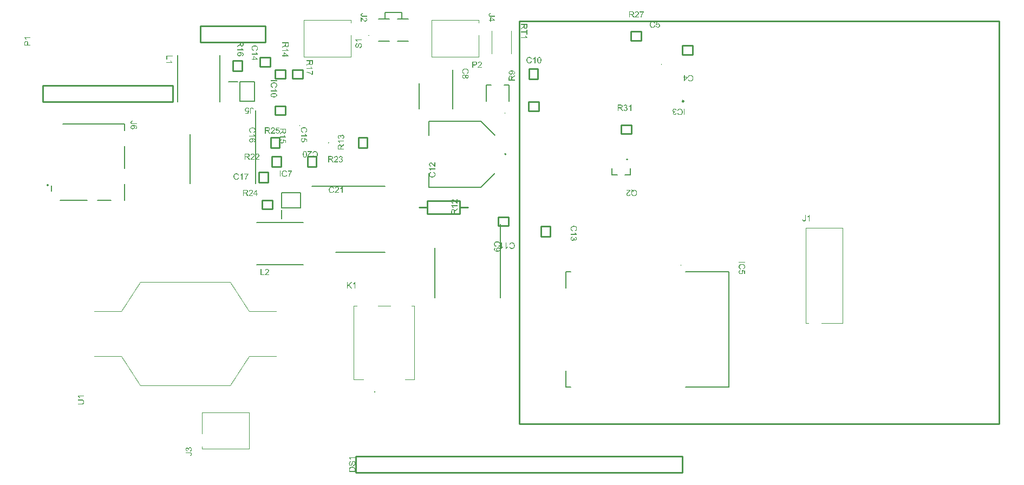
<source format=gto>
G04*
G04 #@! TF.GenerationSoftware,Altium Limited,Altium Designer,23.5.1 (21)*
G04*
G04 Layer_Color=65535*
%FSLAX44Y44*%
%MOMM*%
G71*
G04*
G04 #@! TF.SameCoordinates,FC4C4C8E-A767-40D1-8FD6-770ACC15EC19*
G04*
G04*
G04 #@! TF.FilePolarity,Positive*
G04*
G01*
G75*
%ADD10C,0.1000*%
%ADD11C,0.2000*%
%ADD12C,0.2500*%
%ADD13C,0.2540*%
G36*
X635608Y876415D02*
X635719Y876402D01*
X635857Y876388D01*
X636010Y876360D01*
X636162Y876332D01*
X636523Y876235D01*
X636884Y876096D01*
X637064Y876013D01*
X637244Y875916D01*
X637411Y875791D01*
X637563Y875653D01*
X637577Y875639D01*
X637605Y875625D01*
X637632Y875569D01*
X637688Y875514D01*
X637757Y875445D01*
X637827Y875348D01*
X637896Y875250D01*
X637979Y875126D01*
X638118Y874862D01*
X638257Y874529D01*
X638312Y874363D01*
X638340Y874169D01*
X638368Y873975D01*
X638381Y873767D01*
Y873739D01*
Y873670D01*
X638368Y873559D01*
X638354Y873406D01*
X638326Y873240D01*
X638270Y873045D01*
X638215Y872837D01*
X638132Y872629D01*
X638118Y872602D01*
X638090Y872532D01*
X638035Y872421D01*
X637952Y872269D01*
X637840Y872102D01*
X637702Y871894D01*
X637535Y871686D01*
X637341Y871451D01*
X637313Y871423D01*
X637244Y871340D01*
X637175Y871270D01*
X637105Y871201D01*
X637022Y871118D01*
X636911Y871007D01*
X636800Y870896D01*
X636662Y870771D01*
X636523Y870632D01*
X636357Y870480D01*
X636176Y870327D01*
X635982Y870147D01*
X635760Y869967D01*
X635538Y869772D01*
X635524Y869759D01*
X635497Y869731D01*
X635441Y869689D01*
X635372Y869634D01*
X635289Y869551D01*
X635192Y869467D01*
X634970Y869287D01*
X634734Y869079D01*
X634512Y868871D01*
X634318Y868691D01*
X634235Y868621D01*
X634165Y868552D01*
X634151Y868538D01*
X634110Y868497D01*
X634054Y868441D01*
X633985Y868358D01*
X633916Y868261D01*
X633833Y868164D01*
X633666Y867928D01*
X638395D01*
Y866791D01*
X632030D01*
Y866805D01*
Y866860D01*
Y866943D01*
X632043Y867054D01*
X632057Y867179D01*
X632085Y867318D01*
X632113Y867456D01*
X632168Y867609D01*
Y867623D01*
X632182Y867637D01*
X632210Y867720D01*
X632265Y867845D01*
X632349Y868011D01*
X632460Y868205D01*
X632598Y868427D01*
X632751Y868649D01*
X632945Y868885D01*
Y868899D01*
X632973Y868913D01*
X633042Y868996D01*
X633167Y869121D01*
X633347Y869301D01*
X633555Y869509D01*
X633819Y869759D01*
X634138Y870036D01*
X634484Y870327D01*
X634498Y870341D01*
X634554Y870383D01*
X634637Y870452D01*
X634734Y870535D01*
X634859Y870646D01*
X635011Y870771D01*
X635164Y870910D01*
X635344Y871062D01*
X635691Y871395D01*
X636038Y871728D01*
X636204Y871894D01*
X636357Y872061D01*
X636495Y872213D01*
X636606Y872366D01*
Y872380D01*
X636634Y872394D01*
X636662Y872435D01*
X636689Y872491D01*
X636786Y872643D01*
X636898Y872823D01*
X636995Y873045D01*
X637092Y873281D01*
X637147Y873545D01*
X637175Y873794D01*
Y873808D01*
Y873822D01*
X637161Y873905D01*
X637147Y874044D01*
X637105Y874196D01*
X637050Y874391D01*
X636953Y874585D01*
X636828Y874779D01*
X636662Y874973D01*
X636634Y875001D01*
X636565Y875056D01*
X636468Y875126D01*
X636315Y875223D01*
X636121Y875306D01*
X635899Y875389D01*
X635635Y875445D01*
X635344Y875459D01*
X635261D01*
X635205Y875445D01*
X635039Y875431D01*
X634845Y875389D01*
X634637Y875334D01*
X634401Y875237D01*
X634179Y875112D01*
X633971Y874945D01*
X633943Y874918D01*
X633888Y874848D01*
X633805Y874737D01*
X633722Y874571D01*
X633624Y874377D01*
X633541Y874127D01*
X633486Y873850D01*
X633458Y873531D01*
X632252Y873656D01*
Y873670D01*
X632265Y873711D01*
Y873780D01*
X632279Y873877D01*
X632307Y873988D01*
X632335Y874113D01*
X632376Y874266D01*
X632418Y874418D01*
X632529Y874751D01*
X632695Y875084D01*
X632792Y875250D01*
X632917Y875417D01*
X633042Y875569D01*
X633181Y875708D01*
X633195Y875722D01*
X633222Y875736D01*
X633264Y875778D01*
X633333Y875819D01*
X633416Y875874D01*
X633514Y875930D01*
X633624Y875999D01*
X633763Y876069D01*
X633916Y876138D01*
X634082Y876207D01*
X634263Y876263D01*
X634457Y876318D01*
X634665Y876360D01*
X634887Y876402D01*
X635122Y876415D01*
X635372Y876429D01*
X635511D01*
X635608Y876415D01*
D02*
G37*
G36*
X626441Y867928D02*
X631170D01*
Y866791D01*
X625165D01*
Y876388D01*
X626441D01*
Y867928D01*
D02*
G37*
G36*
X619515Y994245D02*
X620818D01*
Y993163D01*
X619515D01*
Y990861D01*
X618336D01*
Y993163D01*
X614161D01*
Y994245D01*
X618558Y1000458D01*
X619515D01*
Y994245D01*
D02*
G37*
G36*
X610514Y1000485D02*
X610625Y1000472D01*
X610764Y1000458D01*
X610916Y1000430D01*
X611069Y1000402D01*
X611429Y1000305D01*
X611790Y1000166D01*
X611970Y1000083D01*
X612151Y999986D01*
X612317Y999861D01*
X612470Y999723D01*
X612483Y999709D01*
X612511Y999695D01*
X612539Y999640D01*
X612594Y999584D01*
X612664Y999515D01*
X612733Y999418D01*
X612802Y999321D01*
X612886Y999196D01*
X613024Y998932D01*
X613163Y998599D01*
X613218Y998433D01*
X613246Y998239D01*
X613274Y998045D01*
X613288Y997837D01*
Y997809D01*
Y997739D01*
X613274Y997628D01*
X613260Y997476D01*
X613232Y997310D01*
X613177Y997115D01*
X613121Y996907D01*
X613038Y996699D01*
X613024Y996672D01*
X612997Y996602D01*
X612941Y996491D01*
X612858Y996339D01*
X612747Y996172D01*
X612608Y995964D01*
X612442Y995756D01*
X612248Y995520D01*
X612220Y995493D01*
X612151Y995410D01*
X612081Y995340D01*
X612012Y995271D01*
X611929Y995188D01*
X611818Y995077D01*
X611707Y994966D01*
X611568Y994841D01*
X611429Y994702D01*
X611263Y994550D01*
X611083Y994397D01*
X610889Y994217D01*
X610667Y994037D01*
X610445Y993842D01*
X610431Y993829D01*
X610403Y993801D01*
X610348Y993759D01*
X610278Y993704D01*
X610195Y993621D01*
X610098Y993537D01*
X609876Y993357D01*
X609640Y993149D01*
X609418Y992941D01*
X609224Y992761D01*
X609141Y992691D01*
X609072Y992622D01*
X609058Y992608D01*
X609016Y992567D01*
X608961Y992511D01*
X608891Y992428D01*
X608822Y992331D01*
X608739Y992234D01*
X608573Y991998D01*
X613302D01*
Y990861D01*
X606936D01*
Y990875D01*
Y990930D01*
Y991013D01*
X606950Y991124D01*
X606964Y991249D01*
X606992Y991388D01*
X607019Y991526D01*
X607075Y991679D01*
Y991693D01*
X607089Y991707D01*
X607116Y991790D01*
X607172Y991915D01*
X607255Y992081D01*
X607366Y992275D01*
X607505Y992497D01*
X607657Y992719D01*
X607851Y992955D01*
Y992969D01*
X607879Y992983D01*
X607948Y993066D01*
X608073Y993191D01*
X608254Y993371D01*
X608462Y993579D01*
X608725Y993829D01*
X609044Y994106D01*
X609391Y994397D01*
X609405Y994411D01*
X609460Y994453D01*
X609543Y994522D01*
X609640Y994605D01*
X609765Y994716D01*
X609918Y994841D01*
X610070Y994980D01*
X610251Y995132D01*
X610597Y995465D01*
X610944Y995798D01*
X611110Y995964D01*
X611263Y996131D01*
X611402Y996283D01*
X611513Y996436D01*
Y996450D01*
X611540Y996464D01*
X611568Y996505D01*
X611596Y996561D01*
X611693Y996713D01*
X611804Y996893D01*
X611901Y997115D01*
X611998Y997351D01*
X612053Y997615D01*
X612081Y997864D01*
Y997878D01*
Y997892D01*
X612067Y997975D01*
X612053Y998114D01*
X612012Y998267D01*
X611956Y998461D01*
X611859Y998655D01*
X611735Y998849D01*
X611568Y999043D01*
X611540Y999071D01*
X611471Y999126D01*
X611374Y999196D01*
X611221Y999293D01*
X611027Y999376D01*
X610805Y999459D01*
X610542Y999515D01*
X610251Y999529D01*
X610167D01*
X610112Y999515D01*
X609945Y999501D01*
X609751Y999459D01*
X609543Y999404D01*
X609308Y999307D01*
X609086Y999182D01*
X608878Y999015D01*
X608850Y998988D01*
X608795Y998918D01*
X608711Y998807D01*
X608628Y998641D01*
X608531Y998447D01*
X608448Y998197D01*
X608392Y997920D01*
X608364Y997601D01*
X607158Y997726D01*
Y997739D01*
X607172Y997781D01*
Y997850D01*
X607186Y997947D01*
X607214Y998058D01*
X607241Y998183D01*
X607283Y998336D01*
X607324Y998488D01*
X607435Y998821D01*
X607602Y999154D01*
X607699Y999321D01*
X607824Y999487D01*
X607948Y999640D01*
X608087Y999778D01*
X608101Y999792D01*
X608129Y999806D01*
X608170Y999847D01*
X608240Y999889D01*
X608323Y999945D01*
X608420Y1000000D01*
X608531Y1000069D01*
X608670Y1000139D01*
X608822Y1000208D01*
X608989Y1000277D01*
X609169Y1000333D01*
X609363Y1000388D01*
X609571Y1000430D01*
X609793Y1000472D01*
X610029Y1000485D01*
X610278Y1000499D01*
X610417D01*
X610514Y1000485D01*
D02*
G37*
G36*
X602484Y1000444D02*
X602609D01*
X602900Y1000430D01*
X603205Y1000388D01*
X603538Y1000347D01*
X603843Y1000277D01*
X603996Y1000236D01*
X604121Y1000194D01*
X604135D01*
X604149Y1000180D01*
X604232Y1000139D01*
X604357Y1000083D01*
X604509Y999986D01*
X604675Y999861D01*
X604856Y999695D01*
X605022Y999501D01*
X605189Y999279D01*
Y999265D01*
X605202Y999251D01*
X605258Y999168D01*
X605313Y999029D01*
X605397Y998849D01*
X605466Y998641D01*
X605535Y998391D01*
X605577Y998128D01*
X605591Y997837D01*
Y997823D01*
Y997795D01*
Y997739D01*
X605577Y997670D01*
Y997573D01*
X605563Y997476D01*
X605508Y997240D01*
X605424Y996963D01*
X605313Y996672D01*
X605147Y996380D01*
X605036Y996242D01*
X604925Y996103D01*
X604911Y996089D01*
X604897Y996075D01*
X604856Y996034D01*
X604800Y995992D01*
X604731Y995937D01*
X604648Y995881D01*
X604537Y995812D01*
X604426Y995729D01*
X604287Y995659D01*
X604135Y995590D01*
X603968Y995507D01*
X603788Y995437D01*
X603580Y995382D01*
X603372Y995312D01*
X603136Y995271D01*
X602887Y995229D01*
X602914Y995215D01*
X602970Y995188D01*
X603053Y995132D01*
X603164Y995077D01*
X603414Y994924D01*
X603538Y994827D01*
X603649Y994744D01*
X603677Y994716D01*
X603746Y994647D01*
X603857Y994536D01*
X603996Y994397D01*
X604149Y994203D01*
X604329Y993995D01*
X604509Y993745D01*
X604703Y993468D01*
X606354Y990861D01*
X604773D01*
X603511Y992858D01*
Y992872D01*
X603483Y992899D01*
X603455Y992941D01*
X603414Y992997D01*
X603316Y993149D01*
X603192Y993343D01*
X603039Y993551D01*
X602887Y993773D01*
X602734Y993981D01*
X602595Y994175D01*
X602581Y994189D01*
X602540Y994245D01*
X602471Y994328D01*
X602373Y994425D01*
X602165Y994633D01*
X602054Y994730D01*
X601944Y994813D01*
X601930Y994827D01*
X601902Y994841D01*
X601846Y994869D01*
X601763Y994910D01*
X601680Y994952D01*
X601583Y994994D01*
X601361Y995063D01*
X601347D01*
X601319Y995077D01*
X601264D01*
X601195Y995091D01*
X601097Y995105D01*
X600987D01*
X600834Y995118D01*
X599198D01*
Y990861D01*
X597922D01*
Y1000458D01*
X602373D01*
X602484Y1000444D01*
D02*
G37*
G36*
X651054Y1170377D02*
X641457D01*
Y1171653D01*
X651054D01*
Y1170377D01*
D02*
G37*
G36*
X646574Y1168491D02*
X646713D01*
X646852Y1168477D01*
X647032Y1168464D01*
X647212Y1168436D01*
X647615Y1168366D01*
X648058Y1168269D01*
X648502Y1168131D01*
X648932Y1167936D01*
X648946Y1167923D01*
X648988Y1167909D01*
X649043Y1167881D01*
X649112Y1167826D01*
X649209Y1167770D01*
X649320Y1167701D01*
X649570Y1167520D01*
X649847Y1167285D01*
X650125Y1167007D01*
X650402Y1166688D01*
X650638Y1166314D01*
X650652Y1166300D01*
X650666Y1166258D01*
X650693Y1166203D01*
X650735Y1166134D01*
X650777Y1166023D01*
X650818Y1165912D01*
X650874Y1165773D01*
X650929Y1165620D01*
X650985Y1165454D01*
X651040Y1165274D01*
X651123Y1164885D01*
X651193Y1164442D01*
X651220Y1163984D01*
Y1163845D01*
X651207Y1163748D01*
X651193Y1163623D01*
X651179Y1163471D01*
X651165Y1163318D01*
X651123Y1163138D01*
X651040Y1162764D01*
X650915Y1162347D01*
X650832Y1162140D01*
X650735Y1161945D01*
X650610Y1161751D01*
X650485Y1161557D01*
X650471Y1161543D01*
X650458Y1161515D01*
X650416Y1161460D01*
X650347Y1161391D01*
X650277Y1161321D01*
X650180Y1161224D01*
X650069Y1161127D01*
X649958Y1161016D01*
X649820Y1160905D01*
X649653Y1160794D01*
X649487Y1160669D01*
X649306Y1160558D01*
X649099Y1160461D01*
X648890Y1160350D01*
X648669Y1160267D01*
X648419Y1160184D01*
X648128Y1161432D01*
X648142D01*
X648169Y1161446D01*
X648225Y1161474D01*
X648294Y1161502D01*
X648377Y1161529D01*
X648488Y1161571D01*
X648710Y1161682D01*
X648960Y1161821D01*
X649209Y1161987D01*
X649445Y1162195D01*
X649653Y1162417D01*
X649681Y1162445D01*
X649736Y1162528D01*
X649806Y1162666D01*
X649903Y1162847D01*
X649986Y1163083D01*
X650069Y1163346D01*
X650125Y1163665D01*
X650139Y1164012D01*
Y1164123D01*
X650125Y1164192D01*
Y1164289D01*
X650111Y1164400D01*
X650069Y1164664D01*
X650014Y1164955D01*
X649917Y1165260D01*
X649778Y1165579D01*
X649598Y1165870D01*
Y1165884D01*
X649570Y1165898D01*
X649501Y1165995D01*
X649390Y1166120D01*
X649223Y1166272D01*
X649015Y1166453D01*
X648780Y1166619D01*
X648488Y1166772D01*
X648169Y1166910D01*
X648155D01*
X648128Y1166924D01*
X648086Y1166938D01*
X648017Y1166952D01*
X647934Y1166980D01*
X647836Y1167007D01*
X647601Y1167049D01*
X647323Y1167104D01*
X647018Y1167160D01*
X646685Y1167188D01*
X646325Y1167202D01*
X646311D01*
X646269D01*
X646200D01*
X646117D01*
X646020Y1167188D01*
X645895D01*
X645756Y1167174D01*
X645604Y1167160D01*
X645271Y1167118D01*
X644910Y1167049D01*
X644550Y1166966D01*
X644189Y1166855D01*
X644175D01*
X644147Y1166841D01*
X644106Y1166813D01*
X644036Y1166785D01*
X643870Y1166702D01*
X643676Y1166577D01*
X643454Y1166425D01*
X643218Y1166231D01*
X643010Y1166009D01*
X642816Y1165745D01*
Y1165731D01*
X642802Y1165704D01*
X642775Y1165662D01*
X642747Y1165607D01*
X642719Y1165537D01*
X642677Y1165454D01*
X642594Y1165260D01*
X642511Y1165010D01*
X642442Y1164733D01*
X642386Y1164428D01*
X642372Y1164109D01*
Y1164012D01*
X642386Y1163929D01*
Y1163831D01*
X642400Y1163734D01*
X642456Y1163485D01*
X642525Y1163194D01*
X642636Y1162902D01*
X642788Y1162597D01*
X642872Y1162445D01*
X642982Y1162306D01*
X642996Y1162292D01*
X643010Y1162278D01*
X643052Y1162237D01*
X643093Y1162181D01*
X643163Y1162126D01*
X643246Y1162056D01*
X643329Y1161973D01*
X643440Y1161904D01*
X643565Y1161821D01*
X643704Y1161723D01*
X643842Y1161640D01*
X644009Y1161557D01*
X644189Y1161488D01*
X644383Y1161418D01*
X644591Y1161349D01*
X644813Y1161293D01*
X644494Y1160018D01*
X644480D01*
X644425Y1160032D01*
X644342Y1160059D01*
X644231Y1160101D01*
X644106Y1160143D01*
X643953Y1160198D01*
X643787Y1160267D01*
X643607Y1160350D01*
X643218Y1160545D01*
X642830Y1160794D01*
X642636Y1160947D01*
X642442Y1161099D01*
X642275Y1161266D01*
X642109Y1161460D01*
X642095Y1161474D01*
X642067Y1161502D01*
X642039Y1161571D01*
X641984Y1161640D01*
X641915Y1161751D01*
X641845Y1161862D01*
X641776Y1162015D01*
X641707Y1162167D01*
X641623Y1162347D01*
X641554Y1162542D01*
X641485Y1162750D01*
X641415Y1162972D01*
X641360Y1163207D01*
X641332Y1163457D01*
X641304Y1163720D01*
X641291Y1163998D01*
Y1164150D01*
X641304Y1164261D01*
Y1164386D01*
X641318Y1164539D01*
X641346Y1164705D01*
X641374Y1164899D01*
X641443Y1165302D01*
X641554Y1165718D01*
X641707Y1166134D01*
X641804Y1166328D01*
X641915Y1166522D01*
X641928Y1166536D01*
X641942Y1166563D01*
X641984Y1166619D01*
X642039Y1166674D01*
X642095Y1166758D01*
X642178Y1166855D01*
X642275Y1166966D01*
X642386Y1167077D01*
X642511Y1167188D01*
X642636Y1167312D01*
X642955Y1167562D01*
X643329Y1167798D01*
X643745Y1168006D01*
X643759D01*
X643801Y1168034D01*
X643870Y1168047D01*
X643953Y1168089D01*
X644064Y1168117D01*
X644203Y1168158D01*
X644355Y1168214D01*
X644522Y1168255D01*
X644702Y1168297D01*
X644910Y1168353D01*
X645340Y1168422D01*
X645826Y1168477D01*
X646325Y1168505D01*
X646339D01*
X646394D01*
X646477D01*
X646574Y1168491D01*
D02*
G37*
G36*
X648682Y1158021D02*
X648710Y1157993D01*
X648724Y1157937D01*
X648766Y1157868D01*
X648807Y1157785D01*
X648863Y1157688D01*
X649001Y1157452D01*
X649154Y1157175D01*
X649348Y1156897D01*
X649570Y1156606D01*
X649806Y1156315D01*
X649820Y1156301D01*
X649834Y1156287D01*
X649875Y1156245D01*
X649917Y1156190D01*
X650055Y1156065D01*
X650222Y1155899D01*
X650416Y1155732D01*
X650638Y1155552D01*
X650860Y1155399D01*
X651096Y1155261D01*
Y1154498D01*
X641457D01*
Y1155677D01*
X648960D01*
X648946Y1155691D01*
X648890Y1155760D01*
X648807Y1155843D01*
X648710Y1155982D01*
X648585Y1156134D01*
X648447Y1156329D01*
X648294Y1156551D01*
X648142Y1156800D01*
Y1156814D01*
X648128Y1156828D01*
X648072Y1156911D01*
X648003Y1157050D01*
X647920Y1157216D01*
X647823Y1157410D01*
X647726Y1157618D01*
X647628Y1157826D01*
X647545Y1158035D01*
X648682D01*
Y1158021D01*
D02*
G37*
G36*
X646616Y1151461D02*
X646783D01*
X646963Y1151447D01*
X647171Y1151433D01*
X647601Y1151392D01*
X648058Y1151322D01*
X648516Y1151239D01*
X648724Y1151183D01*
X648932Y1151128D01*
X648946D01*
X648974Y1151114D01*
X649029Y1151086D01*
X649099Y1151059D01*
X649196Y1151031D01*
X649293Y1150975D01*
X649528Y1150864D01*
X649778Y1150726D01*
X650042Y1150546D01*
X650305Y1150338D01*
X650527Y1150088D01*
Y1150074D01*
X650555Y1150060D01*
X650582Y1150018D01*
X650610Y1149963D01*
X650666Y1149894D01*
X650707Y1149810D01*
X650818Y1149603D01*
X650915Y1149353D01*
X651012Y1149062D01*
X651068Y1148715D01*
X651096Y1148341D01*
Y1148216D01*
X651082Y1148063D01*
X651054Y1147883D01*
X651012Y1147675D01*
X650957Y1147453D01*
X650888Y1147217D01*
X650777Y1146995D01*
Y1146981D01*
X650763Y1146967D01*
X650721Y1146898D01*
X650652Y1146787D01*
X650555Y1146648D01*
X650416Y1146496D01*
X650263Y1146329D01*
X650083Y1146177D01*
X649875Y1146024D01*
X649847Y1146011D01*
X649778Y1145955D01*
X649653Y1145900D01*
X649473Y1145803D01*
X649265Y1145719D01*
X649029Y1145608D01*
X648752Y1145511D01*
X648447Y1145428D01*
X648433D01*
X648405Y1145414D01*
X648363Y1145400D01*
X648294Y1145387D01*
X648211Y1145373D01*
X648114Y1145359D01*
X647989Y1145331D01*
X647850Y1145317D01*
X647698Y1145289D01*
X647531Y1145275D01*
X647337Y1145262D01*
X647143Y1145234D01*
X646921Y1145220D01*
X646699D01*
X646450Y1145206D01*
X646186D01*
X646172D01*
X646117D01*
X646020D01*
X645909D01*
X645756Y1145220D01*
X645590D01*
X645409Y1145234D01*
X645215Y1145248D01*
X644771Y1145289D01*
X644314Y1145359D01*
X643870Y1145442D01*
X643662Y1145497D01*
X643454Y1145567D01*
X643440D01*
X643412Y1145581D01*
X643357Y1145608D01*
X643288Y1145636D01*
X643191Y1145664D01*
X643093Y1145719D01*
X642858Y1145830D01*
X642608Y1145969D01*
X642331Y1146149D01*
X642081Y1146357D01*
X641845Y1146607D01*
Y1146621D01*
X641818Y1146635D01*
X641790Y1146676D01*
X641762Y1146732D01*
X641721Y1146801D01*
X641665Y1146870D01*
X641568Y1147078D01*
X641471Y1147328D01*
X641374Y1147619D01*
X641318Y1147966D01*
X641291Y1148341D01*
Y1148479D01*
X641304Y1148576D01*
X641318Y1148687D01*
X641346Y1148826D01*
X641374Y1148978D01*
X641415Y1149145D01*
X641471Y1149311D01*
X641526Y1149492D01*
X641609Y1149672D01*
X641707Y1149852D01*
X641818Y1150032D01*
X641956Y1150213D01*
X642109Y1150379D01*
X642275Y1150532D01*
X642289Y1150546D01*
X642331Y1150573D01*
X642400Y1150615D01*
X642511Y1150684D01*
X642636Y1150754D01*
X642802Y1150823D01*
X642996Y1150920D01*
X643218Y1151003D01*
X643468Y1151086D01*
X643759Y1151170D01*
X644078Y1151253D01*
X644439Y1151322D01*
X644827Y1151392D01*
X645243Y1151433D01*
X645701Y1151461D01*
X646186Y1151475D01*
X646200D01*
X646255D01*
X646352D01*
X646463D01*
X646616Y1151461D01*
D02*
G37*
G36*
X663252Y1030706D02*
X663376Y1030693D01*
X663529Y1030679D01*
X663682Y1030665D01*
X663862Y1030623D01*
X664236Y1030540D01*
X664652Y1030415D01*
X664861Y1030332D01*
X665055Y1030235D01*
X665249Y1030110D01*
X665443Y1029985D01*
X665457Y1029971D01*
X665484Y1029958D01*
X665540Y1029916D01*
X665609Y1029847D01*
X665679Y1029777D01*
X665776Y1029680D01*
X665873Y1029569D01*
X665984Y1029458D01*
X666095Y1029320D01*
X666206Y1029153D01*
X666330Y1028987D01*
X666441Y1028807D01*
X666538Y1028598D01*
X666649Y1028391D01*
X666733Y1028169D01*
X666816Y1027919D01*
X665568Y1027628D01*
Y1027642D01*
X665554Y1027669D01*
X665526Y1027725D01*
X665498Y1027794D01*
X665471Y1027877D01*
X665429Y1027988D01*
X665318Y1028210D01*
X665179Y1028460D01*
X665013Y1028709D01*
X664805Y1028945D01*
X664583Y1029153D01*
X664555Y1029181D01*
X664472Y1029236D01*
X664333Y1029306D01*
X664153Y1029403D01*
X663917Y1029486D01*
X663654Y1029569D01*
X663335Y1029625D01*
X662988Y1029639D01*
X662877D01*
X662808Y1029625D01*
X662711D01*
X662600Y1029611D01*
X662336Y1029569D01*
X662045Y1029514D01*
X661740Y1029417D01*
X661421Y1029278D01*
X661130Y1029098D01*
X661116D01*
X661102Y1029070D01*
X661005Y1029001D01*
X660880Y1028890D01*
X660728Y1028723D01*
X660547Y1028515D01*
X660381Y1028279D01*
X660228Y1027988D01*
X660090Y1027669D01*
Y1027655D01*
X660076Y1027628D01*
X660062Y1027586D01*
X660048Y1027517D01*
X660020Y1027434D01*
X659993Y1027337D01*
X659951Y1027101D01*
X659896Y1026823D01*
X659840Y1026518D01*
X659812Y1026185D01*
X659799Y1025825D01*
Y1025811D01*
Y1025769D01*
Y1025700D01*
Y1025617D01*
X659812Y1025520D01*
Y1025395D01*
X659826Y1025256D01*
X659840Y1025104D01*
X659882Y1024771D01*
X659951Y1024410D01*
X660034Y1024050D01*
X660145Y1023689D01*
Y1023675D01*
X660159Y1023648D01*
X660187Y1023606D01*
X660215Y1023537D01*
X660298Y1023370D01*
X660423Y1023176D01*
X660575Y1022954D01*
X660769Y1022718D01*
X660991Y1022510D01*
X661255Y1022316D01*
X661269D01*
X661296Y1022302D01*
X661338Y1022274D01*
X661393Y1022247D01*
X661463Y1022219D01*
X661546Y1022177D01*
X661740Y1022094D01*
X661990Y1022011D01*
X662267Y1021942D01*
X662572Y1021886D01*
X662891Y1021872D01*
X662988D01*
X663071Y1021886D01*
X663168D01*
X663266Y1021900D01*
X663515Y1021955D01*
X663807Y1022025D01*
X664098Y1022136D01*
X664403Y1022288D01*
X664555Y1022372D01*
X664694Y1022483D01*
X664708Y1022496D01*
X664722Y1022510D01*
X664763Y1022552D01*
X664819Y1022594D01*
X664874Y1022663D01*
X664944Y1022746D01*
X665027Y1022829D01*
X665096Y1022940D01*
X665179Y1023065D01*
X665276Y1023204D01*
X665360Y1023342D01*
X665443Y1023509D01*
X665512Y1023689D01*
X665582Y1023883D01*
X665651Y1024091D01*
X665706Y1024313D01*
X666982Y1023994D01*
Y1023980D01*
X666969Y1023925D01*
X666941Y1023842D01*
X666899Y1023731D01*
X666858Y1023606D01*
X666802Y1023453D01*
X666733Y1023287D01*
X666649Y1023107D01*
X666455Y1022718D01*
X666206Y1022330D01*
X666053Y1022136D01*
X665901Y1021942D01*
X665734Y1021775D01*
X665540Y1021609D01*
X665526Y1021595D01*
X665498Y1021567D01*
X665429Y1021540D01*
X665360Y1021484D01*
X665249Y1021415D01*
X665138Y1021345D01*
X664985Y1021276D01*
X664833Y1021207D01*
X664652Y1021123D01*
X664458Y1021054D01*
X664250Y1020985D01*
X664028Y1020915D01*
X663793Y1020860D01*
X663543Y1020832D01*
X663279Y1020805D01*
X663002Y1020791D01*
X662850D01*
X662739Y1020805D01*
X662614D01*
X662461Y1020818D01*
X662295Y1020846D01*
X662101Y1020874D01*
X661699Y1020943D01*
X661282Y1021054D01*
X660866Y1021207D01*
X660672Y1021304D01*
X660478Y1021415D01*
X660464Y1021429D01*
X660436Y1021442D01*
X660381Y1021484D01*
X660325Y1021540D01*
X660242Y1021595D01*
X660145Y1021678D01*
X660034Y1021775D01*
X659923Y1021886D01*
X659812Y1022011D01*
X659688Y1022136D01*
X659438Y1022455D01*
X659202Y1022829D01*
X658994Y1023245D01*
Y1023259D01*
X658966Y1023301D01*
X658952Y1023370D01*
X658911Y1023453D01*
X658883Y1023564D01*
X658842Y1023703D01*
X658786Y1023856D01*
X658745Y1024022D01*
X658703Y1024202D01*
X658647Y1024410D01*
X658578Y1024840D01*
X658523Y1025326D01*
X658495Y1025825D01*
Y1025839D01*
Y1025894D01*
Y1025977D01*
X658509Y1026075D01*
Y1026213D01*
X658523Y1026352D01*
X658537Y1026532D01*
X658564Y1026712D01*
X658634Y1027115D01*
X658731Y1027558D01*
X658869Y1028002D01*
X659063Y1028432D01*
X659077Y1028446D01*
X659091Y1028488D01*
X659119Y1028543D01*
X659174Y1028612D01*
X659230Y1028709D01*
X659299Y1028820D01*
X659480Y1029070D01*
X659715Y1029347D01*
X659993Y1029625D01*
X660312Y1029902D01*
X660686Y1030138D01*
X660700Y1030152D01*
X660742Y1030166D01*
X660797Y1030193D01*
X660866Y1030235D01*
X660977Y1030277D01*
X661088Y1030318D01*
X661227Y1030374D01*
X661379Y1030429D01*
X661546Y1030485D01*
X661726Y1030540D01*
X662114Y1030623D01*
X662558Y1030693D01*
X663016Y1030720D01*
X663155D01*
X663252Y1030706D01*
D02*
G37*
G36*
X674360Y1029500D02*
X674346Y1029486D01*
X674319Y1029458D01*
X674263Y1029403D01*
X674208Y1029320D01*
X674125Y1029223D01*
X674014Y1029112D01*
X673903Y1028973D01*
X673778Y1028807D01*
X673653Y1028640D01*
X673501Y1028446D01*
X673348Y1028224D01*
X673195Y1028002D01*
X673029Y1027753D01*
X672862Y1027489D01*
X672696Y1027198D01*
X672530Y1026907D01*
X672516Y1026893D01*
X672488Y1026837D01*
X672447Y1026754D01*
X672377Y1026629D01*
X672308Y1026477D01*
X672225Y1026310D01*
X672128Y1026116D01*
X672030Y1025894D01*
X671919Y1025645D01*
X671795Y1025395D01*
X671684Y1025117D01*
X671573Y1024826D01*
X671351Y1024230D01*
X671143Y1023592D01*
Y1023578D01*
X671129Y1023537D01*
X671115Y1023467D01*
X671087Y1023384D01*
X671060Y1023273D01*
X671032Y1023134D01*
X670990Y1022982D01*
X670963Y1022815D01*
X670921Y1022621D01*
X670879Y1022413D01*
X670810Y1021969D01*
X670741Y1021484D01*
X670699Y1020957D01*
X669492D01*
Y1020971D01*
Y1021012D01*
Y1021068D01*
X669506Y1021151D01*
Y1021262D01*
X669520Y1021401D01*
X669534Y1021553D01*
X669548Y1021720D01*
X669576Y1021914D01*
X669604Y1022108D01*
X669645Y1022344D01*
X669687Y1022580D01*
X669728Y1022829D01*
X669784Y1023107D01*
X669922Y1023675D01*
Y1023689D01*
X669936Y1023745D01*
X669964Y1023828D01*
X670006Y1023953D01*
X670047Y1024091D01*
X670103Y1024258D01*
X670158Y1024452D01*
X670241Y1024660D01*
X670325Y1024896D01*
X670408Y1025131D01*
X670616Y1025658D01*
X670865Y1026213D01*
X671143Y1026768D01*
X671157Y1026782D01*
X671184Y1026837D01*
X671226Y1026907D01*
X671282Y1027018D01*
X671351Y1027142D01*
X671448Y1027295D01*
X671545Y1027461D01*
X671656Y1027642D01*
X671919Y1028044D01*
X672197Y1028460D01*
X672516Y1028890D01*
X672849Y1029292D01*
X668147D01*
Y1030429D01*
X674360D01*
Y1029500D01*
D02*
G37*
G36*
X656623Y1020957D02*
X655347D01*
Y1030554D01*
X656623D01*
Y1020957D01*
D02*
G37*
G36*
X753296Y1086384D02*
X753407Y1086370D01*
X753532Y1086342D01*
X753670Y1086314D01*
X753823Y1086286D01*
X754156Y1086176D01*
X754336Y1086092D01*
X754502Y1086009D01*
X754683Y1085898D01*
X754863Y1085773D01*
X755043Y1085635D01*
X755210Y1085468D01*
X755224Y1085454D01*
X755251Y1085427D01*
X755293Y1085371D01*
X755348Y1085302D01*
X755418Y1085219D01*
X755487Y1085108D01*
X755570Y1084983D01*
X755640Y1084830D01*
X755723Y1084678D01*
X755806Y1084497D01*
X755875Y1084317D01*
X755945Y1084109D01*
X756000Y1083887D01*
X756042Y1083651D01*
X756069Y1083416D01*
X756083Y1083152D01*
Y1083027D01*
X756069Y1082944D01*
X756056Y1082833D01*
X756042Y1082708D01*
X756014Y1082570D01*
X755986Y1082417D01*
X755903Y1082084D01*
X755764Y1081738D01*
X755681Y1081557D01*
X755584Y1081391D01*
X755459Y1081225D01*
X755334Y1081058D01*
X755321Y1081044D01*
X755293Y1081016D01*
X755251Y1080975D01*
X755196Y1080933D01*
X755126Y1080864D01*
X755029Y1080795D01*
X754932Y1080711D01*
X754808Y1080628D01*
X754669Y1080545D01*
X754530Y1080462D01*
X754197Y1080309D01*
X753809Y1080184D01*
X753601Y1080143D01*
X753379Y1080115D01*
X753226Y1081294D01*
X753240D01*
X753268Y1081308D01*
X753324Y1081321D01*
X753393Y1081335D01*
X753476Y1081349D01*
X753573Y1081377D01*
X753781Y1081446D01*
X754031Y1081543D01*
X754267Y1081668D01*
X754489Y1081807D01*
X754683Y1081973D01*
X754697Y1082001D01*
X754752Y1082057D01*
X754821Y1082168D01*
X754891Y1082306D01*
X754974Y1082473D01*
X755043Y1082681D01*
X755099Y1082916D01*
X755113Y1083166D01*
Y1083249D01*
X755099Y1083305D01*
X755085Y1083457D01*
X755043Y1083651D01*
X754974Y1083873D01*
X754877Y1084109D01*
X754738Y1084345D01*
X754544Y1084567D01*
X754516Y1084594D01*
X754433Y1084664D01*
X754308Y1084747D01*
X754142Y1084858D01*
X753934Y1084969D01*
X753698Y1085052D01*
X753421Y1085122D01*
X753116Y1085149D01*
X753102D01*
X753074D01*
X753032D01*
X752977Y1085135D01*
X752824Y1085122D01*
X752644Y1085080D01*
X752422Y1085024D01*
X752200Y1084927D01*
X751978Y1084789D01*
X751770Y1084608D01*
X751743Y1084581D01*
X751687Y1084511D01*
X751604Y1084400D01*
X751507Y1084248D01*
X751410Y1084054D01*
X751327Y1083818D01*
X751271Y1083554D01*
X751243Y1083263D01*
Y1083138D01*
X751257Y1083041D01*
X751271Y1082916D01*
X751299Y1082778D01*
X751327Y1082611D01*
X751368Y1082431D01*
X750328Y1082570D01*
Y1082639D01*
X750342Y1082694D01*
Y1082875D01*
X750314Y1083027D01*
X750286Y1083208D01*
X750245Y1083416D01*
X750175Y1083651D01*
X750078Y1083873D01*
X749954Y1084109D01*
Y1084123D01*
X749940Y1084137D01*
X749884Y1084206D01*
X749787Y1084303D01*
X749662Y1084414D01*
X749482Y1084525D01*
X749274Y1084622D01*
X749038Y1084692D01*
X748900Y1084719D01*
X748747D01*
X748733D01*
X748719D01*
X748636D01*
X748525Y1084692D01*
X748373Y1084664D01*
X748206Y1084608D01*
X748026Y1084539D01*
X747846Y1084428D01*
X747679Y1084276D01*
X747665Y1084262D01*
X747610Y1084192D01*
X747541Y1084095D01*
X747457Y1083970D01*
X747388Y1083804D01*
X747319Y1083610D01*
X747263Y1083388D01*
X747249Y1083138D01*
Y1083027D01*
X747277Y1082903D01*
X747305Y1082736D01*
X747360Y1082556D01*
X747430Y1082375D01*
X747541Y1082181D01*
X747679Y1082001D01*
X747693Y1081987D01*
X747762Y1081932D01*
X747859Y1081849D01*
X747998Y1081751D01*
X748178Y1081654D01*
X748400Y1081557D01*
X748664Y1081474D01*
X748969Y1081419D01*
X748761Y1080240D01*
X748747D01*
X748705Y1080254D01*
X748650Y1080267D01*
X748567Y1080281D01*
X748470Y1080309D01*
X748359Y1080351D01*
X748095Y1080434D01*
X747790Y1080573D01*
X747485Y1080739D01*
X747194Y1080947D01*
X746930Y1081211D01*
X746916Y1081225D01*
X746902Y1081252D01*
X746875Y1081294D01*
X746833Y1081349D01*
X746778Y1081419D01*
X746722Y1081516D01*
X746667Y1081613D01*
X746597Y1081738D01*
X746487Y1082015D01*
X746376Y1082334D01*
X746306Y1082708D01*
X746278Y1082903D01*
Y1083249D01*
X746292Y1083402D01*
X746320Y1083582D01*
X746362Y1083804D01*
X746431Y1084054D01*
X746514Y1084303D01*
X746625Y1084553D01*
Y1084567D01*
X746639Y1084581D01*
X746681Y1084664D01*
X746764Y1084789D01*
X746861Y1084927D01*
X747000Y1085094D01*
X747152Y1085260D01*
X747332Y1085427D01*
X747541Y1085565D01*
X747568Y1085579D01*
X747637Y1085621D01*
X747762Y1085676D01*
X747915Y1085746D01*
X748095Y1085815D01*
X748303Y1085870D01*
X748539Y1085912D01*
X748775Y1085926D01*
X748802D01*
X748886D01*
X748997Y1085912D01*
X749149Y1085884D01*
X749330Y1085843D01*
X749524Y1085773D01*
X749718Y1085690D01*
X749912Y1085579D01*
X749940Y1085565D01*
X749995Y1085524D01*
X750092Y1085441D01*
X750203Y1085330D01*
X750328Y1085191D01*
X750467Y1085024D01*
X750592Y1084830D01*
X750716Y1084594D01*
Y1084608D01*
X750730Y1084636D01*
X750744Y1084678D01*
X750758Y1084733D01*
X750813Y1084886D01*
X750897Y1085080D01*
X751008Y1085302D01*
X751146Y1085524D01*
X751327Y1085732D01*
X751535Y1085926D01*
X751562Y1085940D01*
X751646Y1085995D01*
X751784Y1086078D01*
X751964Y1086162D01*
X752186Y1086245D01*
X752450Y1086328D01*
X752755Y1086384D01*
X753088Y1086397D01*
X753102D01*
X753143D01*
X753213D01*
X753296Y1086384D01*
D02*
G37*
G36*
X755917Y1075899D02*
X748414D01*
X748428Y1075885D01*
X748484Y1075816D01*
X748567Y1075733D01*
X748664Y1075594D01*
X748789Y1075441D01*
X748927Y1075247D01*
X749080Y1075025D01*
X749232Y1074776D01*
Y1074762D01*
X749246Y1074748D01*
X749302Y1074665D01*
X749371Y1074526D01*
X749454Y1074360D01*
X749551Y1074165D01*
X749649Y1073957D01*
X749745Y1073749D01*
X749829Y1073541D01*
X748691D01*
Y1073555D01*
X748664Y1073583D01*
X748650Y1073638D01*
X748608Y1073708D01*
X748567Y1073791D01*
X748511Y1073888D01*
X748373Y1074124D01*
X748220Y1074401D01*
X748026Y1074679D01*
X747804Y1074970D01*
X747568Y1075261D01*
X747554Y1075275D01*
X747541Y1075289D01*
X747499Y1075330D01*
X747457Y1075386D01*
X747319Y1075511D01*
X747152Y1075677D01*
X746958Y1075844D01*
X746736Y1076024D01*
X746514Y1076176D01*
X746278Y1076315D01*
Y1077078D01*
X755917D01*
Y1075899D01*
D02*
G37*
G36*
Y1070310D02*
X753920Y1069048D01*
X753906D01*
X753878Y1069020D01*
X753837Y1068992D01*
X753781Y1068951D01*
X753629Y1068854D01*
X753435Y1068729D01*
X753226Y1068577D01*
X753005Y1068424D01*
X752797Y1068271D01*
X752602Y1068133D01*
X752589Y1068119D01*
X752533Y1068077D01*
X752450Y1068008D01*
X752353Y1067911D01*
X752145Y1067703D01*
X752048Y1067592D01*
X751964Y1067481D01*
X751951Y1067467D01*
X751937Y1067439D01*
X751909Y1067384D01*
X751867Y1067301D01*
X751826Y1067217D01*
X751784Y1067120D01*
X751715Y1066898D01*
Y1066885D01*
X751701Y1066857D01*
Y1066801D01*
X751687Y1066732D01*
X751673Y1066635D01*
Y1066524D01*
X751659Y1066371D01*
Y1064735D01*
X755917D01*
Y1063459D01*
X746320D01*
Y1067911D01*
X746334Y1068022D01*
Y1068147D01*
X746348Y1068438D01*
X746389Y1068743D01*
X746431Y1069076D01*
X746500Y1069381D01*
X746542Y1069533D01*
X746583Y1069658D01*
Y1069672D01*
X746597Y1069686D01*
X746639Y1069769D01*
X746694Y1069894D01*
X746792Y1070046D01*
X746916Y1070213D01*
X747083Y1070393D01*
X747277Y1070560D01*
X747499Y1070726D01*
X747513D01*
X747527Y1070740D01*
X747610Y1070795D01*
X747748Y1070851D01*
X747929Y1070934D01*
X748137Y1071003D01*
X748386Y1071073D01*
X748650Y1071114D01*
X748941Y1071128D01*
X748955D01*
X748983D01*
X749038D01*
X749108Y1071114D01*
X749205D01*
X749302Y1071100D01*
X749538Y1071045D01*
X749815Y1070962D01*
X750106Y1070851D01*
X750397Y1070685D01*
X750536Y1070574D01*
X750675Y1070463D01*
X750689Y1070449D01*
X750703Y1070435D01*
X750744Y1070393D01*
X750786Y1070338D01*
X750841Y1070268D01*
X750897Y1070185D01*
X750966Y1070074D01*
X751049Y1069963D01*
X751118Y1069825D01*
X751188Y1069672D01*
X751271Y1069506D01*
X751340Y1069325D01*
X751396Y1069117D01*
X751465Y1068909D01*
X751507Y1068674D01*
X751548Y1068424D01*
X751562Y1068452D01*
X751590Y1068507D01*
X751646Y1068590D01*
X751701Y1068701D01*
X751853Y1068951D01*
X751951Y1069076D01*
X752034Y1069187D01*
X752062Y1069214D01*
X752131Y1069284D01*
X752242Y1069395D01*
X752381Y1069533D01*
X752575Y1069686D01*
X752783Y1069866D01*
X753032Y1070046D01*
X753310Y1070241D01*
X755917Y1071891D01*
Y1070310D01*
D02*
G37*
G36*
X1382726Y886261D02*
X1373129D01*
Y887537D01*
X1382726D01*
Y886261D01*
D02*
G37*
G36*
X1378246Y884375D02*
X1378385D01*
X1378524Y884361D01*
X1378704Y884347D01*
X1378884Y884320D01*
X1379287Y884250D01*
X1379730Y884153D01*
X1380174Y884014D01*
X1380604Y883820D01*
X1380618Y883806D01*
X1380660Y883792D01*
X1380715Y883765D01*
X1380784Y883709D01*
X1380882Y883654D01*
X1380992Y883585D01*
X1381242Y883404D01*
X1381519Y883168D01*
X1381797Y882891D01*
X1382074Y882572D01*
X1382310Y882198D01*
X1382324Y882184D01*
X1382338Y882142D01*
X1382365Y882087D01*
X1382407Y882017D01*
X1382449Y881906D01*
X1382490Y881796D01*
X1382546Y881657D01*
X1382601Y881504D01*
X1382657Y881338D01*
X1382712Y881158D01*
X1382795Y880769D01*
X1382865Y880325D01*
X1382892Y879868D01*
Y879729D01*
X1382879Y879632D01*
X1382865Y879507D01*
X1382851Y879355D01*
X1382837Y879202D01*
X1382795Y879022D01*
X1382712Y878647D01*
X1382587Y878231D01*
X1382504Y878023D01*
X1382407Y877829D01*
X1382282Y877635D01*
X1382157Y877441D01*
X1382144Y877427D01*
X1382130Y877399D01*
X1382088Y877344D01*
X1382019Y877274D01*
X1381949Y877205D01*
X1381852Y877108D01*
X1381741Y877011D01*
X1381630Y876900D01*
X1381492Y876789D01*
X1381325Y876678D01*
X1381159Y876553D01*
X1380979Y876442D01*
X1380771Y876345D01*
X1380562Y876234D01*
X1380341Y876151D01*
X1380091Y876068D01*
X1379800Y877316D01*
X1379814D01*
X1379841Y877330D01*
X1379897Y877358D01*
X1379966Y877385D01*
X1380049Y877413D01*
X1380160Y877455D01*
X1380382Y877566D01*
X1380632Y877704D01*
X1380882Y877871D01*
X1381117Y878079D01*
X1381325Y878301D01*
X1381353Y878328D01*
X1381409Y878412D01*
X1381478Y878550D01*
X1381575Y878731D01*
X1381658Y878966D01*
X1381741Y879230D01*
X1381797Y879549D01*
X1381811Y879895D01*
Y880006D01*
X1381797Y880076D01*
Y880173D01*
X1381783Y880284D01*
X1381741Y880547D01*
X1381686Y880838D01*
X1381589Y881144D01*
X1381450Y881463D01*
X1381270Y881754D01*
Y881768D01*
X1381242Y881782D01*
X1381173Y881879D01*
X1381062Y882003D01*
X1380895Y882156D01*
X1380687Y882336D01*
X1380452Y882503D01*
X1380160Y882655D01*
X1379841Y882794D01*
X1379828D01*
X1379800Y882808D01*
X1379758Y882822D01*
X1379689Y882836D01*
X1379606Y882863D01*
X1379509Y882891D01*
X1379273Y882933D01*
X1378995Y882988D01*
X1378690Y883044D01*
X1378357Y883071D01*
X1377997Y883085D01*
X1377983D01*
X1377941D01*
X1377872D01*
X1377789D01*
X1377692Y883071D01*
X1377567D01*
X1377428Y883057D01*
X1377276Y883044D01*
X1376943Y883002D01*
X1376582Y882933D01*
X1376222Y882850D01*
X1375861Y882738D01*
X1375847D01*
X1375820Y882725D01*
X1375778Y882697D01*
X1375709Y882669D01*
X1375542Y882586D01*
X1375348Y882461D01*
X1375126Y882309D01*
X1374890Y882114D01*
X1374682Y881892D01*
X1374488Y881629D01*
Y881615D01*
X1374474Y881587D01*
X1374447Y881546D01*
X1374419Y881490D01*
X1374391Y881421D01*
X1374349Y881338D01*
X1374266Y881144D01*
X1374183Y880894D01*
X1374114Y880617D01*
X1374058Y880312D01*
X1374044Y879993D01*
Y879895D01*
X1374058Y879812D01*
Y879715D01*
X1374072Y879618D01*
X1374128Y879369D01*
X1374197Y879077D01*
X1374308Y878786D01*
X1374460Y878481D01*
X1374544Y878328D01*
X1374655Y878190D01*
X1374668Y878176D01*
X1374682Y878162D01*
X1374724Y878120D01*
X1374765Y878065D01*
X1374835Y878009D01*
X1374918Y877940D01*
X1375001Y877857D01*
X1375112Y877787D01*
X1375237Y877704D01*
X1375376Y877607D01*
X1375514Y877524D01*
X1375681Y877441D01*
X1375861Y877371D01*
X1376055Y877302D01*
X1376263Y877233D01*
X1376485Y877177D01*
X1376166Y875901D01*
X1376152D01*
X1376097Y875915D01*
X1376014Y875943D01*
X1375903Y875985D01*
X1375778Y876026D01*
X1375625Y876082D01*
X1375459Y876151D01*
X1375279Y876234D01*
X1374890Y876428D01*
X1374502Y876678D01*
X1374308Y876831D01*
X1374114Y876983D01*
X1373947Y877150D01*
X1373781Y877344D01*
X1373767Y877358D01*
X1373739Y877385D01*
X1373712Y877455D01*
X1373656Y877524D01*
X1373587Y877635D01*
X1373517Y877746D01*
X1373448Y877898D01*
X1373379Y878051D01*
X1373295Y878231D01*
X1373226Y878425D01*
X1373157Y878633D01*
X1373087Y878855D01*
X1373032Y879091D01*
X1373004Y879341D01*
X1372977Y879604D01*
X1372963Y879882D01*
Y880034D01*
X1372977Y880145D01*
Y880270D01*
X1372990Y880423D01*
X1373018Y880589D01*
X1373046Y880783D01*
X1373115Y881185D01*
X1373226Y881601D01*
X1373379Y882017D01*
X1373476Y882212D01*
X1373587Y882406D01*
X1373601Y882420D01*
X1373614Y882447D01*
X1373656Y882503D01*
X1373712Y882558D01*
X1373767Y882641D01*
X1373850Y882738D01*
X1373947Y882850D01*
X1374058Y882960D01*
X1374183Y883071D01*
X1374308Y883196D01*
X1374627Y883446D01*
X1375001Y883682D01*
X1375417Y883890D01*
X1375431D01*
X1375473Y883917D01*
X1375542Y883931D01*
X1375625Y883973D01*
X1375736Y884000D01*
X1375875Y884042D01*
X1376028Y884098D01*
X1376194Y884139D01*
X1376374Y884181D01*
X1376582Y884236D01*
X1377012Y884306D01*
X1377498Y884361D01*
X1377997Y884389D01*
X1378011D01*
X1378066D01*
X1378149D01*
X1378246Y884375D01*
D02*
G37*
G36*
X1375736Y873585D02*
X1375722D01*
X1375695D01*
X1375653Y873571D01*
X1375584Y873558D01*
X1375431Y873516D01*
X1375223Y873461D01*
X1375015Y873377D01*
X1374779Y873266D01*
X1374571Y873128D01*
X1374377Y872961D01*
X1374363Y872934D01*
X1374308Y872878D01*
X1374238Y872767D01*
X1374155Y872615D01*
X1374072Y872448D01*
X1374003Y872240D01*
X1373947Y872004D01*
X1373933Y871741D01*
Y871658D01*
X1373947Y871602D01*
X1373961Y871436D01*
X1374017Y871242D01*
X1374086Y871006D01*
X1374197Y870770D01*
X1374363Y870520D01*
X1374460Y870409D01*
X1374571Y870299D01*
X1374585Y870285D01*
X1374599Y870271D01*
X1374641Y870243D01*
X1374682Y870201D01*
X1374835Y870104D01*
X1375029Y869994D01*
X1375265Y869896D01*
X1375556Y869799D01*
X1375903Y869730D01*
X1376083Y869702D01*
X1376277D01*
X1376291D01*
X1376319D01*
X1376374D01*
X1376444Y869716D01*
X1376527D01*
X1376624Y869730D01*
X1376846Y869772D01*
X1377109Y869841D01*
X1377373Y869938D01*
X1377622Y870077D01*
X1377858Y870271D01*
X1377872D01*
X1377886Y870299D01*
X1377955Y870368D01*
X1378052Y870493D01*
X1378163Y870659D01*
X1378260Y870881D01*
X1378357Y871131D01*
X1378427Y871422D01*
X1378454Y871588D01*
Y871852D01*
X1378441Y871963D01*
X1378427Y872102D01*
X1378385Y872268D01*
X1378344Y872434D01*
X1378274Y872615D01*
X1378191Y872795D01*
X1378177Y872809D01*
X1378149Y872864D01*
X1378080Y872947D01*
X1378011Y873058D01*
X1377914Y873169D01*
X1377789Y873280D01*
X1377664Y873405D01*
X1377511Y873502D01*
X1377664Y874612D01*
X1382601Y873682D01*
Y868912D01*
X1381478D01*
Y872753D01*
X1378884Y873266D01*
X1378898Y873252D01*
X1378912Y873225D01*
X1378940Y873183D01*
X1378981Y873114D01*
X1379023Y873031D01*
X1379079Y872934D01*
X1379189Y872712D01*
X1379301Y872434D01*
X1379397Y872129D01*
X1379467Y871796D01*
X1379495Y871630D01*
Y871325D01*
X1379481Y871242D01*
X1379467Y871131D01*
X1379453Y871006D01*
X1379425Y870867D01*
X1379384Y870715D01*
X1379287Y870382D01*
X1379217Y870201D01*
X1379120Y870021D01*
X1379023Y869841D01*
X1378912Y869661D01*
X1378773Y869494D01*
X1378621Y869328D01*
X1378607Y869314D01*
X1378579Y869286D01*
X1378538Y869245D01*
X1378468Y869189D01*
X1378371Y869120D01*
X1378274Y869050D01*
X1378149Y868967D01*
X1378011Y868884D01*
X1377858Y868815D01*
X1377692Y868731D01*
X1377498Y868662D01*
X1377303Y868593D01*
X1377095Y868537D01*
X1376860Y868496D01*
X1376624Y868468D01*
X1376374Y868454D01*
X1376360D01*
X1376319D01*
X1376249D01*
X1376152Y868468D01*
X1376041Y868482D01*
X1375917Y868496D01*
X1375764Y868523D01*
X1375612Y868551D01*
X1375251Y868634D01*
X1374876Y868773D01*
X1374682Y868856D01*
X1374502Y868967D01*
X1374308Y869078D01*
X1374128Y869217D01*
X1374114Y869231D01*
X1374072Y869258D01*
X1374017Y869314D01*
X1373947Y869383D01*
X1373864Y869480D01*
X1373753Y869591D01*
X1373656Y869730D01*
X1373545Y869883D01*
X1373434Y870049D01*
X1373337Y870243D01*
X1373240Y870451D01*
X1373143Y870673D01*
X1373074Y870909D01*
X1373018Y871172D01*
X1372977Y871450D01*
X1372963Y871741D01*
Y871866D01*
X1372977Y871963D01*
X1372990Y872074D01*
X1373004Y872198D01*
X1373018Y872351D01*
X1373060Y872504D01*
X1373143Y872850D01*
X1373268Y873197D01*
X1373351Y873377D01*
X1373448Y873558D01*
X1373559Y873724D01*
X1373684Y873891D01*
X1373698Y873904D01*
X1373712Y873932D01*
X1373767Y873960D01*
X1373822Y874015D01*
X1373892Y874085D01*
X1373975Y874154D01*
X1374086Y874237D01*
X1374211Y874306D01*
X1374336Y874390D01*
X1374488Y874473D01*
X1374821Y874625D01*
X1375209Y874750D01*
X1375417Y874792D01*
X1375639Y874820D01*
X1375736Y873585D01*
D02*
G37*
G36*
X1196105Y1133599D02*
X1196285Y1133571D01*
X1196507Y1133530D01*
X1196756Y1133461D01*
X1197006Y1133377D01*
X1197256Y1133266D01*
X1197269D01*
X1197283Y1133253D01*
X1197366Y1133211D01*
X1197491Y1133128D01*
X1197630Y1133031D01*
X1197796Y1132892D01*
X1197963Y1132739D01*
X1198129Y1132559D01*
X1198268Y1132351D01*
X1198282Y1132323D01*
X1198323Y1132254D01*
X1198379Y1132129D01*
X1198448Y1131977D01*
X1198518Y1131796D01*
X1198573Y1131588D01*
X1198615Y1131353D01*
X1198628Y1131117D01*
Y1131089D01*
Y1131006D01*
X1198615Y1130895D01*
X1198587Y1130742D01*
X1198545Y1130562D01*
X1198476Y1130368D01*
X1198393Y1130174D01*
X1198282Y1129980D01*
X1198268Y1129952D01*
X1198226Y1129896D01*
X1198143Y1129799D01*
X1198032Y1129688D01*
X1197894Y1129564D01*
X1197727Y1129425D01*
X1197533Y1129300D01*
X1197297Y1129175D01*
X1197311D01*
X1197339Y1129161D01*
X1197380Y1129147D01*
X1197436Y1129134D01*
X1197588Y1129078D01*
X1197783Y1128995D01*
X1198005Y1128884D01*
X1198226Y1128745D01*
X1198434Y1128565D01*
X1198628Y1128357D01*
X1198642Y1128329D01*
X1198698Y1128246D01*
X1198781Y1128107D01*
X1198864Y1127927D01*
X1198948Y1127705D01*
X1199031Y1127442D01*
X1199086Y1127137D01*
X1199100Y1126804D01*
Y1126790D01*
Y1126748D01*
Y1126679D01*
X1199086Y1126596D01*
X1199072Y1126485D01*
X1199045Y1126360D01*
X1199017Y1126221D01*
X1198989Y1126069D01*
X1198878Y1125736D01*
X1198795Y1125556D01*
X1198712Y1125389D01*
X1198601Y1125209D01*
X1198476Y1125029D01*
X1198337Y1124848D01*
X1198171Y1124682D01*
X1198157Y1124668D01*
X1198129Y1124640D01*
X1198074Y1124599D01*
X1198005Y1124543D01*
X1197921Y1124474D01*
X1197810Y1124405D01*
X1197685Y1124321D01*
X1197533Y1124252D01*
X1197380Y1124169D01*
X1197200Y1124086D01*
X1197020Y1124016D01*
X1196812Y1123947D01*
X1196590Y1123891D01*
X1196354Y1123850D01*
X1196118Y1123822D01*
X1195855Y1123808D01*
X1195730D01*
X1195647Y1123822D01*
X1195536Y1123836D01*
X1195411Y1123850D01*
X1195272Y1123877D01*
X1195120Y1123905D01*
X1194787Y1123988D01*
X1194440Y1124127D01*
X1194260Y1124210D01*
X1194094Y1124307D01*
X1193927Y1124432D01*
X1193761Y1124557D01*
X1193747Y1124571D01*
X1193719Y1124599D01*
X1193678Y1124640D01*
X1193636Y1124696D01*
X1193567Y1124765D01*
X1193497Y1124862D01*
X1193414Y1124959D01*
X1193331Y1125084D01*
X1193248Y1125223D01*
X1193164Y1125361D01*
X1193012Y1125694D01*
X1192887Y1126083D01*
X1192845Y1126291D01*
X1192818Y1126513D01*
X1193997Y1126665D01*
Y1126651D01*
X1194010Y1126624D01*
X1194024Y1126568D01*
X1194038Y1126499D01*
X1194052Y1126415D01*
X1194080Y1126318D01*
X1194149Y1126110D01*
X1194246Y1125861D01*
X1194371Y1125625D01*
X1194510Y1125403D01*
X1194676Y1125209D01*
X1194704Y1125195D01*
X1194759Y1125140D01*
X1194870Y1125070D01*
X1195009Y1125001D01*
X1195175Y1124918D01*
X1195383Y1124848D01*
X1195619Y1124793D01*
X1195869Y1124779D01*
X1195952D01*
X1196007Y1124793D01*
X1196160Y1124807D01*
X1196354Y1124848D01*
X1196576Y1124918D01*
X1196812Y1125015D01*
X1197048Y1125153D01*
X1197269Y1125348D01*
X1197297Y1125375D01*
X1197366Y1125459D01*
X1197450Y1125583D01*
X1197561Y1125750D01*
X1197672Y1125958D01*
X1197755Y1126194D01*
X1197824Y1126471D01*
X1197852Y1126776D01*
Y1126790D01*
Y1126818D01*
Y1126859D01*
X1197838Y1126915D01*
X1197824Y1127067D01*
X1197783Y1127248D01*
X1197727Y1127469D01*
X1197630Y1127691D01*
X1197491Y1127913D01*
X1197311Y1128121D01*
X1197283Y1128149D01*
X1197214Y1128204D01*
X1197103Y1128288D01*
X1196951Y1128385D01*
X1196756Y1128482D01*
X1196520Y1128565D01*
X1196257Y1128621D01*
X1195966Y1128648D01*
X1195841D01*
X1195744Y1128634D01*
X1195619Y1128621D01*
X1195480Y1128593D01*
X1195314Y1128565D01*
X1195134Y1128523D01*
X1195272Y1129564D01*
X1195342D01*
X1195397Y1129550D01*
X1195577D01*
X1195730Y1129577D01*
X1195910Y1129605D01*
X1196118Y1129647D01*
X1196354Y1129716D01*
X1196576Y1129813D01*
X1196812Y1129938D01*
X1196826D01*
X1196840Y1129952D01*
X1196909Y1130007D01*
X1197006Y1130104D01*
X1197117Y1130229D01*
X1197228Y1130410D01*
X1197325Y1130618D01*
X1197394Y1130853D01*
X1197422Y1130992D01*
Y1131145D01*
Y1131158D01*
Y1131172D01*
Y1131255D01*
X1197394Y1131367D01*
X1197366Y1131519D01*
X1197311Y1131685D01*
X1197242Y1131866D01*
X1197131Y1132046D01*
X1196978Y1132212D01*
X1196964Y1132226D01*
X1196895Y1132282D01*
X1196798Y1132351D01*
X1196673Y1132434D01*
X1196507Y1132504D01*
X1196312Y1132573D01*
X1196091Y1132628D01*
X1195841Y1132642D01*
X1195730D01*
X1195605Y1132615D01*
X1195439Y1132587D01*
X1195258Y1132531D01*
X1195078Y1132462D01*
X1194884Y1132351D01*
X1194704Y1132212D01*
X1194690Y1132199D01*
X1194634Y1132129D01*
X1194551Y1132032D01*
X1194454Y1131893D01*
X1194357Y1131713D01*
X1194260Y1131491D01*
X1194177Y1131228D01*
X1194121Y1130923D01*
X1192943Y1131131D01*
Y1131145D01*
X1192956Y1131186D01*
X1192970Y1131242D01*
X1192984Y1131325D01*
X1193012Y1131422D01*
X1193053Y1131533D01*
X1193137Y1131796D01*
X1193275Y1132102D01*
X1193442Y1132407D01*
X1193650Y1132698D01*
X1193913Y1132961D01*
X1193927Y1132975D01*
X1193955Y1132989D01*
X1193997Y1133017D01*
X1194052Y1133058D01*
X1194121Y1133114D01*
X1194218Y1133169D01*
X1194315Y1133225D01*
X1194440Y1133294D01*
X1194718Y1133405D01*
X1195037Y1133516D01*
X1195411Y1133585D01*
X1195605Y1133613D01*
X1195952D01*
X1196105Y1133599D01*
D02*
G37*
G36*
X1204703Y1123975D02*
X1203524D01*
Y1131477D01*
X1203510Y1131463D01*
X1203441Y1131408D01*
X1203358Y1131325D01*
X1203219Y1131228D01*
X1203066Y1131103D01*
X1202872Y1130964D01*
X1202650Y1130812D01*
X1202401Y1130659D01*
X1202387D01*
X1202373Y1130645D01*
X1202290Y1130590D01*
X1202151Y1130520D01*
X1201985Y1130437D01*
X1201790Y1130340D01*
X1201582Y1130243D01*
X1201375Y1130146D01*
X1201167Y1130063D01*
Y1131200D01*
X1201180D01*
X1201208Y1131228D01*
X1201264Y1131242D01*
X1201333Y1131283D01*
X1201416Y1131325D01*
X1201513Y1131380D01*
X1201749Y1131519D01*
X1202026Y1131672D01*
X1202304Y1131866D01*
X1202595Y1132088D01*
X1202886Y1132323D01*
X1202900Y1132337D01*
X1202914Y1132351D01*
X1202955Y1132393D01*
X1203011Y1132434D01*
X1203136Y1132573D01*
X1203302Y1132739D01*
X1203469Y1132934D01*
X1203649Y1133156D01*
X1203801Y1133377D01*
X1203940Y1133613D01*
X1204703D01*
Y1123975D01*
D02*
G37*
G36*
X1188186Y1133558D02*
X1188310D01*
X1188602Y1133544D01*
X1188907Y1133502D01*
X1189240Y1133461D01*
X1189545Y1133391D01*
X1189697Y1133350D01*
X1189822Y1133308D01*
X1189836D01*
X1189850Y1133294D01*
X1189933Y1133253D01*
X1190058Y1133197D01*
X1190210Y1133100D01*
X1190377Y1132975D01*
X1190557Y1132809D01*
X1190724Y1132615D01*
X1190890Y1132393D01*
Y1132379D01*
X1190904Y1132365D01*
X1190959Y1132282D01*
X1191015Y1132143D01*
X1191098Y1131963D01*
X1191167Y1131755D01*
X1191237Y1131505D01*
X1191278Y1131242D01*
X1191292Y1130950D01*
Y1130937D01*
Y1130909D01*
Y1130853D01*
X1191278Y1130784D01*
Y1130687D01*
X1191264Y1130590D01*
X1191209Y1130354D01*
X1191126Y1130077D01*
X1191015Y1129786D01*
X1190848Y1129494D01*
X1190737Y1129356D01*
X1190627Y1129217D01*
X1190613Y1129203D01*
X1190599Y1129189D01*
X1190557Y1129147D01*
X1190502Y1129106D01*
X1190432Y1129050D01*
X1190349Y1128995D01*
X1190238Y1128926D01*
X1190127Y1128842D01*
X1189988Y1128773D01*
X1189836Y1128704D01*
X1189670Y1128621D01*
X1189489Y1128551D01*
X1189281Y1128496D01*
X1189073Y1128426D01*
X1188837Y1128385D01*
X1188588Y1128343D01*
X1188616Y1128329D01*
X1188671Y1128302D01*
X1188754Y1128246D01*
X1188865Y1128191D01*
X1189115Y1128038D01*
X1189240Y1127941D01*
X1189351Y1127858D01*
X1189378Y1127830D01*
X1189448Y1127761D01*
X1189559Y1127650D01*
X1189697Y1127511D01*
X1189850Y1127317D01*
X1190030Y1127109D01*
X1190210Y1126859D01*
X1190405Y1126582D01*
X1192055Y1123975D01*
X1190474D01*
X1189212Y1125972D01*
Y1125985D01*
X1189184Y1126013D01*
X1189156Y1126055D01*
X1189115Y1126110D01*
X1189018Y1126263D01*
X1188893Y1126457D01*
X1188740Y1126665D01*
X1188588Y1126887D01*
X1188435Y1127095D01*
X1188297Y1127289D01*
X1188283Y1127303D01*
X1188241Y1127358D01*
X1188172Y1127442D01*
X1188075Y1127539D01*
X1187867Y1127747D01*
X1187756Y1127844D01*
X1187645Y1127927D01*
X1187631Y1127941D01*
X1187603Y1127955D01*
X1187548Y1127983D01*
X1187465Y1128024D01*
X1187381Y1128066D01*
X1187284Y1128107D01*
X1187062Y1128177D01*
X1187048D01*
X1187021Y1128191D01*
X1186965D01*
X1186896Y1128204D01*
X1186799Y1128218D01*
X1186688D01*
X1186535Y1128232D01*
X1184899D01*
Y1123975D01*
X1183623D01*
Y1133571D01*
X1188075D01*
X1188186Y1133558D01*
D02*
G37*
G36*
X1203770Y1000141D02*
Y1000086D01*
Y1000002D01*
X1203756Y999892D01*
X1203743Y999767D01*
X1203715Y999628D01*
X1203687Y999489D01*
X1203632Y999337D01*
Y999323D01*
X1203618Y999309D01*
X1203590Y999226D01*
X1203534Y999101D01*
X1203451Y998935D01*
X1203340Y998740D01*
X1203202Y998519D01*
X1203049Y998297D01*
X1202855Y998061D01*
Y998047D01*
X1202827Y998033D01*
X1202758Y997950D01*
X1202633Y997825D01*
X1202453Y997645D01*
X1202245Y997437D01*
X1201981Y997187D01*
X1201662Y996910D01*
X1201316Y996618D01*
X1201302Y996605D01*
X1201246Y996563D01*
X1201163Y996494D01*
X1201066Y996411D01*
X1200941Y996300D01*
X1200788Y996175D01*
X1200636Y996036D01*
X1200456Y995883D01*
X1200109Y995551D01*
X1199762Y995218D01*
X1199596Y995051D01*
X1199443Y994885D01*
X1199305Y994732D01*
X1199194Y994580D01*
Y994566D01*
X1199166Y994552D01*
X1199138Y994510D01*
X1199110Y994455D01*
X1199013Y994303D01*
X1198902Y994122D01*
X1198805Y993900D01*
X1198708Y993665D01*
X1198653Y993401D01*
X1198625Y993151D01*
Y993138D01*
Y993124D01*
X1198639Y993040D01*
X1198653Y992902D01*
X1198694Y992749D01*
X1198750Y992555D01*
X1198847Y992361D01*
X1198972Y992167D01*
X1199138Y991973D01*
X1199166Y991945D01*
X1199235Y991889D01*
X1199332Y991820D01*
X1199485Y991723D01*
X1199679Y991640D01*
X1199901Y991557D01*
X1200164Y991501D01*
X1200456Y991487D01*
X1200539D01*
X1200594Y991501D01*
X1200761Y991515D01*
X1200955Y991557D01*
X1201163Y991612D01*
X1201399Y991709D01*
X1201621Y991834D01*
X1201829Y992000D01*
X1201856Y992028D01*
X1201912Y992097D01*
X1201995Y992208D01*
X1202078Y992375D01*
X1202175Y992569D01*
X1202259Y992819D01*
X1202314Y993096D01*
X1202342Y993415D01*
X1203548Y993290D01*
Y993276D01*
X1203534Y993235D01*
Y993165D01*
X1203521Y993068D01*
X1203493Y992957D01*
X1203465Y992832D01*
X1203423Y992680D01*
X1203382Y992527D01*
X1203271Y992195D01*
X1203105Y991862D01*
X1203008Y991695D01*
X1202883Y991529D01*
X1202758Y991376D01*
X1202619Y991238D01*
X1202605Y991224D01*
X1202578Y991210D01*
X1202536Y991168D01*
X1202467Y991127D01*
X1202383Y991071D01*
X1202286Y991016D01*
X1202175Y990946D01*
X1202037Y990877D01*
X1201884Y990808D01*
X1201718Y990738D01*
X1201537Y990683D01*
X1201343Y990627D01*
X1201135Y990586D01*
X1200913Y990544D01*
X1200678Y990530D01*
X1200428Y990516D01*
X1200289D01*
X1200192Y990530D01*
X1200081Y990544D01*
X1199943Y990558D01*
X1199790Y990586D01*
X1199638Y990613D01*
X1199277Y990711D01*
X1198916Y990849D01*
X1198736Y990932D01*
X1198556Y991030D01*
X1198389Y991154D01*
X1198237Y991293D01*
X1198223Y991307D01*
X1198195Y991321D01*
X1198167Y991376D01*
X1198112Y991432D01*
X1198043Y991501D01*
X1197973Y991598D01*
X1197904Y991695D01*
X1197821Y991820D01*
X1197682Y992084D01*
X1197543Y992416D01*
X1197488Y992583D01*
X1197460Y992777D01*
X1197432Y992971D01*
X1197419Y993179D01*
Y993207D01*
Y993276D01*
X1197432Y993387D01*
X1197446Y993540D01*
X1197474Y993706D01*
X1197530Y993900D01*
X1197585Y994108D01*
X1197668Y994316D01*
X1197682Y994344D01*
X1197710Y994414D01*
X1197765Y994524D01*
X1197848Y994677D01*
X1197959Y994843D01*
X1198098Y995051D01*
X1198264Y995259D01*
X1198459Y995495D01*
X1198486Y995523D01*
X1198556Y995606D01*
X1198625Y995676D01*
X1198694Y995745D01*
X1198778Y995828D01*
X1198889Y995939D01*
X1198999Y996050D01*
X1199138Y996175D01*
X1199277Y996313D01*
X1199443Y996466D01*
X1199624Y996618D01*
X1199818Y996799D01*
X1200040Y996979D01*
X1200262Y997173D01*
X1200275Y997187D01*
X1200303Y997215D01*
X1200359Y997256D01*
X1200428Y997312D01*
X1200511Y997395D01*
X1200608Y997478D01*
X1200830Y997659D01*
X1201066Y997867D01*
X1201288Y998075D01*
X1201482Y998255D01*
X1201565Y998324D01*
X1201635Y998394D01*
X1201648Y998408D01*
X1201690Y998449D01*
X1201746Y998505D01*
X1201815Y998588D01*
X1201884Y998685D01*
X1201967Y998782D01*
X1202134Y999018D01*
X1197405D01*
Y1000155D01*
X1203770D01*
Y1000141D01*
D02*
G37*
G36*
X1205060Y1000890D02*
X1205116Y1000862D01*
X1205199Y1000835D01*
X1205296Y1000793D01*
X1205407Y1000737D01*
X1205531Y1000682D01*
X1205670Y1000613D01*
X1205975Y1000446D01*
X1206322Y1000252D01*
X1206696Y1000002D01*
X1207085Y999725D01*
X1207099D01*
X1207126Y999753D01*
X1207196Y999781D01*
X1207265Y999822D01*
X1207376Y999864D01*
X1207487Y999919D01*
X1207626Y999961D01*
X1207778Y1000016D01*
X1207945Y1000072D01*
X1208125Y1000127D01*
X1208527Y1000224D01*
X1208971Y1000294D01*
X1209207Y1000307D01*
X1209442Y1000321D01*
X1209567D01*
X1209664Y1000307D01*
X1209775D01*
X1209914Y1000294D01*
X1210067Y1000266D01*
X1210233Y1000238D01*
X1210593Y1000169D01*
X1210996Y1000058D01*
X1211412Y999905D01*
X1211606Y999808D01*
X1211814Y999697D01*
X1211828Y999683D01*
X1211855Y999670D01*
X1211911Y999628D01*
X1211980Y999586D01*
X1212077Y999517D01*
X1212175Y999434D01*
X1212410Y999240D01*
X1212674Y998990D01*
X1212937Y998685D01*
X1213201Y998338D01*
X1213437Y997936D01*
Y997922D01*
X1213464Y997881D01*
X1213492Y997825D01*
X1213520Y997742D01*
X1213561Y997631D01*
X1213617Y997506D01*
X1213672Y997354D01*
X1213714Y997187D01*
X1213769Y997007D01*
X1213825Y996813D01*
X1213866Y996605D01*
X1213922Y996369D01*
X1213977Y995883D01*
X1214005Y995370D01*
Y995357D01*
Y995301D01*
Y995232D01*
X1213991Y995135D01*
Y995010D01*
X1213977Y994857D01*
X1213963Y994691D01*
X1213936Y994510D01*
X1213866Y994108D01*
X1213769Y993678D01*
X1213631Y993221D01*
X1213437Y992777D01*
X1213423Y992763D01*
X1213409Y992721D01*
X1213381Y992666D01*
X1213326Y992583D01*
X1213270Y992486D01*
X1213201Y992375D01*
X1213007Y992111D01*
X1212785Y991834D01*
X1212494Y991543D01*
X1212175Y991252D01*
X1211800Y991002D01*
X1211786Y990988D01*
X1211745Y990974D01*
X1211689Y990946D01*
X1211606Y990905D01*
X1211509Y990863D01*
X1211398Y990808D01*
X1211259Y990752D01*
X1211107Y990697D01*
X1210926Y990641D01*
X1210746Y990586D01*
X1210344Y990489D01*
X1209900Y990419D01*
X1209664Y990392D01*
X1209290D01*
X1209193Y990406D01*
X1209068D01*
X1208943Y990419D01*
X1208777Y990447D01*
X1208610Y990475D01*
X1208250Y990544D01*
X1207834Y990655D01*
X1207431Y990822D01*
X1207224Y990919D01*
X1207015Y991030D01*
X1207002Y991043D01*
X1206974Y991057D01*
X1206918Y991099D01*
X1206835Y991141D01*
X1206752Y991210D01*
X1206641Y991293D01*
X1206405Y991487D01*
X1206156Y991737D01*
X1205878Y992042D01*
X1205615Y992402D01*
X1205393Y992805D01*
Y992819D01*
X1205365Y992860D01*
X1205337Y992916D01*
X1205310Y992999D01*
X1205254Y993110D01*
X1205213Y993235D01*
X1205157Y993387D01*
X1205102Y993554D01*
X1205060Y993734D01*
X1205005Y993928D01*
X1204949Y994136D01*
X1204907Y994358D01*
X1204852Y994843D01*
X1204824Y995357D01*
Y995370D01*
Y995412D01*
Y995468D01*
Y995551D01*
X1204838Y995662D01*
Y995786D01*
X1204852Y995925D01*
X1204866Y996064D01*
X1204907Y996397D01*
X1204977Y996757D01*
X1205060Y997132D01*
X1205185Y997492D01*
Y997506D01*
X1205199Y997534D01*
X1205226Y997589D01*
X1205254Y997645D01*
X1205296Y997728D01*
X1205337Y997825D01*
X1205448Y998047D01*
X1205601Y998310D01*
X1205795Y998588D01*
X1206017Y998865D01*
X1206266Y999143D01*
X1206253D01*
X1206225Y999170D01*
X1206183Y999198D01*
X1206114Y999240D01*
X1206045Y999295D01*
X1205948Y999351D01*
X1205740Y999475D01*
X1205490Y999628D01*
X1205213Y999781D01*
X1204921Y999905D01*
X1204644Y1000030D01*
X1205018Y1000904D01*
X1205032D01*
X1205060Y1000890D01*
D02*
G37*
G36*
X985022Y1275398D02*
X985008D01*
X984980D01*
X984925D01*
X984841Y1275384D01*
X984758Y1275370D01*
X984661D01*
X984425Y1275329D01*
X984176Y1275287D01*
X983926Y1275204D01*
X983704Y1275121D01*
X983607Y1275065D01*
X983524Y1274996D01*
X983510Y1274982D01*
X983468Y1274927D01*
X983399Y1274843D01*
X983330Y1274733D01*
X983247Y1274580D01*
X983191Y1274414D01*
X983136Y1274205D01*
X983122Y1273984D01*
Y1273900D01*
X983136Y1273817D01*
X983149Y1273692D01*
X983177Y1273568D01*
X983205Y1273429D01*
X983260Y1273290D01*
X983330Y1273151D01*
X983344Y1273138D01*
X983371Y1273096D01*
X983427Y1273040D01*
X983482Y1272957D01*
X983579Y1272888D01*
X983677Y1272805D01*
X983787Y1272735D01*
X983926Y1272680D01*
X983940D01*
X983996Y1272652D01*
X984092Y1272638D01*
X984217Y1272611D01*
X984384Y1272583D01*
X984592Y1272569D01*
X984841Y1272541D01*
X985133D01*
X991748D01*
Y1271265D01*
X985202D01*
X985188D01*
X985146D01*
X985091D01*
X985008D01*
X984897Y1271279D01*
X984786D01*
X984522Y1271307D01*
X984217Y1271335D01*
X983898Y1271390D01*
X983607Y1271473D01*
X983330Y1271571D01*
X983316D01*
X983302Y1271584D01*
X983219Y1271626D01*
X983108Y1271695D01*
X982955Y1271792D01*
X982803Y1271931D01*
X982636Y1272084D01*
X982470Y1272278D01*
X982331Y1272500D01*
X982317Y1272527D01*
X982276Y1272611D01*
X982220Y1272735D01*
X982165Y1272916D01*
X982095Y1273138D01*
X982040Y1273387D01*
X981998Y1273665D01*
X981984Y1273970D01*
Y1274094D01*
X981998Y1274178D01*
X982012Y1274289D01*
X982026Y1274400D01*
X982082Y1274691D01*
X982165Y1274996D01*
X982290Y1275315D01*
X982373Y1275481D01*
X982470Y1275634D01*
X982581Y1275773D01*
X982706Y1275911D01*
X982720Y1275925D01*
X982733Y1275939D01*
X982789Y1275967D01*
X982844Y1276008D01*
X982914Y1276064D01*
X983011Y1276119D01*
X983122Y1276175D01*
X983247Y1276244D01*
X983385Y1276300D01*
X983552Y1276355D01*
X983718Y1276411D01*
X983912Y1276466D01*
X984120Y1276494D01*
X984356Y1276535D01*
X984592Y1276549D01*
X984855D01*
X985022Y1275398D01*
D02*
G37*
G36*
X991748Y1265676D02*
Y1264719D01*
X985535D01*
Y1263416D01*
X984453D01*
Y1264719D01*
X982151D01*
Y1265898D01*
X984453D01*
Y1270073D01*
X985535D01*
X991748Y1265676D01*
D02*
G37*
G36*
X604414Y1128964D02*
X604524Y1128950D01*
X604649Y1128936D01*
X604802Y1128922D01*
X604954Y1128880D01*
X605301Y1128797D01*
X605648Y1128672D01*
X605828Y1128589D01*
X606008Y1128492D01*
X606175Y1128381D01*
X606341Y1128256D01*
X606355Y1128242D01*
X606383Y1128229D01*
X606411Y1128173D01*
X606466Y1128118D01*
X606535Y1128048D01*
X606605Y1127965D01*
X606688Y1127854D01*
X606757Y1127729D01*
X606841Y1127605D01*
X606924Y1127452D01*
X607076Y1127119D01*
X607201Y1126731D01*
X607243Y1126523D01*
X607271Y1126301D01*
X606036Y1126204D01*
Y1126218D01*
Y1126245D01*
X606022Y1126287D01*
X606008Y1126356D01*
X605967Y1126509D01*
X605911Y1126717D01*
X605828Y1126925D01*
X605717Y1127161D01*
X605578Y1127369D01*
X605412Y1127563D01*
X605384Y1127577D01*
X605329Y1127632D01*
X605218Y1127701D01*
X605065Y1127785D01*
X604899Y1127868D01*
X604691Y1127937D01*
X604455Y1127993D01*
X604192Y1128007D01*
X604109D01*
X604053Y1127993D01*
X603887Y1127979D01*
X603692Y1127923D01*
X603457Y1127854D01*
X603221Y1127743D01*
X602971Y1127577D01*
X602860Y1127480D01*
X602749Y1127369D01*
X602735Y1127355D01*
X602722Y1127341D01*
X602694Y1127299D01*
X602652Y1127258D01*
X602555Y1127105D01*
X602444Y1126911D01*
X602347Y1126675D01*
X602250Y1126384D01*
X602181Y1126037D01*
X602153Y1125857D01*
Y1125663D01*
Y1125649D01*
Y1125621D01*
Y1125566D01*
X602167Y1125497D01*
Y1125413D01*
X602181Y1125316D01*
X602222Y1125094D01*
X602292Y1124831D01*
X602389Y1124567D01*
X602528Y1124318D01*
X602722Y1124082D01*
Y1124068D01*
X602749Y1124054D01*
X602819Y1123985D01*
X602943Y1123888D01*
X603110Y1123777D01*
X603332Y1123680D01*
X603582Y1123583D01*
X603873Y1123513D01*
X604039Y1123485D01*
X604303D01*
X604414Y1123499D01*
X604552Y1123513D01*
X604719Y1123555D01*
X604885Y1123596D01*
X605065Y1123666D01*
X605246Y1123749D01*
X605260Y1123763D01*
X605315Y1123791D01*
X605398Y1123860D01*
X605509Y1123929D01*
X605620Y1124026D01*
X605731Y1124151D01*
X605856Y1124276D01*
X605953Y1124429D01*
X607062Y1124276D01*
X606133Y1119339D01*
X601363D01*
Y1120462D01*
X605204D01*
X605717Y1123056D01*
X605703Y1123042D01*
X605676Y1123028D01*
X605634Y1123000D01*
X605565Y1122959D01*
X605481Y1122917D01*
X605384Y1122861D01*
X605163Y1122750D01*
X604885Y1122640D01*
X604580Y1122542D01*
X604247Y1122473D01*
X604081Y1122445D01*
X603776D01*
X603692Y1122459D01*
X603582Y1122473D01*
X603457Y1122487D01*
X603318Y1122515D01*
X603165Y1122556D01*
X602833Y1122653D01*
X602652Y1122723D01*
X602472Y1122820D01*
X602292Y1122917D01*
X602111Y1123028D01*
X601945Y1123167D01*
X601779Y1123319D01*
X601765Y1123333D01*
X601737Y1123361D01*
X601695Y1123402D01*
X601640Y1123472D01*
X601571Y1123569D01*
X601501Y1123666D01*
X601418Y1123791D01*
X601335Y1123929D01*
X601265Y1124082D01*
X601182Y1124248D01*
X601113Y1124443D01*
X601044Y1124637D01*
X600988Y1124845D01*
X600947Y1125080D01*
X600919Y1125316D01*
X600905Y1125566D01*
Y1125580D01*
Y1125621D01*
Y1125691D01*
X600919Y1125788D01*
X600933Y1125899D01*
X600947Y1126023D01*
X600974Y1126176D01*
X601002Y1126329D01*
X601085Y1126689D01*
X601224Y1127064D01*
X601307Y1127258D01*
X601418Y1127438D01*
X601529Y1127632D01*
X601668Y1127812D01*
X601682Y1127826D01*
X601709Y1127868D01*
X601765Y1127923D01*
X601834Y1127993D01*
X601931Y1128076D01*
X602042Y1128187D01*
X602181Y1128284D01*
X602333Y1128395D01*
X602500Y1128506D01*
X602694Y1128603D01*
X602902Y1128700D01*
X603124Y1128797D01*
X603360Y1128867D01*
X603623Y1128922D01*
X603900Y1128964D01*
X604192Y1128977D01*
X604316D01*
X604414Y1128964D01*
D02*
G37*
G36*
X611778D02*
X611889Y1128950D01*
X612000Y1128936D01*
X612291Y1128880D01*
X612596Y1128797D01*
X612915Y1128672D01*
X613081Y1128589D01*
X613234Y1128492D01*
X613373Y1128381D01*
X613511Y1128256D01*
X613525Y1128242D01*
X613539Y1128229D01*
X613567Y1128173D01*
X613608Y1128118D01*
X613664Y1128048D01*
X613719Y1127951D01*
X613775Y1127840D01*
X613844Y1127715D01*
X613900Y1127577D01*
X613955Y1127410D01*
X614011Y1127244D01*
X614066Y1127050D01*
X614094Y1126842D01*
X614135Y1126606D01*
X614149Y1126370D01*
Y1126107D01*
X612998Y1125940D01*
Y1125954D01*
Y1125982D01*
Y1126037D01*
X612984Y1126121D01*
X612970Y1126204D01*
Y1126301D01*
X612929Y1126537D01*
X612887Y1126786D01*
X612804Y1127036D01*
X612721Y1127258D01*
X612665Y1127355D01*
X612596Y1127438D01*
X612582Y1127452D01*
X612527Y1127494D01*
X612443Y1127563D01*
X612332Y1127632D01*
X612180Y1127715D01*
X612014Y1127771D01*
X611805Y1127826D01*
X611584Y1127840D01*
X611500D01*
X611417Y1127826D01*
X611292Y1127812D01*
X611167Y1127785D01*
X611029Y1127757D01*
X610890Y1127701D01*
X610751Y1127632D01*
X610738Y1127618D01*
X610696Y1127591D01*
X610640Y1127535D01*
X610557Y1127480D01*
X610488Y1127383D01*
X610405Y1127286D01*
X610335Y1127175D01*
X610280Y1127036D01*
Y1127022D01*
X610252Y1126966D01*
X610238Y1126869D01*
X610211Y1126745D01*
X610183Y1126578D01*
X610169Y1126370D01*
X610141Y1126121D01*
Y1125829D01*
Y1119214D01*
X608865D01*
Y1125760D01*
Y1125774D01*
Y1125815D01*
Y1125871D01*
Y1125954D01*
X608879Y1126065D01*
Y1126176D01*
X608907Y1126440D01*
X608935Y1126745D01*
X608990Y1127064D01*
X609073Y1127355D01*
X609170Y1127632D01*
Y1127646D01*
X609184Y1127660D01*
X609226Y1127743D01*
X609295Y1127854D01*
X609392Y1128007D01*
X609531Y1128159D01*
X609684Y1128326D01*
X609878Y1128492D01*
X610100Y1128631D01*
X610127Y1128645D01*
X610211Y1128686D01*
X610335Y1128742D01*
X610516Y1128797D01*
X610738Y1128867D01*
X610987Y1128922D01*
X611265Y1128964D01*
X611570Y1128977D01*
X611694D01*
X611778Y1128964D01*
D02*
G37*
G36*
X783343Y1234256D02*
X775840D01*
X775854Y1234242D01*
X775910Y1234173D01*
X775993Y1234089D01*
X776090Y1233951D01*
X776215Y1233798D01*
X776353Y1233604D01*
X776506Y1233382D01*
X776658Y1233132D01*
Y1233119D01*
X776672Y1233105D01*
X776728Y1233021D01*
X776797Y1232883D01*
X776880Y1232716D01*
X776977Y1232522D01*
X777075Y1232314D01*
X777171Y1232106D01*
X777255Y1231898D01*
X776117D01*
Y1231912D01*
X776090Y1231940D01*
X776076Y1231995D01*
X776034Y1232065D01*
X775993Y1232148D01*
X775937Y1232245D01*
X775799Y1232481D01*
X775646Y1232758D01*
X775452Y1233035D01*
X775230Y1233327D01*
X774994Y1233618D01*
X774980Y1233632D01*
X774967Y1233645D01*
X774925Y1233687D01*
X774883Y1233743D01*
X774745Y1233867D01*
X774578Y1234034D01*
X774384Y1234200D01*
X774162Y1234381D01*
X773940Y1234533D01*
X773704Y1234672D01*
Y1235435D01*
X783343D01*
Y1234256D01*
D02*
G37*
G36*
X780930Y1229707D02*
X781124Y1229679D01*
X781346Y1229624D01*
X781582Y1229554D01*
X781831Y1229443D01*
X782095Y1229291D01*
X782109D01*
X782123Y1229277D01*
X782206Y1229208D01*
X782331Y1229111D01*
X782469Y1228972D01*
X782636Y1228792D01*
X782816Y1228570D01*
X782982Y1228320D01*
X783135Y1228029D01*
Y1228015D01*
X783149Y1227987D01*
X783163Y1227946D01*
X783190Y1227890D01*
X783218Y1227807D01*
X783260Y1227710D01*
X783315Y1227488D01*
X783385Y1227225D01*
X783454Y1226906D01*
X783495Y1226559D01*
X783509Y1226184D01*
Y1225962D01*
X783495Y1225852D01*
Y1225727D01*
X783482Y1225588D01*
X783468Y1225422D01*
X783412Y1225075D01*
X783357Y1224714D01*
X783260Y1224354D01*
X783135Y1224007D01*
Y1223993D01*
X783121Y1223965D01*
X783093Y1223924D01*
X783066Y1223868D01*
X782982Y1223702D01*
X782858Y1223508D01*
X782691Y1223286D01*
X782497Y1223050D01*
X782261Y1222828D01*
X781998Y1222620D01*
X781984D01*
X781956Y1222592D01*
X781915Y1222579D01*
X781859Y1222537D01*
X781790Y1222509D01*
X781706Y1222468D01*
X781498Y1222371D01*
X781235Y1222273D01*
X780944Y1222190D01*
X780611Y1222135D01*
X780264Y1222107D01*
X780153Y1223300D01*
X780167D01*
X780181D01*
X780223Y1223314D01*
X780278D01*
X780403Y1223341D01*
X780583Y1223383D01*
X780763Y1223438D01*
X780972Y1223494D01*
X781166Y1223591D01*
X781346Y1223688D01*
X781360Y1223702D01*
X781415Y1223744D01*
X781512Y1223813D01*
X781609Y1223924D01*
X781734Y1224062D01*
X781859Y1224215D01*
X781984Y1224423D01*
X782095Y1224645D01*
Y1224659D01*
X782109Y1224673D01*
X782123Y1224714D01*
X782136Y1224756D01*
X782178Y1224895D01*
X782234Y1225075D01*
X782289Y1225297D01*
X782331Y1225546D01*
X782358Y1225824D01*
X782372Y1226129D01*
Y1226254D01*
X782358Y1226392D01*
X782345Y1226559D01*
X782317Y1226753D01*
X782289Y1226975D01*
X782234Y1227197D01*
X782164Y1227405D01*
X782150Y1227432D01*
X782123Y1227502D01*
X782067Y1227599D01*
X782012Y1227724D01*
X781915Y1227849D01*
X781817Y1227987D01*
X781706Y1228126D01*
X781568Y1228237D01*
X781554Y1228251D01*
X781498Y1228279D01*
X781429Y1228320D01*
X781318Y1228375D01*
X781207Y1228431D01*
X781069Y1228473D01*
X780916Y1228500D01*
X780750Y1228514D01*
X780736D01*
X780666D01*
X780583Y1228500D01*
X780472Y1228486D01*
X780361Y1228445D01*
X780223Y1228403D01*
X780084Y1228334D01*
X779959Y1228237D01*
X779945Y1228223D01*
X779904Y1228181D01*
X779848Y1228126D01*
X779765Y1228029D01*
X779682Y1227918D01*
X779585Y1227765D01*
X779488Y1227585D01*
X779404Y1227377D01*
X779390Y1227363D01*
X779377Y1227294D01*
X779335Y1227183D01*
X779321Y1227113D01*
X779293Y1227016D01*
X779252Y1226919D01*
X779224Y1226795D01*
X779183Y1226656D01*
X779141Y1226489D01*
X779099Y1226323D01*
X779044Y1226129D01*
X778988Y1225907D01*
X778933Y1225671D01*
Y1225657D01*
X778919Y1225616D01*
X778905Y1225546D01*
X778877Y1225463D01*
X778850Y1225352D01*
X778822Y1225227D01*
X778739Y1224950D01*
X778642Y1224645D01*
X778544Y1224326D01*
X778447Y1224049D01*
X778392Y1223924D01*
X778336Y1223813D01*
Y1223799D01*
X778323Y1223785D01*
X778267Y1223702D01*
X778198Y1223577D01*
X778087Y1223438D01*
X777962Y1223272D01*
X777810Y1223106D01*
X777629Y1222939D01*
X777435Y1222801D01*
X777407Y1222787D01*
X777338Y1222745D01*
X777227Y1222690D01*
X777088Y1222634D01*
X776908Y1222579D01*
X776700Y1222523D01*
X776478Y1222482D01*
X776242Y1222468D01*
X776228D01*
X776215D01*
X776173D01*
X776117D01*
X775979Y1222495D01*
X775799Y1222523D01*
X775591Y1222565D01*
X775355Y1222634D01*
X775119Y1222731D01*
X774883Y1222870D01*
X774869D01*
X774855Y1222884D01*
X774772Y1222953D01*
X774661Y1223050D01*
X774523Y1223175D01*
X774370Y1223341D01*
X774204Y1223549D01*
X774051Y1223799D01*
X773913Y1224076D01*
Y1224090D01*
X773899Y1224118D01*
X773885Y1224160D01*
X773857Y1224215D01*
X773829Y1224284D01*
X773801Y1224381D01*
X773746Y1224589D01*
X773691Y1224853D01*
X773635Y1225158D01*
X773594Y1225477D01*
X773580Y1225838D01*
Y1226018D01*
X773594Y1226115D01*
Y1226212D01*
X773621Y1226476D01*
X773663Y1226767D01*
X773732Y1227072D01*
X773815Y1227405D01*
X773926Y1227710D01*
Y1227724D01*
X773940Y1227751D01*
X773968Y1227793D01*
X773996Y1227849D01*
X774065Y1227987D01*
X774190Y1228167D01*
X774329Y1228375D01*
X774509Y1228584D01*
X774717Y1228778D01*
X774953Y1228958D01*
X774967D01*
X774980Y1228972D01*
X775022Y1229000D01*
X775064Y1229027D01*
X775202Y1229097D01*
X775383Y1229180D01*
X775604Y1229277D01*
X775868Y1229346D01*
X776145Y1229416D01*
X776450Y1229443D01*
X776547Y1228223D01*
X776534D01*
X776506D01*
X776464Y1228209D01*
X776395Y1228195D01*
X776242Y1228154D01*
X776034Y1228098D01*
X775812Y1228015D01*
X775591Y1227890D01*
X775383Y1227738D01*
X775188Y1227543D01*
X775174Y1227516D01*
X775119Y1227446D01*
X775036Y1227308D01*
X774953Y1227127D01*
X774869Y1226892D01*
X774786Y1226614D01*
X774731Y1226268D01*
X774717Y1225879D01*
Y1225685D01*
X774731Y1225602D01*
X774745Y1225491D01*
X774772Y1225241D01*
X774828Y1224964D01*
X774897Y1224687D01*
X775008Y1224423D01*
X775077Y1224312D01*
X775147Y1224201D01*
X775161Y1224173D01*
X775216Y1224118D01*
X775313Y1224035D01*
X775424Y1223951D01*
X775577Y1223854D01*
X775743Y1223771D01*
X775937Y1223716D01*
X776159Y1223688D01*
X776187D01*
X776242D01*
X776339Y1223702D01*
X776450Y1223730D01*
X776589Y1223771D01*
X776728Y1223841D01*
X776866Y1223924D01*
X777005Y1224049D01*
X777019Y1224062D01*
X777061Y1224132D01*
X777102Y1224187D01*
X777130Y1224243D01*
X777171Y1224326D01*
X777227Y1224423D01*
X777269Y1224548D01*
X777324Y1224687D01*
X777380Y1224839D01*
X777449Y1225019D01*
X777504Y1225214D01*
X777574Y1225435D01*
X777629Y1225685D01*
X777699Y1225962D01*
Y1225976D01*
X777712Y1226032D01*
X777726Y1226115D01*
X777754Y1226212D01*
X777782Y1226337D01*
X777823Y1226489D01*
X777865Y1226642D01*
X777907Y1226808D01*
X778004Y1227169D01*
X778101Y1227516D01*
X778156Y1227682D01*
X778212Y1227835D01*
X778253Y1227973D01*
X778309Y1228084D01*
Y1228098D01*
X778323Y1228126D01*
X778350Y1228167D01*
X778378Y1228223D01*
X778461Y1228375D01*
X778572Y1228556D01*
X778725Y1228764D01*
X778891Y1228972D01*
X779085Y1229166D01*
X779293Y1229333D01*
X779321Y1229346D01*
X779390Y1229402D01*
X779515Y1229457D01*
X779682Y1229540D01*
X779876Y1229610D01*
X780112Y1229679D01*
X780375Y1229721D01*
X780652Y1229735D01*
X780666D01*
X780680D01*
X780722D01*
X780777D01*
X780930Y1229707D01*
D02*
G37*
G36*
X1224397Y1278372D02*
X1224383Y1278358D01*
X1224356Y1278330D01*
X1224300Y1278275D01*
X1224245Y1278192D01*
X1224162Y1278095D01*
X1224051Y1277984D01*
X1223940Y1277845D01*
X1223815Y1277679D01*
X1223690Y1277512D01*
X1223538Y1277318D01*
X1223385Y1277096D01*
X1223232Y1276874D01*
X1223066Y1276625D01*
X1222899Y1276361D01*
X1222733Y1276070D01*
X1222567Y1275779D01*
X1222553Y1275765D01*
X1222525Y1275709D01*
X1222484Y1275626D01*
X1222414Y1275501D01*
X1222345Y1275349D01*
X1222262Y1275182D01*
X1222165Y1274988D01*
X1222067Y1274766D01*
X1221956Y1274517D01*
X1221832Y1274267D01*
X1221721Y1273989D01*
X1221610Y1273698D01*
X1221388Y1273102D01*
X1221180Y1272464D01*
Y1272450D01*
X1221166Y1272409D01*
X1221152Y1272339D01*
X1221124Y1272256D01*
X1221097Y1272145D01*
X1221069Y1272006D01*
X1221027Y1271854D01*
X1221000Y1271687D01*
X1220958Y1271493D01*
X1220916Y1271285D01*
X1220847Y1270841D01*
X1220778Y1270356D01*
X1220736Y1269829D01*
X1219529D01*
Y1269843D01*
Y1269884D01*
Y1269940D01*
X1219543Y1270023D01*
Y1270134D01*
X1219557Y1270273D01*
X1219571Y1270425D01*
X1219585Y1270592D01*
X1219613Y1270786D01*
X1219641Y1270980D01*
X1219682Y1271216D01*
X1219724Y1271452D01*
X1219765Y1271701D01*
X1219821Y1271979D01*
X1219959Y1272547D01*
Y1272561D01*
X1219973Y1272617D01*
X1220001Y1272700D01*
X1220043Y1272825D01*
X1220084Y1272963D01*
X1220140Y1273130D01*
X1220195Y1273324D01*
X1220278Y1273532D01*
X1220362Y1273768D01*
X1220445Y1274003D01*
X1220653Y1274530D01*
X1220902Y1275085D01*
X1221180Y1275640D01*
X1221194Y1275654D01*
X1221221Y1275709D01*
X1221263Y1275779D01*
X1221319Y1275890D01*
X1221388Y1276014D01*
X1221485Y1276167D01*
X1221582Y1276333D01*
X1221693Y1276514D01*
X1221956Y1276916D01*
X1222234Y1277332D01*
X1222553Y1277762D01*
X1222886Y1278164D01*
X1218184D01*
Y1279301D01*
X1224397D01*
Y1278372D01*
D02*
G37*
G36*
X1214052Y1279454D02*
X1214162Y1279440D01*
X1214301Y1279426D01*
X1214454Y1279398D01*
X1214606Y1279370D01*
X1214967Y1279273D01*
X1215327Y1279135D01*
X1215508Y1279052D01*
X1215688Y1278954D01*
X1215854Y1278830D01*
X1216007Y1278691D01*
X1216021Y1278677D01*
X1216049Y1278663D01*
X1216076Y1278608D01*
X1216132Y1278552D01*
X1216201Y1278483D01*
X1216270Y1278386D01*
X1216340Y1278289D01*
X1216423Y1278164D01*
X1216562Y1277900D01*
X1216700Y1277568D01*
X1216756Y1277401D01*
X1216784Y1277207D01*
X1216811Y1277013D01*
X1216825Y1276805D01*
Y1276777D01*
Y1276708D01*
X1216811Y1276597D01*
X1216797Y1276444D01*
X1216770Y1276278D01*
X1216714Y1276084D01*
X1216659Y1275876D01*
X1216575Y1275668D01*
X1216562Y1275640D01*
X1216534Y1275571D01*
X1216479Y1275460D01*
X1216395Y1275307D01*
X1216284Y1275141D01*
X1216146Y1274933D01*
X1215979Y1274725D01*
X1215785Y1274489D01*
X1215757Y1274461D01*
X1215688Y1274378D01*
X1215619Y1274308D01*
X1215549Y1274239D01*
X1215466Y1274156D01*
X1215355Y1274045D01*
X1215244Y1273934D01*
X1215106Y1273809D01*
X1214967Y1273671D01*
X1214800Y1273518D01*
X1214620Y1273365D01*
X1214426Y1273185D01*
X1214204Y1273005D01*
X1213982Y1272811D01*
X1213968Y1272797D01*
X1213941Y1272769D01*
X1213885Y1272728D01*
X1213816Y1272672D01*
X1213733Y1272589D01*
X1213635Y1272506D01*
X1213413Y1272325D01*
X1213178Y1272117D01*
X1212956Y1271909D01*
X1212762Y1271729D01*
X1212679Y1271660D01*
X1212609Y1271590D01*
X1212595Y1271576D01*
X1212554Y1271535D01*
X1212498Y1271479D01*
X1212429Y1271396D01*
X1212360Y1271299D01*
X1212276Y1271202D01*
X1212110Y1270966D01*
X1216839D01*
Y1269829D01*
X1210473D01*
Y1269843D01*
Y1269898D01*
Y1269982D01*
X1210487Y1270092D01*
X1210501Y1270217D01*
X1210529Y1270356D01*
X1210557Y1270495D01*
X1210612Y1270647D01*
Y1270661D01*
X1210626Y1270675D01*
X1210654Y1270758D01*
X1210709Y1270883D01*
X1210792Y1271049D01*
X1210903Y1271244D01*
X1211042Y1271466D01*
X1211195Y1271687D01*
X1211389Y1271923D01*
Y1271937D01*
X1211416Y1271951D01*
X1211486Y1272034D01*
X1211611Y1272159D01*
X1211791Y1272339D01*
X1211999Y1272547D01*
X1212262Y1272797D01*
X1212581Y1273074D01*
X1212928Y1273365D01*
X1212942Y1273379D01*
X1212998Y1273421D01*
X1213081Y1273490D01*
X1213178Y1273574D01*
X1213303Y1273684D01*
X1213455Y1273809D01*
X1213608Y1273948D01*
X1213788Y1274100D01*
X1214135Y1274433D01*
X1214481Y1274766D01*
X1214648Y1274933D01*
X1214800Y1275099D01*
X1214939Y1275252D01*
X1215050Y1275404D01*
Y1275418D01*
X1215078Y1275432D01*
X1215106Y1275473D01*
X1215133Y1275529D01*
X1215230Y1275682D01*
X1215341Y1275862D01*
X1215438Y1276084D01*
X1215535Y1276319D01*
X1215591Y1276583D01*
X1215619Y1276833D01*
Y1276846D01*
Y1276860D01*
X1215605Y1276944D01*
X1215591Y1277082D01*
X1215549Y1277235D01*
X1215494Y1277429D01*
X1215397Y1277623D01*
X1215272Y1277817D01*
X1215106Y1278011D01*
X1215078Y1278039D01*
X1215008Y1278095D01*
X1214911Y1278164D01*
X1214759Y1278261D01*
X1214565Y1278344D01*
X1214343Y1278427D01*
X1214079Y1278483D01*
X1213788Y1278497D01*
X1213705D01*
X1213649Y1278483D01*
X1213483Y1278469D01*
X1213289Y1278427D01*
X1213081Y1278372D01*
X1212845Y1278275D01*
X1212623Y1278150D01*
X1212415Y1277984D01*
X1212387Y1277956D01*
X1212332Y1277887D01*
X1212249Y1277776D01*
X1212165Y1277609D01*
X1212068Y1277415D01*
X1211985Y1277165D01*
X1211930Y1276888D01*
X1211902Y1276569D01*
X1210695Y1276694D01*
Y1276708D01*
X1210709Y1276749D01*
Y1276819D01*
X1210723Y1276916D01*
X1210751Y1277027D01*
X1210779Y1277151D01*
X1210820Y1277304D01*
X1210862Y1277457D01*
X1210973Y1277790D01*
X1211139Y1278122D01*
X1211236Y1278289D01*
X1211361Y1278455D01*
X1211486Y1278608D01*
X1211625Y1278746D01*
X1211638Y1278760D01*
X1211666Y1278774D01*
X1211708Y1278816D01*
X1211777Y1278857D01*
X1211860Y1278913D01*
X1211957Y1278968D01*
X1212068Y1279038D01*
X1212207Y1279107D01*
X1212360Y1279176D01*
X1212526Y1279246D01*
X1212706Y1279301D01*
X1212900Y1279357D01*
X1213108Y1279398D01*
X1213330Y1279440D01*
X1213566Y1279454D01*
X1213816Y1279467D01*
X1213954D01*
X1214052Y1279454D01*
D02*
G37*
G36*
X1206022Y1279412D02*
X1206146D01*
X1206438Y1279398D01*
X1206743Y1279357D01*
X1207076Y1279315D01*
X1207381Y1279246D01*
X1207533Y1279204D01*
X1207658Y1279162D01*
X1207672D01*
X1207686Y1279149D01*
X1207769Y1279107D01*
X1207894Y1279052D01*
X1208046Y1278954D01*
X1208213Y1278830D01*
X1208393Y1278663D01*
X1208560Y1278469D01*
X1208726Y1278247D01*
Y1278233D01*
X1208740Y1278219D01*
X1208795Y1278136D01*
X1208851Y1277998D01*
X1208934Y1277817D01*
X1209003Y1277609D01*
X1209073Y1277359D01*
X1209114Y1277096D01*
X1209128Y1276805D01*
Y1276791D01*
Y1276763D01*
Y1276708D01*
X1209114Y1276638D01*
Y1276541D01*
X1209100Y1276444D01*
X1209045Y1276208D01*
X1208962Y1275931D01*
X1208851Y1275640D01*
X1208684Y1275349D01*
X1208574Y1275210D01*
X1208463Y1275071D01*
X1208449Y1275057D01*
X1208435Y1275043D01*
X1208393Y1275002D01*
X1208338Y1274960D01*
X1208268Y1274905D01*
X1208185Y1274849D01*
X1208074Y1274780D01*
X1207963Y1274697D01*
X1207825Y1274628D01*
X1207672Y1274558D01*
X1207506Y1274475D01*
X1207325Y1274406D01*
X1207117Y1274350D01*
X1206909Y1274281D01*
X1206674Y1274239D01*
X1206424Y1274198D01*
X1206452Y1274184D01*
X1206507Y1274156D01*
X1206590Y1274100D01*
X1206701Y1274045D01*
X1206951Y1273892D01*
X1207076Y1273795D01*
X1207187Y1273712D01*
X1207214Y1273684D01*
X1207284Y1273615D01*
X1207395Y1273504D01*
X1207533Y1273365D01*
X1207686Y1273171D01*
X1207866Y1272963D01*
X1208046Y1272714D01*
X1208241Y1272436D01*
X1209891Y1269829D01*
X1208310D01*
X1207048Y1271826D01*
Y1271840D01*
X1207020Y1271868D01*
X1206992Y1271909D01*
X1206951Y1271965D01*
X1206854Y1272117D01*
X1206729Y1272311D01*
X1206576Y1272520D01*
X1206424Y1272741D01*
X1206271Y1272949D01*
X1206133Y1273144D01*
X1206119Y1273157D01*
X1206077Y1273213D01*
X1206008Y1273296D01*
X1205911Y1273393D01*
X1205703Y1273601D01*
X1205592Y1273698D01*
X1205481Y1273782D01*
X1205467Y1273795D01*
X1205439Y1273809D01*
X1205384Y1273837D01*
X1205301Y1273879D01*
X1205217Y1273920D01*
X1205120Y1273962D01*
X1204898Y1274031D01*
X1204884D01*
X1204857Y1274045D01*
X1204801D01*
X1204732Y1274059D01*
X1204635Y1274073D01*
X1204524D01*
X1204371Y1274087D01*
X1202735D01*
Y1269829D01*
X1201459D01*
Y1279426D01*
X1205911D01*
X1206022Y1279412D01*
D02*
G37*
G36*
X349265Y677123D02*
X341762D01*
X341776Y677109D01*
X341832Y677040D01*
X341915Y676957D01*
X342012Y676818D01*
X342137Y676665D01*
X342275Y676471D01*
X342428Y676249D01*
X342580Y676000D01*
Y675986D01*
X342594Y675972D01*
X342650Y675889D01*
X342719Y675750D01*
X342802Y675584D01*
X342900Y675389D01*
X342997Y675182D01*
X343094Y674974D01*
X343177Y674765D01*
X342040D01*
Y674779D01*
X342012Y674807D01*
X341998Y674863D01*
X341956Y674932D01*
X341915Y675015D01*
X341859Y675112D01*
X341721Y675348D01*
X341568Y675625D01*
X341374Y675903D01*
X341152Y676194D01*
X340916Y676485D01*
X340902Y676499D01*
X340889Y676513D01*
X340847Y676554D01*
X340805Y676610D01*
X340667Y676735D01*
X340500Y676901D01*
X340306Y677068D01*
X340084Y677248D01*
X339862Y677400D01*
X339627Y677539D01*
Y678302D01*
X349265D01*
Y677123D01*
D02*
G37*
G36*
X345576Y672214D02*
X345715D01*
X345881Y672200D01*
X346048Y672186D01*
X346422Y672144D01*
X346810Y672089D01*
X347185Y672006D01*
X347365Y671950D01*
X347532Y671895D01*
X347545D01*
X347573Y671881D01*
X347615Y671853D01*
X347670Y671825D01*
X347823Y671742D01*
X348017Y671617D01*
X348239Y671451D01*
X348461Y671257D01*
X348697Y671007D01*
X348904Y670702D01*
Y670688D01*
X348932Y670660D01*
X348946Y670619D01*
X348988Y670549D01*
X349029Y670466D01*
X349071Y670355D01*
X349113Y670244D01*
X349168Y670106D01*
X349224Y669953D01*
X349265Y669787D01*
X349307Y669606D01*
X349348Y669398D01*
X349376Y669190D01*
X349404Y668968D01*
X349431Y668469D01*
Y668344D01*
X349418Y668247D01*
Y668136D01*
X349404Y667998D01*
X349390Y667845D01*
X349376Y667692D01*
X349321Y667346D01*
X349237Y666971D01*
X349126Y666611D01*
X348974Y666264D01*
Y666250D01*
X348946Y666223D01*
X348918Y666181D01*
X348891Y666125D01*
X348780Y665973D01*
X348627Y665793D01*
X348433Y665584D01*
X348211Y665390D01*
X347934Y665196D01*
X347629Y665044D01*
X347615D01*
X347587Y665030D01*
X347532Y665016D01*
X347462Y664988D01*
X347379Y664960D01*
X347268Y664933D01*
X347143Y664891D01*
X346991Y664863D01*
X346824Y664836D01*
X346644Y664794D01*
X346450Y664766D01*
X346242Y664739D01*
X346006Y664711D01*
X345756Y664697D01*
X345493Y664683D01*
X345215D01*
X339668D01*
Y665959D01*
X345215D01*
X345229D01*
X345271D01*
X345340D01*
X345424D01*
X345521Y665973D01*
X345645D01*
X345909Y665987D01*
X346214Y666014D01*
X346519Y666056D01*
X346810Y666112D01*
X346935Y666139D01*
X347060Y666181D01*
X347088Y666195D01*
X347157Y666223D01*
X347254Y666292D01*
X347393Y666375D01*
X347532Y666472D01*
X347684Y666611D01*
X347837Y666777D01*
X347962Y666971D01*
X347975Y666999D01*
X348017Y667068D01*
X348059Y667193D01*
X348114Y667360D01*
X348183Y667554D01*
X348225Y667803D01*
X348267Y668067D01*
X348280Y668358D01*
Y668497D01*
X348267Y668580D01*
Y668705D01*
X348253Y668830D01*
X348197Y669135D01*
X348128Y669468D01*
X348017Y669787D01*
X347864Y670092D01*
X347767Y670230D01*
X347656Y670355D01*
X347643Y670369D01*
X347629Y670383D01*
X347587Y670411D01*
X347532Y670452D01*
X347448Y670494D01*
X347365Y670549D01*
X347240Y670605D01*
X347116Y670660D01*
X346963Y670716D01*
X346783Y670758D01*
X346575Y670813D01*
X346353Y670854D01*
X346103Y670896D01*
X345840Y670924D01*
X345535Y670952D01*
X345215D01*
X339668D01*
Y672227D01*
X345215D01*
X345229D01*
X345285D01*
X345354D01*
X345451D01*
X345576Y672214D01*
D02*
G37*
G36*
X1042204Y1255423D02*
X1042190Y1255312D01*
Y1255188D01*
X1042176Y1254896D01*
X1042135Y1254591D01*
X1042093Y1254258D01*
X1042024Y1253953D01*
X1041982Y1253801D01*
X1041941Y1253676D01*
Y1253662D01*
X1041927Y1253648D01*
X1041885Y1253565D01*
X1041830Y1253440D01*
X1041732Y1253288D01*
X1041608Y1253121D01*
X1041441Y1252941D01*
X1041247Y1252774D01*
X1041025Y1252608D01*
X1041011D01*
X1040997Y1252594D01*
X1040914Y1252539D01*
X1040776Y1252483D01*
X1040595Y1252400D01*
X1040387Y1252331D01*
X1040138Y1252261D01*
X1039874Y1252220D01*
X1039583Y1252206D01*
X1039569D01*
X1039541D01*
X1039486D01*
X1039416Y1252220D01*
X1039319D01*
X1039222Y1252234D01*
X1038987Y1252289D01*
X1038709Y1252372D01*
X1038418Y1252483D01*
X1038127Y1252650D01*
X1037988Y1252760D01*
X1037849Y1252871D01*
X1037835Y1252885D01*
X1037822Y1252899D01*
X1037780Y1252941D01*
X1037738Y1252996D01*
X1037683Y1253066D01*
X1037627Y1253149D01*
X1037558Y1253260D01*
X1037475Y1253371D01*
X1037405Y1253509D01*
X1037336Y1253662D01*
X1037253Y1253828D01*
X1037184Y1254009D01*
X1037128Y1254217D01*
X1037059Y1254425D01*
X1037017Y1254660D01*
X1036976Y1254910D01*
X1036962Y1254882D01*
X1036934Y1254827D01*
X1036879Y1254744D01*
X1036823Y1254633D01*
X1036671Y1254383D01*
X1036573Y1254258D01*
X1036490Y1254147D01*
X1036462Y1254120D01*
X1036393Y1254050D01*
X1036282Y1253939D01*
X1036143Y1253801D01*
X1035949Y1253648D01*
X1035741Y1253468D01*
X1035492Y1253288D01*
X1035214Y1253093D01*
X1032607Y1251443D01*
Y1253024D01*
X1034604Y1254286D01*
X1034618D01*
X1034646Y1254314D01*
X1034687Y1254342D01*
X1034743Y1254383D01*
X1034895Y1254480D01*
X1035089Y1254605D01*
X1035297Y1254758D01*
X1035519Y1254910D01*
X1035727Y1255063D01*
X1035922Y1255201D01*
X1035935Y1255215D01*
X1035991Y1255257D01*
X1036074Y1255326D01*
X1036171Y1255423D01*
X1036379Y1255631D01*
X1036476Y1255742D01*
X1036560Y1255853D01*
X1036573Y1255867D01*
X1036587Y1255895D01*
X1036615Y1255950D01*
X1036657Y1256033D01*
X1036698Y1256117D01*
X1036740Y1256214D01*
X1036809Y1256436D01*
Y1256450D01*
X1036823Y1256477D01*
Y1256533D01*
X1036837Y1256602D01*
X1036851Y1256699D01*
Y1256810D01*
X1036865Y1256963D01*
Y1258599D01*
X1032607D01*
Y1259875D01*
X1042204D01*
Y1255423D01*
D02*
G37*
G36*
Y1243330D02*
X1041067D01*
Y1246492D01*
X1032607D01*
Y1247768D01*
X1041067D01*
Y1250930D01*
X1042204D01*
Y1243330D01*
D02*
G37*
G36*
X1039833Y1241583D02*
X1039860Y1241555D01*
X1039874Y1241499D01*
X1039916Y1241430D01*
X1039957Y1241347D01*
X1040013Y1241250D01*
X1040151Y1241014D01*
X1040304Y1240737D01*
X1040498Y1240459D01*
X1040720Y1240168D01*
X1040956Y1239877D01*
X1040970Y1239863D01*
X1040984Y1239849D01*
X1041025Y1239807D01*
X1041067Y1239752D01*
X1041205Y1239627D01*
X1041372Y1239461D01*
X1041566Y1239294D01*
X1041788Y1239114D01*
X1042010Y1238961D01*
X1042246Y1238823D01*
Y1238060D01*
X1032607D01*
Y1239239D01*
X1040110D01*
X1040096Y1239253D01*
X1040041Y1239322D01*
X1039957Y1239405D01*
X1039860Y1239544D01*
X1039735Y1239697D01*
X1039597Y1239891D01*
X1039444Y1240113D01*
X1039292Y1240362D01*
Y1240376D01*
X1039278Y1240390D01*
X1039222Y1240473D01*
X1039153Y1240612D01*
X1039070Y1240778D01*
X1038973Y1240972D01*
X1038876Y1241180D01*
X1038779Y1241388D01*
X1038695Y1241596D01*
X1039833D01*
Y1241583D01*
D02*
G37*
G36*
X654796Y1096723D02*
X650955D01*
X650442Y1094129D01*
X650455Y1094143D01*
X650483Y1094157D01*
X650525Y1094185D01*
X650594Y1094226D01*
X650677Y1094268D01*
X650774Y1094324D01*
X650996Y1094434D01*
X651274Y1094545D01*
X651579Y1094642D01*
X651912Y1094712D01*
X652078Y1094740D01*
X652383D01*
X652466Y1094726D01*
X652577Y1094712D01*
X652702Y1094698D01*
X652841Y1094670D01*
X652993Y1094629D01*
X653326Y1094531D01*
X653506Y1094462D01*
X653687Y1094365D01*
X653867Y1094268D01*
X654047Y1094157D01*
X654214Y1094018D01*
X654380Y1093866D01*
X654394Y1093852D01*
X654422Y1093824D01*
X654463Y1093783D01*
X654519Y1093713D01*
X654588Y1093616D01*
X654658Y1093519D01*
X654741Y1093394D01*
X654824Y1093256D01*
X654893Y1093103D01*
X654977Y1092937D01*
X655046Y1092742D01*
X655115Y1092548D01*
X655171Y1092340D01*
X655212Y1092104D01*
X655240Y1091869D01*
X655254Y1091619D01*
Y1091605D01*
Y1091564D01*
Y1091494D01*
X655240Y1091397D01*
X655226Y1091286D01*
X655212Y1091161D01*
X655184Y1091009D01*
X655157Y1090856D01*
X655074Y1090496D01*
X654935Y1090121D01*
X654852Y1089927D01*
X654741Y1089747D01*
X654630Y1089553D01*
X654491Y1089372D01*
X654477Y1089359D01*
X654449Y1089317D01*
X654394Y1089261D01*
X654325Y1089192D01*
X654228Y1089109D01*
X654117Y1088998D01*
X653978Y1088901D01*
X653825Y1088790D01*
X653659Y1088679D01*
X653465Y1088582D01*
X653257Y1088485D01*
X653035Y1088388D01*
X652799Y1088318D01*
X652536Y1088263D01*
X652258Y1088221D01*
X651967Y1088207D01*
X651842D01*
X651745Y1088221D01*
X651634Y1088235D01*
X651509Y1088249D01*
X651357Y1088263D01*
X651204Y1088305D01*
X650858Y1088388D01*
X650511Y1088513D01*
X650331Y1088596D01*
X650150Y1088693D01*
X649984Y1088804D01*
X649817Y1088929D01*
X649804Y1088943D01*
X649776Y1088956D01*
X649748Y1089012D01*
X649693Y1089067D01*
X649623Y1089137D01*
X649554Y1089220D01*
X649471Y1089331D01*
X649401Y1089456D01*
X649318Y1089581D01*
X649235Y1089733D01*
X649082Y1090066D01*
X648958Y1090454D01*
X648916Y1090662D01*
X648888Y1090884D01*
X650123Y1090981D01*
Y1090967D01*
Y1090940D01*
X650136Y1090898D01*
X650150Y1090829D01*
X650192Y1090676D01*
X650247Y1090468D01*
X650331Y1090260D01*
X650442Y1090024D01*
X650580Y1089816D01*
X650747Y1089622D01*
X650774Y1089608D01*
X650830Y1089553D01*
X650941Y1089483D01*
X651093Y1089400D01*
X651260Y1089317D01*
X651468Y1089248D01*
X651703Y1089192D01*
X651967Y1089178D01*
X652050D01*
X652106Y1089192D01*
X652272Y1089206D01*
X652466Y1089261D01*
X652702Y1089331D01*
X652938Y1089442D01*
X653187Y1089608D01*
X653298Y1089705D01*
X653409Y1089816D01*
X653423Y1089830D01*
X653437Y1089844D01*
X653465Y1089886D01*
X653506Y1089927D01*
X653604Y1090080D01*
X653715Y1090274D01*
X653811Y1090510D01*
X653909Y1090801D01*
X653978Y1091148D01*
X654006Y1091328D01*
Y1091522D01*
Y1091536D01*
Y1091564D01*
Y1091619D01*
X653992Y1091689D01*
Y1091772D01*
X653978Y1091869D01*
X653936Y1092091D01*
X653867Y1092354D01*
X653770Y1092618D01*
X653631Y1092867D01*
X653437Y1093103D01*
Y1093117D01*
X653409Y1093131D01*
X653340Y1093200D01*
X653215Y1093297D01*
X653049Y1093408D01*
X652827Y1093505D01*
X652577Y1093602D01*
X652286Y1093672D01*
X652120Y1093699D01*
X651856D01*
X651745Y1093686D01*
X651607Y1093672D01*
X651440Y1093630D01*
X651274Y1093588D01*
X651093Y1093519D01*
X650913Y1093436D01*
X650899Y1093422D01*
X650844Y1093394D01*
X650760Y1093325D01*
X650649Y1093256D01*
X650539Y1093158D01*
X650428Y1093034D01*
X650303Y1092909D01*
X650206Y1092756D01*
X649096Y1092909D01*
X650025Y1097846D01*
X654796D01*
Y1096723D01*
D02*
G37*
G36*
X644839Y1097999D02*
X644950Y1097985D01*
X645088Y1097971D01*
X645241Y1097943D01*
X645393Y1097915D01*
X645754Y1097818D01*
X646115Y1097680D01*
X646295Y1097596D01*
X646475Y1097499D01*
X646642Y1097374D01*
X646794Y1097236D01*
X646808Y1097222D01*
X646836Y1097208D01*
X646863Y1097153D01*
X646919Y1097097D01*
X646988Y1097028D01*
X647058Y1096931D01*
X647127Y1096834D01*
X647210Y1096709D01*
X647349Y1096445D01*
X647488Y1096113D01*
X647543Y1095946D01*
X647571Y1095752D01*
X647598Y1095558D01*
X647612Y1095350D01*
Y1095322D01*
Y1095253D01*
X647598Y1095142D01*
X647585Y1094989D01*
X647557Y1094823D01*
X647501Y1094629D01*
X647446Y1094421D01*
X647363Y1094212D01*
X647349Y1094185D01*
X647321Y1094116D01*
X647266Y1094005D01*
X647182Y1093852D01*
X647072Y1093686D01*
X646933Y1093477D01*
X646766Y1093270D01*
X646572Y1093034D01*
X646544Y1093006D01*
X646475Y1092923D01*
X646406Y1092853D01*
X646337Y1092784D01*
X646253Y1092701D01*
X646142Y1092590D01*
X646031Y1092479D01*
X645893Y1092354D01*
X645754Y1092215D01*
X645588Y1092063D01*
X645407Y1091910D01*
X645213Y1091730D01*
X644991Y1091550D01*
X644769Y1091356D01*
X644755Y1091342D01*
X644728Y1091314D01*
X644672Y1091272D01*
X644603Y1091217D01*
X644520Y1091134D01*
X644423Y1091050D01*
X644201Y1090870D01*
X643965Y1090662D01*
X643743Y1090454D01*
X643549Y1090274D01*
X643466Y1090205D01*
X643396Y1090135D01*
X643382Y1090121D01*
X643341Y1090080D01*
X643285Y1090024D01*
X643216Y1089941D01*
X643147Y1089844D01*
X643064Y1089747D01*
X642897Y1089511D01*
X647626D01*
Y1088374D01*
X641261D01*
Y1088388D01*
Y1088443D01*
Y1088527D01*
X641274Y1088637D01*
X641288Y1088762D01*
X641316Y1088901D01*
X641344Y1089040D01*
X641399Y1089192D01*
Y1089206D01*
X641413Y1089220D01*
X641441Y1089303D01*
X641496Y1089428D01*
X641580Y1089594D01*
X641691Y1089789D01*
X641829Y1090010D01*
X641982Y1090232D01*
X642176Y1090468D01*
Y1090482D01*
X642204Y1090496D01*
X642273Y1090579D01*
X642398Y1090704D01*
X642578Y1090884D01*
X642786Y1091092D01*
X643050Y1091342D01*
X643369Y1091619D01*
X643715Y1091910D01*
X643729Y1091924D01*
X643785Y1091966D01*
X643868Y1092035D01*
X643965Y1092118D01*
X644090Y1092229D01*
X644242Y1092354D01*
X644395Y1092493D01*
X644575Y1092645D01*
X644922Y1092978D01*
X645269Y1093311D01*
X645435Y1093477D01*
X645588Y1093644D01*
X645726Y1093796D01*
X645837Y1093949D01*
Y1093963D01*
X645865Y1093977D01*
X645893Y1094018D01*
X645920Y1094074D01*
X646018Y1094226D01*
X646128Y1094407D01*
X646226Y1094629D01*
X646323Y1094864D01*
X646378Y1095128D01*
X646406Y1095378D01*
Y1095391D01*
Y1095405D01*
X646392Y1095488D01*
X646378Y1095627D01*
X646337Y1095780D01*
X646281Y1095974D01*
X646184Y1096168D01*
X646059Y1096362D01*
X645893Y1096556D01*
X645865Y1096584D01*
X645796Y1096639D01*
X645698Y1096709D01*
X645546Y1096806D01*
X645352Y1096889D01*
X645130Y1096972D01*
X644866Y1097028D01*
X644575Y1097042D01*
X644492D01*
X644436Y1097028D01*
X644270Y1097014D01*
X644076Y1096972D01*
X643868Y1096917D01*
X643632Y1096820D01*
X643410Y1096695D01*
X643202Y1096529D01*
X643175Y1096501D01*
X643119Y1096432D01*
X643036Y1096320D01*
X642953Y1096154D01*
X642856Y1095960D01*
X642772Y1095710D01*
X642717Y1095433D01*
X642689Y1095114D01*
X641482Y1095239D01*
Y1095253D01*
X641496Y1095294D01*
Y1095364D01*
X641510Y1095461D01*
X641538Y1095572D01*
X641566Y1095696D01*
X641607Y1095849D01*
X641649Y1096002D01*
X641760Y1096334D01*
X641926Y1096667D01*
X642023Y1096834D01*
X642148Y1097000D01*
X642273Y1097153D01*
X642412Y1097291D01*
X642426Y1097305D01*
X642453Y1097319D01*
X642495Y1097361D01*
X642564Y1097402D01*
X642647Y1097458D01*
X642745Y1097513D01*
X642856Y1097583D01*
X642994Y1097652D01*
X643147Y1097721D01*
X643313Y1097791D01*
X643493Y1097846D01*
X643688Y1097902D01*
X643896Y1097943D01*
X644118Y1097985D01*
X644353Y1097999D01*
X644603Y1098012D01*
X644742D01*
X644839Y1097999D01*
D02*
G37*
G36*
X636809Y1097957D02*
X636934D01*
X637225Y1097943D01*
X637530Y1097902D01*
X637863Y1097860D01*
X638168Y1097791D01*
X638321Y1097749D01*
X638445Y1097707D01*
X638459D01*
X638473Y1097693D01*
X638556Y1097652D01*
X638681Y1097596D01*
X638834Y1097499D01*
X639000Y1097374D01*
X639180Y1097208D01*
X639347Y1097014D01*
X639513Y1096792D01*
Y1096778D01*
X639527Y1096764D01*
X639583Y1096681D01*
X639638Y1096542D01*
X639721Y1096362D01*
X639791Y1096154D01*
X639860Y1095904D01*
X639902Y1095641D01*
X639915Y1095350D01*
Y1095336D01*
Y1095308D01*
Y1095253D01*
X639902Y1095183D01*
Y1095086D01*
X639888Y1094989D01*
X639832Y1094753D01*
X639749Y1094476D01*
X639638Y1094185D01*
X639472Y1093894D01*
X639361Y1093755D01*
X639250Y1093616D01*
X639236Y1093602D01*
X639222Y1093588D01*
X639180Y1093547D01*
X639125Y1093505D01*
X639056Y1093450D01*
X638972Y1093394D01*
X638861Y1093325D01*
X638750Y1093242D01*
X638612Y1093172D01*
X638459Y1093103D01*
X638293Y1093020D01*
X638112Y1092951D01*
X637905Y1092895D01*
X637696Y1092826D01*
X637461Y1092784D01*
X637211Y1092742D01*
X637239Y1092729D01*
X637294Y1092701D01*
X637378Y1092645D01*
X637488Y1092590D01*
X637738Y1092437D01*
X637863Y1092340D01*
X637974Y1092257D01*
X638002Y1092229D01*
X638071Y1092160D01*
X638182Y1092049D01*
X638321Y1091910D01*
X638473Y1091716D01*
X638653Y1091508D01*
X638834Y1091259D01*
X639028Y1090981D01*
X640678Y1088374D01*
X639097D01*
X637835Y1090371D01*
Y1090385D01*
X637807Y1090413D01*
X637780Y1090454D01*
X637738Y1090510D01*
X637641Y1090662D01*
X637516Y1090856D01*
X637364Y1091064D01*
X637211Y1091286D01*
X637058Y1091494D01*
X636920Y1091689D01*
X636906Y1091702D01*
X636864Y1091758D01*
X636795Y1091841D01*
X636698Y1091938D01*
X636490Y1092146D01*
X636379Y1092243D01*
X636268Y1092326D01*
X636254Y1092340D01*
X636226Y1092354D01*
X636171Y1092382D01*
X636088Y1092423D01*
X636004Y1092465D01*
X635907Y1092507D01*
X635686Y1092576D01*
X635672D01*
X635644Y1092590D01*
X635588D01*
X635519Y1092604D01*
X635422Y1092618D01*
X635311D01*
X635159Y1092632D01*
X633522D01*
Y1088374D01*
X632246D01*
Y1097971D01*
X636698D01*
X636809Y1097957D01*
D02*
G37*
G36*
X750934Y1053129D02*
X751114Y1053101D01*
X751336Y1053059D01*
X751585Y1052990D01*
X751835Y1052907D01*
X752085Y1052796D01*
X752099D01*
X752112Y1052782D01*
X752196Y1052740D01*
X752320Y1052657D01*
X752459Y1052560D01*
X752626Y1052421D01*
X752792Y1052269D01*
X752958Y1052088D01*
X753097Y1051880D01*
X753111Y1051853D01*
X753153Y1051783D01*
X753208Y1051659D01*
X753277Y1051506D01*
X753347Y1051326D01*
X753402Y1051118D01*
X753444Y1050882D01*
X753458Y1050646D01*
Y1050618D01*
Y1050535D01*
X753444Y1050424D01*
X753416Y1050272D01*
X753374Y1050091D01*
X753305Y1049897D01*
X753222Y1049703D01*
X753111Y1049509D01*
X753097Y1049481D01*
X753055Y1049426D01*
X752972Y1049329D01*
X752861Y1049218D01*
X752723Y1049093D01*
X752556Y1048954D01*
X752362Y1048829D01*
X752126Y1048705D01*
X752140D01*
X752168Y1048691D01*
X752209Y1048677D01*
X752265Y1048663D01*
X752418Y1048607D01*
X752612Y1048524D01*
X752834Y1048413D01*
X753055Y1048275D01*
X753263Y1048094D01*
X753458Y1047886D01*
X753472Y1047859D01*
X753527Y1047775D01*
X753610Y1047637D01*
X753693Y1047456D01*
X753777Y1047234D01*
X753860Y1046971D01*
X753915Y1046666D01*
X753929Y1046333D01*
Y1046319D01*
Y1046278D01*
Y1046208D01*
X753915Y1046125D01*
X753902Y1046014D01*
X753874Y1045889D01*
X753846Y1045751D01*
X753818Y1045598D01*
X753707Y1045265D01*
X753624Y1045085D01*
X753541Y1044919D01*
X753430Y1044738D01*
X753305Y1044558D01*
X753166Y1044378D01*
X753000Y1044211D01*
X752986Y1044197D01*
X752958Y1044170D01*
X752903Y1044128D01*
X752834Y1044072D01*
X752750Y1044003D01*
X752639Y1043934D01*
X752515Y1043851D01*
X752362Y1043781D01*
X752209Y1043698D01*
X752029Y1043615D01*
X751849Y1043546D01*
X751641Y1043476D01*
X751419Y1043421D01*
X751183Y1043379D01*
X750947Y1043351D01*
X750684Y1043337D01*
X750559D01*
X750476Y1043351D01*
X750365Y1043365D01*
X750240Y1043379D01*
X750101Y1043407D01*
X749949Y1043435D01*
X749616Y1043518D01*
X749269Y1043656D01*
X749089Y1043740D01*
X748923Y1043837D01*
X748756Y1043962D01*
X748590Y1044086D01*
X748576Y1044100D01*
X748548Y1044128D01*
X748507Y1044170D01*
X748465Y1044225D01*
X748396Y1044294D01*
X748326Y1044391D01*
X748243Y1044489D01*
X748160Y1044613D01*
X748077Y1044752D01*
X747993Y1044891D01*
X747841Y1045224D01*
X747716Y1045612D01*
X747675Y1045820D01*
X747647Y1046042D01*
X748826Y1046194D01*
Y1046180D01*
X748839Y1046153D01*
X748853Y1046097D01*
X748867Y1046028D01*
X748881Y1045945D01*
X748909Y1045848D01*
X748978Y1045640D01*
X749075Y1045390D01*
X749200Y1045154D01*
X749339Y1044932D01*
X749505Y1044738D01*
X749533Y1044724D01*
X749588Y1044669D01*
X749699Y1044600D01*
X749838Y1044530D01*
X750004Y1044447D01*
X750212Y1044378D01*
X750448Y1044322D01*
X750698Y1044308D01*
X750781D01*
X750836Y1044322D01*
X750989Y1044336D01*
X751183Y1044378D01*
X751405Y1044447D01*
X751641Y1044544D01*
X751877Y1044683D01*
X752099Y1044877D01*
X752126Y1044905D01*
X752196Y1044988D01*
X752279Y1045113D01*
X752390Y1045279D01*
X752501Y1045487D01*
X752584Y1045723D01*
X752653Y1046000D01*
X752681Y1046305D01*
Y1046319D01*
Y1046347D01*
Y1046389D01*
X752667Y1046444D01*
X752653Y1046597D01*
X752612Y1046777D01*
X752556Y1046999D01*
X752459Y1047221D01*
X752320Y1047443D01*
X752140Y1047651D01*
X752112Y1047678D01*
X752043Y1047734D01*
X751932Y1047817D01*
X751780Y1047914D01*
X751585Y1048011D01*
X751350Y1048094D01*
X751086Y1048150D01*
X750795Y1048178D01*
X750670D01*
X750573Y1048164D01*
X750448Y1048150D01*
X750310Y1048122D01*
X750143Y1048094D01*
X749963Y1048053D01*
X750101Y1049093D01*
X750171D01*
X750226Y1049079D01*
X750407D01*
X750559Y1049107D01*
X750740Y1049135D01*
X750947Y1049176D01*
X751183Y1049246D01*
X751405Y1049342D01*
X751641Y1049467D01*
X751655D01*
X751669Y1049481D01*
X751738Y1049537D01*
X751835Y1049634D01*
X751946Y1049759D01*
X752057Y1049939D01*
X752154Y1050147D01*
X752223Y1050383D01*
X752251Y1050521D01*
Y1050674D01*
Y1050688D01*
Y1050702D01*
Y1050785D01*
X752223Y1050896D01*
X752196Y1051048D01*
X752140Y1051215D01*
X752071Y1051395D01*
X751960Y1051575D01*
X751807Y1051742D01*
X751794Y1051756D01*
X751724Y1051811D01*
X751627Y1051880D01*
X751502Y1051964D01*
X751336Y1052033D01*
X751142Y1052102D01*
X750920Y1052158D01*
X750670Y1052172D01*
X750559D01*
X750434Y1052144D01*
X750268Y1052116D01*
X750088Y1052061D01*
X749907Y1051991D01*
X749713Y1051880D01*
X749533Y1051742D01*
X749519Y1051728D01*
X749464Y1051659D01*
X749380Y1051562D01*
X749283Y1051423D01*
X749186Y1051243D01*
X749089Y1051021D01*
X749006Y1050757D01*
X748950Y1050452D01*
X747772Y1050660D01*
Y1050674D01*
X747785Y1050715D01*
X747799Y1050771D01*
X747813Y1050854D01*
X747841Y1050951D01*
X747883Y1051062D01*
X747966Y1051326D01*
X748104Y1051631D01*
X748271Y1051936D01*
X748479Y1052227D01*
X748742Y1052491D01*
X748756Y1052505D01*
X748784Y1052518D01*
X748826Y1052546D01*
X748881Y1052588D01*
X748950Y1052643D01*
X749047Y1052699D01*
X749145Y1052754D01*
X749269Y1052823D01*
X749547Y1052934D01*
X749866Y1053045D01*
X750240Y1053115D01*
X750434Y1053142D01*
X750781D01*
X750934Y1053129D01*
D02*
G37*
G36*
X743583D02*
X743694Y1053115D01*
X743833Y1053101D01*
X743986Y1053073D01*
X744138Y1053045D01*
X744499Y1052948D01*
X744859Y1052810D01*
X745040Y1052726D01*
X745220Y1052629D01*
X745386Y1052505D01*
X745539Y1052366D01*
X745553Y1052352D01*
X745580Y1052338D01*
X745608Y1052283D01*
X745664Y1052227D01*
X745733Y1052158D01*
X745802Y1052061D01*
X745872Y1051964D01*
X745955Y1051839D01*
X746094Y1051575D01*
X746232Y1051243D01*
X746288Y1051076D01*
X746315Y1050882D01*
X746343Y1050688D01*
X746357Y1050480D01*
Y1050452D01*
Y1050383D01*
X746343Y1050272D01*
X746329Y1050119D01*
X746302Y1049953D01*
X746246Y1049759D01*
X746191Y1049551D01*
X746107Y1049342D01*
X746094Y1049315D01*
X746066Y1049246D01*
X746010Y1049135D01*
X745927Y1048982D01*
X745816Y1048816D01*
X745677Y1048607D01*
X745511Y1048400D01*
X745317Y1048164D01*
X745289Y1048136D01*
X745220Y1048053D01*
X745151Y1047983D01*
X745081Y1047914D01*
X744998Y1047831D01*
X744887Y1047720D01*
X744776Y1047609D01*
X744637Y1047484D01*
X744499Y1047346D01*
X744332Y1047193D01*
X744152Y1047040D01*
X743958Y1046860D01*
X743736Y1046680D01*
X743514Y1046486D01*
X743500Y1046472D01*
X743472Y1046444D01*
X743417Y1046402D01*
X743348Y1046347D01*
X743264Y1046264D01*
X743167Y1046180D01*
X742945Y1046000D01*
X742710Y1045792D01*
X742488Y1045584D01*
X742294Y1045404D01*
X742210Y1045335D01*
X742141Y1045265D01*
X742127Y1045251D01*
X742086Y1045210D01*
X742030Y1045154D01*
X741961Y1045071D01*
X741891Y1044974D01*
X741808Y1044877D01*
X741642Y1044641D01*
X746371D01*
Y1043504D01*
X740005D01*
Y1043518D01*
Y1043573D01*
Y1043656D01*
X740019Y1043767D01*
X740033Y1043892D01*
X740061Y1044031D01*
X740089Y1044170D01*
X740144Y1044322D01*
Y1044336D01*
X740158Y1044350D01*
X740186Y1044433D01*
X740241Y1044558D01*
X740324Y1044724D01*
X740435Y1044919D01*
X740574Y1045140D01*
X740726Y1045362D01*
X740921Y1045598D01*
Y1045612D01*
X740948Y1045626D01*
X741018Y1045709D01*
X741143Y1045834D01*
X741323Y1046014D01*
X741531Y1046222D01*
X741794Y1046472D01*
X742113Y1046749D01*
X742460Y1047040D01*
X742474Y1047054D01*
X742529Y1047096D01*
X742613Y1047165D01*
X742710Y1047248D01*
X742834Y1047359D01*
X742987Y1047484D01*
X743140Y1047623D01*
X743320Y1047775D01*
X743667Y1048108D01*
X744013Y1048441D01*
X744180Y1048607D01*
X744332Y1048774D01*
X744471Y1048926D01*
X744582Y1049079D01*
Y1049093D01*
X744610Y1049107D01*
X744637Y1049148D01*
X744665Y1049204D01*
X744762Y1049356D01*
X744873Y1049537D01*
X744970Y1049759D01*
X745067Y1049994D01*
X745123Y1050258D01*
X745151Y1050508D01*
Y1050521D01*
Y1050535D01*
X745137Y1050618D01*
X745123Y1050757D01*
X745081Y1050910D01*
X745026Y1051104D01*
X744929Y1051298D01*
X744804Y1051492D01*
X744637Y1051686D01*
X744610Y1051714D01*
X744540Y1051769D01*
X744443Y1051839D01*
X744291Y1051936D01*
X744097Y1052019D01*
X743875Y1052102D01*
X743611Y1052158D01*
X743320Y1052172D01*
X743237D01*
X743181Y1052158D01*
X743015Y1052144D01*
X742821Y1052102D01*
X742613Y1052047D01*
X742377Y1051950D01*
X742155Y1051825D01*
X741947Y1051659D01*
X741919Y1051631D01*
X741864Y1051562D01*
X741780Y1051451D01*
X741697Y1051284D01*
X741600Y1051090D01*
X741517Y1050840D01*
X741461Y1050563D01*
X741434Y1050244D01*
X740227Y1050369D01*
Y1050383D01*
X740241Y1050424D01*
Y1050494D01*
X740255Y1050591D01*
X740283Y1050702D01*
X740310Y1050826D01*
X740352Y1050979D01*
X740394Y1051132D01*
X740505Y1051464D01*
X740671Y1051797D01*
X740768Y1051964D01*
X740893Y1052130D01*
X741018Y1052283D01*
X741156Y1052421D01*
X741170Y1052435D01*
X741198Y1052449D01*
X741240Y1052491D01*
X741309Y1052532D01*
X741392Y1052588D01*
X741489Y1052643D01*
X741600Y1052713D01*
X741739Y1052782D01*
X741891Y1052851D01*
X742058Y1052921D01*
X742238Y1052976D01*
X742432Y1053031D01*
X742640Y1053073D01*
X742862Y1053115D01*
X743098Y1053129D01*
X743348Y1053142D01*
X743486D01*
X743583Y1053129D01*
D02*
G37*
G36*
X735554Y1053087D02*
X735678D01*
X735970Y1053073D01*
X736275Y1053031D01*
X736608Y1052990D01*
X736913Y1052921D01*
X737065Y1052879D01*
X737190Y1052837D01*
X737204D01*
X737218Y1052823D01*
X737301Y1052782D01*
X737426Y1052726D01*
X737578Y1052629D01*
X737745Y1052505D01*
X737925Y1052338D01*
X738092Y1052144D01*
X738258Y1051922D01*
Y1051908D01*
X738272Y1051894D01*
X738327Y1051811D01*
X738383Y1051672D01*
X738466Y1051492D01*
X738535Y1051284D01*
X738605Y1051034D01*
X738646Y1050771D01*
X738660Y1050480D01*
Y1050466D01*
Y1050438D01*
Y1050383D01*
X738646Y1050313D01*
Y1050216D01*
X738632Y1050119D01*
X738577Y1049883D01*
X738494Y1049606D01*
X738383Y1049315D01*
X738216Y1049024D01*
X738105Y1048885D01*
X737994Y1048746D01*
X737980Y1048732D01*
X737967Y1048718D01*
X737925Y1048677D01*
X737870Y1048635D01*
X737800Y1048580D01*
X737717Y1048524D01*
X737606Y1048455D01*
X737495Y1048372D01*
X737356Y1048302D01*
X737204Y1048233D01*
X737038Y1048150D01*
X736857Y1048081D01*
X736649Y1048025D01*
X736441Y1047956D01*
X736205Y1047914D01*
X735956Y1047872D01*
X735984Y1047859D01*
X736039Y1047831D01*
X736122Y1047775D01*
X736233Y1047720D01*
X736483Y1047567D01*
X736608Y1047470D01*
X736719Y1047387D01*
X736746Y1047359D01*
X736816Y1047290D01*
X736926Y1047179D01*
X737065Y1047040D01*
X737218Y1046846D01*
X737398Y1046638D01*
X737578Y1046389D01*
X737773Y1046111D01*
X739423Y1043504D01*
X737842D01*
X736580Y1045501D01*
Y1045515D01*
X736552Y1045543D01*
X736524Y1045584D01*
X736483Y1045640D01*
X736386Y1045792D01*
X736261Y1045986D01*
X736108Y1046194D01*
X735956Y1046416D01*
X735803Y1046624D01*
X735665Y1046818D01*
X735651Y1046832D01*
X735609Y1046888D01*
X735540Y1046971D01*
X735443Y1047068D01*
X735235Y1047276D01*
X735124Y1047373D01*
X735013Y1047456D01*
X734999Y1047470D01*
X734971Y1047484D01*
X734916Y1047512D01*
X734832Y1047553D01*
X734749Y1047595D01*
X734652Y1047637D01*
X734430Y1047706D01*
X734416D01*
X734389Y1047720D01*
X734333D01*
X734264Y1047734D01*
X734167Y1047748D01*
X734056D01*
X733903Y1047762D01*
X732267D01*
Y1043504D01*
X730991D01*
Y1053101D01*
X735443D01*
X735554Y1053087D01*
D02*
G37*
G36*
X620548Y1056925D02*
X620659Y1056911D01*
X620798Y1056898D01*
X620950Y1056870D01*
X621103Y1056842D01*
X621463Y1056745D01*
X621824Y1056606D01*
X622004Y1056523D01*
X622185Y1056426D01*
X622351Y1056301D01*
X622504Y1056163D01*
X622517Y1056149D01*
X622545Y1056135D01*
X622573Y1056079D01*
X622628Y1056024D01*
X622698Y1055955D01*
X622767Y1055857D01*
X622836Y1055760D01*
X622920Y1055636D01*
X623058Y1055372D01*
X623197Y1055039D01*
X623252Y1054873D01*
X623280Y1054679D01*
X623308Y1054485D01*
X623322Y1054277D01*
Y1054249D01*
Y1054180D01*
X623308Y1054069D01*
X623294Y1053916D01*
X623266Y1053749D01*
X623211Y1053555D01*
X623155Y1053347D01*
X623072Y1053139D01*
X623058Y1053112D01*
X623031Y1053042D01*
X622975Y1052931D01*
X622892Y1052779D01*
X622781Y1052612D01*
X622642Y1052404D01*
X622476Y1052196D01*
X622282Y1051961D01*
X622254Y1051933D01*
X622185Y1051850D01*
X622115Y1051780D01*
X622046Y1051711D01*
X621963Y1051628D01*
X621852Y1051517D01*
X621741Y1051406D01*
X621602Y1051281D01*
X621463Y1051142D01*
X621297Y1050990D01*
X621117Y1050837D01*
X620923Y1050657D01*
X620701Y1050477D01*
X620479Y1050282D01*
X620465Y1050269D01*
X620437Y1050241D01*
X620382Y1050199D01*
X620312Y1050144D01*
X620229Y1050061D01*
X620132Y1049977D01*
X619910Y1049797D01*
X619674Y1049589D01*
X619453Y1049381D01*
X619258Y1049201D01*
X619175Y1049131D01*
X619106Y1049062D01*
X619092Y1049048D01*
X619050Y1049007D01*
X618995Y1048951D01*
X618926Y1048868D01*
X618856Y1048771D01*
X618773Y1048674D01*
X618606Y1048438D01*
X623336D01*
Y1047301D01*
X616970D01*
Y1047315D01*
Y1047370D01*
Y1047453D01*
X616984Y1047564D01*
X616998Y1047689D01*
X617025Y1047828D01*
X617053Y1047966D01*
X617109Y1048119D01*
Y1048133D01*
X617123Y1048147D01*
X617150Y1048230D01*
X617206Y1048355D01*
X617289Y1048521D01*
X617400Y1048715D01*
X617539Y1048937D01*
X617691Y1049159D01*
X617885Y1049395D01*
Y1049409D01*
X617913Y1049423D01*
X617982Y1049506D01*
X618107Y1049631D01*
X618288Y1049811D01*
X618496Y1050019D01*
X618759Y1050269D01*
X619078Y1050546D01*
X619425Y1050837D01*
X619439Y1050851D01*
X619494Y1050893D01*
X619577Y1050962D01*
X619674Y1051045D01*
X619799Y1051156D01*
X619952Y1051281D01*
X620104Y1051420D01*
X620285Y1051572D01*
X620631Y1051905D01*
X620978Y1052238D01*
X621144Y1052404D01*
X621297Y1052571D01*
X621436Y1052723D01*
X621547Y1052876D01*
Y1052890D01*
X621574Y1052904D01*
X621602Y1052945D01*
X621630Y1053001D01*
X621727Y1053153D01*
X621838Y1053334D01*
X621935Y1053555D01*
X622032Y1053791D01*
X622088Y1054055D01*
X622115Y1054304D01*
Y1054318D01*
Y1054332D01*
X622101Y1054415D01*
X622088Y1054554D01*
X622046Y1054706D01*
X621990Y1054901D01*
X621893Y1055095D01*
X621768Y1055289D01*
X621602Y1055483D01*
X621574Y1055511D01*
X621505Y1055566D01*
X621408Y1055636D01*
X621255Y1055733D01*
X621061Y1055816D01*
X620839Y1055899D01*
X620576Y1055955D01*
X620285Y1055968D01*
X620201D01*
X620146Y1055955D01*
X619980Y1055941D01*
X619785Y1055899D01*
X619577Y1055844D01*
X619342Y1055747D01*
X619120Y1055622D01*
X618912Y1055455D01*
X618884Y1055428D01*
X618828Y1055358D01*
X618745Y1055247D01*
X618662Y1055081D01*
X618565Y1054887D01*
X618482Y1054637D01*
X618426Y1054360D01*
X618399Y1054041D01*
X617192Y1054166D01*
Y1054180D01*
X617206Y1054221D01*
Y1054290D01*
X617220Y1054388D01*
X617247Y1054498D01*
X617275Y1054623D01*
X617317Y1054776D01*
X617358Y1054928D01*
X617469Y1055261D01*
X617636Y1055594D01*
X617733Y1055760D01*
X617858Y1055927D01*
X617982Y1056079D01*
X618121Y1056218D01*
X618135Y1056232D01*
X618163Y1056246D01*
X618204Y1056287D01*
X618274Y1056329D01*
X618357Y1056385D01*
X618454Y1056440D01*
X618565Y1056509D01*
X618704Y1056579D01*
X618856Y1056648D01*
X619023Y1056717D01*
X619203Y1056773D01*
X619397Y1056828D01*
X619605Y1056870D01*
X619827Y1056911D01*
X620063Y1056925D01*
X620312Y1056939D01*
X620451D01*
X620548Y1056925D01*
D02*
G37*
G36*
X613087D02*
X613198Y1056911D01*
X613336Y1056898D01*
X613489Y1056870D01*
X613642Y1056842D01*
X614002Y1056745D01*
X614363Y1056606D01*
X614543Y1056523D01*
X614723Y1056426D01*
X614890Y1056301D01*
X615042Y1056163D01*
X615056Y1056149D01*
X615084Y1056135D01*
X615112Y1056079D01*
X615167Y1056024D01*
X615237Y1055955D01*
X615306Y1055857D01*
X615375Y1055760D01*
X615458Y1055636D01*
X615597Y1055372D01*
X615736Y1055039D01*
X615791Y1054873D01*
X615819Y1054679D01*
X615847Y1054485D01*
X615861Y1054277D01*
Y1054249D01*
Y1054180D01*
X615847Y1054069D01*
X615833Y1053916D01*
X615805Y1053749D01*
X615750Y1053555D01*
X615694Y1053347D01*
X615611Y1053139D01*
X615597Y1053112D01*
X615569Y1053042D01*
X615514Y1052931D01*
X615431Y1052779D01*
X615320Y1052612D01*
X615181Y1052404D01*
X615015Y1052196D01*
X614820Y1051961D01*
X614793Y1051933D01*
X614723Y1051850D01*
X614654Y1051780D01*
X614585Y1051711D01*
X614501Y1051628D01*
X614390Y1051517D01*
X614280Y1051406D01*
X614141Y1051281D01*
X614002Y1051142D01*
X613836Y1050990D01*
X613656Y1050837D01*
X613461Y1050657D01*
X613239Y1050477D01*
X613018Y1050282D01*
X613004Y1050269D01*
X612976Y1050241D01*
X612920Y1050199D01*
X612851Y1050144D01*
X612768Y1050061D01*
X612671Y1049977D01*
X612449Y1049797D01*
X612213Y1049589D01*
X611991Y1049381D01*
X611797Y1049201D01*
X611714Y1049131D01*
X611645Y1049062D01*
X611631Y1049048D01*
X611589Y1049007D01*
X611534Y1048951D01*
X611464Y1048868D01*
X611395Y1048771D01*
X611312Y1048674D01*
X611145Y1048438D01*
X615874D01*
Y1047301D01*
X609509D01*
Y1047315D01*
Y1047370D01*
Y1047453D01*
X609523Y1047564D01*
X609537Y1047689D01*
X609564Y1047828D01*
X609592Y1047966D01*
X609647Y1048119D01*
Y1048133D01*
X609661Y1048147D01*
X609689Y1048230D01*
X609745Y1048355D01*
X609828Y1048521D01*
X609939Y1048715D01*
X610077Y1048937D01*
X610230Y1049159D01*
X610424Y1049395D01*
Y1049409D01*
X610452Y1049423D01*
X610521Y1049506D01*
X610646Y1049631D01*
X610826Y1049811D01*
X611034Y1050019D01*
X611298Y1050269D01*
X611617Y1050546D01*
X611964Y1050837D01*
X611977Y1050851D01*
X612033Y1050893D01*
X612116Y1050962D01*
X612213Y1051045D01*
X612338Y1051156D01*
X612491Y1051281D01*
X612643Y1051420D01*
X612823Y1051572D01*
X613170Y1051905D01*
X613517Y1052238D01*
X613683Y1052404D01*
X613836Y1052571D01*
X613974Y1052723D01*
X614085Y1052876D01*
Y1052890D01*
X614113Y1052904D01*
X614141Y1052945D01*
X614169Y1053001D01*
X614266Y1053153D01*
X614377Y1053334D01*
X614474Y1053555D01*
X614571Y1053791D01*
X614626Y1054055D01*
X614654Y1054304D01*
Y1054318D01*
Y1054332D01*
X614640Y1054415D01*
X614626Y1054554D01*
X614585Y1054706D01*
X614529Y1054901D01*
X614432Y1055095D01*
X614307Y1055289D01*
X614141Y1055483D01*
X614113Y1055511D01*
X614044Y1055566D01*
X613947Y1055636D01*
X613794Y1055733D01*
X613600Y1055816D01*
X613378Y1055899D01*
X613115Y1055955D01*
X612823Y1055968D01*
X612740D01*
X612685Y1055955D01*
X612518Y1055941D01*
X612324Y1055899D01*
X612116Y1055844D01*
X611880Y1055747D01*
X611658Y1055622D01*
X611450Y1055455D01*
X611423Y1055428D01*
X611367Y1055358D01*
X611284Y1055247D01*
X611201Y1055081D01*
X611104Y1054887D01*
X611021Y1054637D01*
X610965Y1054360D01*
X610937Y1054041D01*
X609731Y1054166D01*
Y1054180D01*
X609745Y1054221D01*
Y1054290D01*
X609758Y1054388D01*
X609786Y1054498D01*
X609814Y1054623D01*
X609855Y1054776D01*
X609897Y1054928D01*
X610008Y1055261D01*
X610174Y1055594D01*
X610272Y1055760D01*
X610396Y1055927D01*
X610521Y1056079D01*
X610660Y1056218D01*
X610674Y1056232D01*
X610701Y1056246D01*
X610743Y1056287D01*
X610812Y1056329D01*
X610896Y1056385D01*
X610993Y1056440D01*
X611104Y1056509D01*
X611242Y1056579D01*
X611395Y1056648D01*
X611561Y1056717D01*
X611742Y1056773D01*
X611936Y1056828D01*
X612144Y1056870D01*
X612366Y1056911D01*
X612602Y1056925D01*
X612851Y1056939D01*
X612990D01*
X613087Y1056925D01*
D02*
G37*
G36*
X605057Y1056884D02*
X605182D01*
X605473Y1056870D01*
X605778Y1056828D01*
X606111Y1056787D01*
X606416Y1056717D01*
X606569Y1056676D01*
X606694Y1056634D01*
X606707D01*
X606721Y1056620D01*
X606805Y1056579D01*
X606929Y1056523D01*
X607082Y1056426D01*
X607248Y1056301D01*
X607429Y1056135D01*
X607595Y1055941D01*
X607761Y1055719D01*
Y1055705D01*
X607775Y1055691D01*
X607831Y1055608D01*
X607886Y1055469D01*
X607969Y1055289D01*
X608039Y1055081D01*
X608108Y1054831D01*
X608150Y1054568D01*
X608164Y1054277D01*
Y1054263D01*
Y1054235D01*
Y1054180D01*
X608150Y1054110D01*
Y1054013D01*
X608136Y1053916D01*
X608080Y1053680D01*
X607997Y1053403D01*
X607886Y1053112D01*
X607720Y1052820D01*
X607609Y1052682D01*
X607498Y1052543D01*
X607484Y1052529D01*
X607470Y1052515D01*
X607429Y1052474D01*
X607373Y1052432D01*
X607304Y1052377D01*
X607221Y1052321D01*
X607110Y1052252D01*
X606999Y1052169D01*
X606860Y1052099D01*
X606707Y1052030D01*
X606541Y1051947D01*
X606361Y1051877D01*
X606153Y1051822D01*
X605945Y1051752D01*
X605709Y1051711D01*
X605459Y1051669D01*
X605487Y1051655D01*
X605542Y1051628D01*
X605626Y1051572D01*
X605737Y1051517D01*
X605986Y1051364D01*
X606111Y1051267D01*
X606222Y1051184D01*
X606250Y1051156D01*
X606319Y1051087D01*
X606430Y1050976D01*
X606569Y1050837D01*
X606721Y1050643D01*
X606902Y1050435D01*
X607082Y1050185D01*
X607276Y1049908D01*
X608926Y1047301D01*
X607345D01*
X606083Y1049298D01*
Y1049312D01*
X606056Y1049339D01*
X606028Y1049381D01*
X605986Y1049436D01*
X605889Y1049589D01*
X605764Y1049783D01*
X605612Y1049991D01*
X605459Y1050213D01*
X605307Y1050421D01*
X605168Y1050615D01*
X605154Y1050629D01*
X605113Y1050685D01*
X605043Y1050768D01*
X604946Y1050865D01*
X604738Y1051073D01*
X604627Y1051170D01*
X604516Y1051253D01*
X604502Y1051267D01*
X604475Y1051281D01*
X604419Y1051309D01*
X604336Y1051350D01*
X604253Y1051392D01*
X604156Y1051433D01*
X603934Y1051503D01*
X603920D01*
X603892Y1051517D01*
X603837D01*
X603767Y1051531D01*
X603670Y1051544D01*
X603559D01*
X603407Y1051558D01*
X601770D01*
Y1047301D01*
X600494D01*
Y1056898D01*
X604946D01*
X605057Y1056884D01*
D02*
G37*
G36*
X707018Y1198557D02*
X707004Y1198446D01*
Y1198322D01*
X706990Y1198030D01*
X706948Y1197725D01*
X706907Y1197392D01*
X706837Y1197087D01*
X706796Y1196935D01*
X706754Y1196810D01*
Y1196796D01*
X706740Y1196782D01*
X706699Y1196699D01*
X706643Y1196574D01*
X706546Y1196422D01*
X706421Y1196255D01*
X706255Y1196075D01*
X706061Y1195909D01*
X705839Y1195742D01*
X705825D01*
X705811Y1195728D01*
X705728Y1195673D01*
X705589Y1195617D01*
X705409Y1195534D01*
X705201Y1195465D01*
X704951Y1195395D01*
X704688Y1195354D01*
X704397Y1195340D01*
X704383D01*
X704355D01*
X704299D01*
X704230Y1195354D01*
X704133D01*
X704036Y1195368D01*
X703800Y1195423D01*
X703523Y1195506D01*
X703232Y1195617D01*
X702940Y1195784D01*
X702802Y1195895D01*
X702663Y1196006D01*
X702649Y1196019D01*
X702635Y1196033D01*
X702594Y1196075D01*
X702552Y1196130D01*
X702497Y1196200D01*
X702441Y1196283D01*
X702372Y1196394D01*
X702289Y1196505D01*
X702219Y1196644D01*
X702150Y1196796D01*
X702067Y1196963D01*
X701997Y1197143D01*
X701942Y1197351D01*
X701873Y1197559D01*
X701831Y1197795D01*
X701789Y1198044D01*
X701776Y1198017D01*
X701748Y1197961D01*
X701692Y1197878D01*
X701637Y1197767D01*
X701484Y1197517D01*
X701387Y1197392D01*
X701304Y1197281D01*
X701276Y1197254D01*
X701207Y1197184D01*
X701096Y1197073D01*
X700957Y1196935D01*
X700763Y1196782D01*
X700555Y1196602D01*
X700305Y1196422D01*
X700028Y1196227D01*
X697421Y1194577D01*
Y1196158D01*
X699418Y1197420D01*
X699432D01*
X699460Y1197448D01*
X699501Y1197476D01*
X699557Y1197517D01*
X699709Y1197614D01*
X699903Y1197739D01*
X700111Y1197892D01*
X700333Y1198044D01*
X700541Y1198197D01*
X700735Y1198335D01*
X700749Y1198349D01*
X700805Y1198391D01*
X700888Y1198460D01*
X700985Y1198557D01*
X701193Y1198765D01*
X701290Y1198876D01*
X701373Y1198987D01*
X701387Y1199001D01*
X701401Y1199029D01*
X701429Y1199084D01*
X701470Y1199168D01*
X701512Y1199251D01*
X701554Y1199348D01*
X701623Y1199570D01*
Y1199584D01*
X701637Y1199611D01*
Y1199667D01*
X701651Y1199736D01*
X701665Y1199833D01*
Y1199944D01*
X701678Y1200097D01*
Y1201733D01*
X697421D01*
Y1203009D01*
X707018D01*
Y1198557D01*
D02*
G37*
G36*
X704646Y1192913D02*
X704674Y1192885D01*
X704688Y1192830D01*
X704730Y1192760D01*
X704771Y1192677D01*
X704827Y1192580D01*
X704965Y1192344D01*
X705118Y1192067D01*
X705312Y1191790D01*
X705534Y1191498D01*
X705770Y1191207D01*
X705783Y1191193D01*
X705797Y1191179D01*
X705839Y1191138D01*
X705881Y1191082D01*
X706019Y1190957D01*
X706186Y1190791D01*
X706380Y1190625D01*
X706602Y1190444D01*
X706824Y1190292D01*
X707059Y1190153D01*
Y1189390D01*
X697421D01*
Y1190569D01*
X704924D01*
X704910Y1190583D01*
X704854Y1190652D01*
X704771Y1190736D01*
X704674Y1190874D01*
X704549Y1191027D01*
X704410Y1191221D01*
X704258Y1191443D01*
X704105Y1191693D01*
Y1191706D01*
X704091Y1191720D01*
X704036Y1191803D01*
X703967Y1191942D01*
X703884Y1192109D01*
X703786Y1192303D01*
X703689Y1192511D01*
X703592Y1192719D01*
X703509Y1192927D01*
X704646D01*
Y1192913D01*
D02*
G37*
G36*
X706893Y1180071D02*
X705964D01*
X705950Y1180085D01*
X705922Y1180112D01*
X705867Y1180168D01*
X705783Y1180223D01*
X705686Y1180306D01*
X705575Y1180417D01*
X705437Y1180528D01*
X705270Y1180653D01*
X705104Y1180778D01*
X704910Y1180931D01*
X704688Y1181083D01*
X704466Y1181236D01*
X704216Y1181402D01*
X703953Y1181569D01*
X703662Y1181735D01*
X703370Y1181901D01*
X703356Y1181915D01*
X703301Y1181943D01*
X703218Y1181985D01*
X703093Y1182054D01*
X702940Y1182123D01*
X702774Y1182206D01*
X702580Y1182304D01*
X702358Y1182401D01*
X702108Y1182512D01*
X701859Y1182636D01*
X701581Y1182747D01*
X701290Y1182858D01*
X700694Y1183080D01*
X700056Y1183288D01*
X700042D01*
X700000Y1183302D01*
X699931Y1183316D01*
X699848Y1183344D01*
X699737Y1183371D01*
X699598Y1183399D01*
X699446Y1183441D01*
X699279Y1183468D01*
X699085Y1183510D01*
X698877Y1183552D01*
X698433Y1183621D01*
X697948Y1183690D01*
X697421Y1183732D01*
Y1184939D01*
X697435D01*
X697476D01*
X697532D01*
X697615Y1184925D01*
X697726D01*
X697865Y1184911D01*
X698017Y1184897D01*
X698184Y1184883D01*
X698378Y1184855D01*
X698572Y1184828D01*
X698808Y1184786D01*
X699043Y1184744D01*
X699293Y1184703D01*
X699570Y1184647D01*
X700139Y1184509D01*
X700153D01*
X700208Y1184495D01*
X700292Y1184467D01*
X700416Y1184425D01*
X700555Y1184384D01*
X700722Y1184328D01*
X700916Y1184273D01*
X701124Y1184190D01*
X701359Y1184107D01*
X701595Y1184023D01*
X702122Y1183815D01*
X702677Y1183566D01*
X703232Y1183288D01*
X703245Y1183274D01*
X703301Y1183247D01*
X703370Y1183205D01*
X703481Y1183150D01*
X703606Y1183080D01*
X703759Y1182983D01*
X703925Y1182886D01*
X704105Y1182775D01*
X704508Y1182512D01*
X704924Y1182234D01*
X705353Y1181915D01*
X705756Y1181582D01*
Y1186284D01*
X706893D01*
Y1180071D01*
D02*
G37*
G36*
X598661Y1227807D02*
X598647Y1227696D01*
Y1227572D01*
X598633Y1227280D01*
X598592Y1226975D01*
X598550Y1226642D01*
X598481Y1226337D01*
X598439Y1226185D01*
X598397Y1226060D01*
Y1226046D01*
X598384Y1226032D01*
X598342Y1225949D01*
X598287Y1225824D01*
X598189Y1225672D01*
X598065Y1225505D01*
X597898Y1225325D01*
X597704Y1225158D01*
X597482Y1224992D01*
X597468D01*
X597454Y1224978D01*
X597371Y1224923D01*
X597233Y1224867D01*
X597052Y1224784D01*
X596844Y1224715D01*
X596595Y1224645D01*
X596331Y1224604D01*
X596040Y1224590D01*
X596026D01*
X595998D01*
X595943D01*
X595873Y1224604D01*
X595776D01*
X595679Y1224618D01*
X595443Y1224673D01*
X595166Y1224756D01*
X594875Y1224867D01*
X594584Y1225034D01*
X594445Y1225145D01*
X594306Y1225256D01*
X594292Y1225269D01*
X594278Y1225283D01*
X594237Y1225325D01*
X594195Y1225380D01*
X594140Y1225450D01*
X594084Y1225533D01*
X594015Y1225644D01*
X593932Y1225755D01*
X593862Y1225893D01*
X593793Y1226046D01*
X593710Y1226212D01*
X593641Y1226393D01*
X593585Y1226601D01*
X593516Y1226809D01*
X593474Y1227045D01*
X593433Y1227294D01*
X593419Y1227266D01*
X593391Y1227211D01*
X593335Y1227128D01*
X593280Y1227017D01*
X593128Y1226767D01*
X593030Y1226642D01*
X592947Y1226531D01*
X592919Y1226504D01*
X592850Y1226434D01*
X592739Y1226323D01*
X592601Y1226185D01*
X592406Y1226032D01*
X592198Y1225852D01*
X591949Y1225672D01*
X591671Y1225477D01*
X589064Y1223827D01*
Y1225408D01*
X591061Y1226670D01*
X591075D01*
X591103Y1226698D01*
X591144Y1226726D01*
X591200Y1226767D01*
X591352Y1226864D01*
X591547Y1226989D01*
X591754Y1227142D01*
X591976Y1227294D01*
X592184Y1227447D01*
X592379Y1227585D01*
X592392Y1227599D01*
X592448Y1227641D01*
X592531Y1227710D01*
X592628Y1227807D01*
X592836Y1228015D01*
X592933Y1228126D01*
X593017Y1228237D01*
X593030Y1228251D01*
X593044Y1228279D01*
X593072Y1228334D01*
X593114Y1228418D01*
X593155Y1228501D01*
X593197Y1228598D01*
X593266Y1228820D01*
Y1228834D01*
X593280Y1228861D01*
Y1228917D01*
X593294Y1228986D01*
X593308Y1229083D01*
Y1229194D01*
X593322Y1229347D01*
Y1230983D01*
X589064D01*
Y1232259D01*
X598661D01*
Y1227807D01*
D02*
G37*
G36*
X596289Y1222163D02*
X596317Y1222135D01*
X596331Y1222080D01*
X596373Y1222010D01*
X596414Y1221927D01*
X596470Y1221830D01*
X596608Y1221594D01*
X596761Y1221317D01*
X596955Y1221040D01*
X597177Y1220748D01*
X597413Y1220457D01*
X597427Y1220443D01*
X597440Y1220429D01*
X597482Y1220388D01*
X597524Y1220332D01*
X597662Y1220207D01*
X597829Y1220041D01*
X598023Y1219875D01*
X598245Y1219694D01*
X598467Y1219542D01*
X598703Y1219403D01*
Y1218640D01*
X589064D01*
Y1219819D01*
X596567D01*
X596553Y1219833D01*
X596497Y1219902D01*
X596414Y1219986D01*
X596317Y1220124D01*
X596192Y1220277D01*
X596054Y1220471D01*
X595901Y1220693D01*
X595749Y1220943D01*
Y1220956D01*
X595735Y1220970D01*
X595679Y1221053D01*
X595610Y1221192D01*
X595527Y1221358D01*
X595430Y1221553D01*
X595332Y1221761D01*
X595235Y1221969D01*
X595152Y1222177D01*
X596289D01*
Y1222163D01*
D02*
G37*
G36*
X593807Y1215659D02*
X594001D01*
X594223Y1215645D01*
X594487Y1215617D01*
X594778Y1215589D01*
X595097Y1215548D01*
X595416Y1215492D01*
X595762Y1215423D01*
X596095Y1215340D01*
X596428Y1215243D01*
X596747Y1215118D01*
X597052Y1214979D01*
X597343Y1214827D01*
X597593Y1214646D01*
X597607Y1214632D01*
X597635Y1214605D01*
X597690Y1214549D01*
X597773Y1214480D01*
X597857Y1214397D01*
X597940Y1214286D01*
X598051Y1214147D01*
X598148Y1214008D01*
X598245Y1213842D01*
X598356Y1213662D01*
X598439Y1213454D01*
X598536Y1213245D01*
X598605Y1213010D01*
X598661Y1212760D01*
X598689Y1212497D01*
X598703Y1212219D01*
Y1212108D01*
X598689Y1212025D01*
Y1211928D01*
X598675Y1211817D01*
X598619Y1211554D01*
X598550Y1211262D01*
X598439Y1210957D01*
X598273Y1210652D01*
X598176Y1210500D01*
X598065Y1210361D01*
X598051Y1210347D01*
X598037Y1210333D01*
X597995Y1210292D01*
X597954Y1210250D01*
X597884Y1210181D01*
X597801Y1210125D01*
X597607Y1209973D01*
X597357Y1209820D01*
X597052Y1209681D01*
X596706Y1209557D01*
X596317Y1209473D01*
X596220Y1210652D01*
X596234D01*
X596248Y1210666D01*
X596331Y1210680D01*
X596456Y1210722D01*
X596608Y1210777D01*
X596775Y1210832D01*
X596941Y1210916D01*
X597094Y1211013D01*
X597219Y1211110D01*
X597246Y1211137D01*
X597302Y1211193D01*
X597385Y1211290D01*
X597482Y1211429D01*
X597565Y1211609D01*
X597649Y1211803D01*
X597704Y1212039D01*
X597732Y1212289D01*
Y1212386D01*
X597718Y1212497D01*
X597690Y1212621D01*
X597649Y1212788D01*
X597593Y1212954D01*
X597524Y1213121D01*
X597413Y1213287D01*
X597399Y1213315D01*
X597343Y1213384D01*
X597246Y1213481D01*
X597108Y1213606D01*
X596941Y1213745D01*
X596747Y1213897D01*
X596497Y1214036D01*
X596220Y1214175D01*
X596206D01*
X596179Y1214189D01*
X596137Y1214202D01*
X596081Y1214230D01*
X595998Y1214244D01*
X595901Y1214272D01*
X595790Y1214299D01*
X595652Y1214327D01*
X595499Y1214369D01*
X595332Y1214397D01*
X595152Y1214424D01*
X594958Y1214438D01*
X594736Y1214466D01*
X594514Y1214480D01*
X594265Y1214494D01*
X594015D01*
X594029Y1214480D01*
X594112Y1214424D01*
X594223Y1214327D01*
X594362Y1214202D01*
X594528Y1214064D01*
X594681Y1213883D01*
X594833Y1213689D01*
X594972Y1213467D01*
Y1213454D01*
X594986Y1213440D01*
X595027Y1213356D01*
X595069Y1213232D01*
X595138Y1213065D01*
X595194Y1212871D01*
X595235Y1212649D01*
X595277Y1212413D01*
X595291Y1212164D01*
Y1212053D01*
X595277Y1211970D01*
X595263Y1211859D01*
X595249Y1211748D01*
X595222Y1211609D01*
X595180Y1211470D01*
X595083Y1211151D01*
X595014Y1210985D01*
X594916Y1210818D01*
X594819Y1210652D01*
X594709Y1210472D01*
X594570Y1210305D01*
X594417Y1210153D01*
X594403Y1210139D01*
X594376Y1210111D01*
X594334Y1210070D01*
X594265Y1210028D01*
X594168Y1209959D01*
X594071Y1209889D01*
X593946Y1209820D01*
X593807Y1209737D01*
X593655Y1209654D01*
X593488Y1209584D01*
X593294Y1209515D01*
X593100Y1209446D01*
X592892Y1209404D01*
X592656Y1209362D01*
X592420Y1209335D01*
X592170Y1209321D01*
X592157D01*
X592129D01*
X592087D01*
X592018D01*
X591935Y1209335D01*
X591852D01*
X591630Y1209376D01*
X591366Y1209418D01*
X591089Y1209487D01*
X590784Y1209584D01*
X590493Y1209723D01*
X590479D01*
X590465Y1209737D01*
X590423Y1209764D01*
X590368Y1209792D01*
X590229Y1209875D01*
X590049Y1210000D01*
X589855Y1210153D01*
X589660Y1210333D01*
X589466Y1210555D01*
X589300Y1210791D01*
Y1210805D01*
X589286Y1210818D01*
X589258Y1210860D01*
X589244Y1210916D01*
X589175Y1211054D01*
X589106Y1211235D01*
X589022Y1211470D01*
X588967Y1211734D01*
X588912Y1212025D01*
X588898Y1212344D01*
Y1212413D01*
X588912Y1212483D01*
Y1212594D01*
X588925Y1212719D01*
X588953Y1212857D01*
X588995Y1213024D01*
X589036Y1213190D01*
X589092Y1213384D01*
X589161Y1213578D01*
X589244Y1213773D01*
X589355Y1213980D01*
X589480Y1214175D01*
X589619Y1214369D01*
X589785Y1214563D01*
X589979Y1214743D01*
X589993Y1214757D01*
X590035Y1214785D01*
X590090Y1214827D01*
X590187Y1214882D01*
X590312Y1214965D01*
X590451Y1215034D01*
X590631Y1215118D01*
X590825Y1215201D01*
X591061Y1215298D01*
X591325Y1215381D01*
X591616Y1215451D01*
X591935Y1215520D01*
X592295Y1215589D01*
X592684Y1215631D01*
X593100Y1215659D01*
X593544Y1215673D01*
X593557D01*
X593571D01*
X593613D01*
X593668D01*
X593807Y1215659D01*
D02*
G37*
G36*
X665101Y1091592D02*
X665087Y1091481D01*
Y1091356D01*
X665073Y1091065D01*
X665032Y1090760D01*
X664990Y1090427D01*
X664921Y1090122D01*
X664879Y1089969D01*
X664837Y1089845D01*
Y1089831D01*
X664824Y1089817D01*
X664782Y1089734D01*
X664726Y1089609D01*
X664629Y1089456D01*
X664505Y1089290D01*
X664338Y1089110D01*
X664144Y1088943D01*
X663922Y1088777D01*
X663908D01*
X663894Y1088763D01*
X663811Y1088707D01*
X663672Y1088652D01*
X663492Y1088569D01*
X663284Y1088499D01*
X663035Y1088430D01*
X662771Y1088388D01*
X662480Y1088374D01*
X662466D01*
X662438D01*
X662383D01*
X662313Y1088388D01*
X662216D01*
X662119Y1088402D01*
X661883Y1088458D01*
X661606Y1088541D01*
X661315Y1088652D01*
X661024Y1088818D01*
X660885Y1088929D01*
X660746Y1089040D01*
X660732Y1089054D01*
X660719Y1089068D01*
X660677Y1089110D01*
X660635Y1089165D01*
X660580Y1089234D01*
X660524Y1089318D01*
X660455Y1089428D01*
X660372Y1089539D01*
X660302Y1089678D01*
X660233Y1089831D01*
X660150Y1089997D01*
X660080Y1090177D01*
X660025Y1090385D01*
X659956Y1090593D01*
X659914Y1090829D01*
X659873Y1091079D01*
X659859Y1091051D01*
X659831Y1090996D01*
X659775Y1090912D01*
X659720Y1090801D01*
X659567Y1090552D01*
X659470Y1090427D01*
X659387Y1090316D01*
X659359Y1090288D01*
X659290Y1090219D01*
X659179Y1090108D01*
X659040Y1089969D01*
X658846Y1089817D01*
X658638Y1089637D01*
X658389Y1089456D01*
X658111Y1089262D01*
X655504Y1087612D01*
Y1089193D01*
X657501Y1090455D01*
X657515D01*
X657543Y1090482D01*
X657584Y1090510D01*
X657640Y1090552D01*
X657792Y1090649D01*
X657986Y1090774D01*
X658194Y1090926D01*
X658416Y1091079D01*
X658624Y1091231D01*
X658819Y1091370D01*
X658832Y1091384D01*
X658888Y1091426D01*
X658971Y1091495D01*
X659068Y1091592D01*
X659276Y1091800D01*
X659373Y1091911D01*
X659456Y1092022D01*
X659470Y1092036D01*
X659484Y1092064D01*
X659512Y1092119D01*
X659554Y1092202D01*
X659595Y1092285D01*
X659637Y1092383D01*
X659706Y1092604D01*
Y1092618D01*
X659720Y1092646D01*
Y1092701D01*
X659734Y1092771D01*
X659748Y1092868D01*
Y1092979D01*
X659762Y1093131D01*
Y1094768D01*
X655504D01*
Y1096044D01*
X665101D01*
Y1091592D01*
D02*
G37*
G36*
X662729Y1085948D02*
X662757Y1085920D01*
X662771Y1085864D01*
X662813Y1085795D01*
X662854Y1085712D01*
X662910Y1085615D01*
X663048Y1085379D01*
X663201Y1085102D01*
X663395Y1084824D01*
X663617Y1084533D01*
X663853Y1084242D01*
X663867Y1084228D01*
X663880Y1084214D01*
X663922Y1084172D01*
X663964Y1084117D01*
X664102Y1083992D01*
X664269Y1083826D01*
X664463Y1083659D01*
X664685Y1083479D01*
X664907Y1083326D01*
X665143Y1083188D01*
Y1082425D01*
X655504D01*
Y1083604D01*
X663007D01*
X662993Y1083618D01*
X662937Y1083687D01*
X662854Y1083770D01*
X662757Y1083909D01*
X662632Y1084062D01*
X662494Y1084256D01*
X662341Y1084477D01*
X662188Y1084727D01*
Y1084741D01*
X662175Y1084755D01*
X662119Y1084838D01*
X662050Y1084977D01*
X661967Y1085143D01*
X661870Y1085337D01*
X661773Y1085545D01*
X661675Y1085753D01*
X661592Y1085961D01*
X662729D01*
Y1085948D01*
D02*
G37*
G36*
X658111Y1078167D02*
X658097D01*
X658070D01*
X658028Y1078154D01*
X657959Y1078140D01*
X657806Y1078098D01*
X657598Y1078043D01*
X657390Y1077959D01*
X657154Y1077848D01*
X656946Y1077710D01*
X656752Y1077543D01*
X656738Y1077516D01*
X656683Y1077460D01*
X656613Y1077349D01*
X656530Y1077197D01*
X656447Y1077030D01*
X656378Y1076822D01*
X656322Y1076586D01*
X656308Y1076323D01*
Y1076240D01*
X656322Y1076184D01*
X656336Y1076018D01*
X656392Y1075824D01*
X656461Y1075588D01*
X656572Y1075352D01*
X656738Y1075102D01*
X656835Y1074992D01*
X656946Y1074881D01*
X656960Y1074867D01*
X656974Y1074853D01*
X657016Y1074825D01*
X657057Y1074783D01*
X657210Y1074686D01*
X657404Y1074576D01*
X657640Y1074478D01*
X657931Y1074381D01*
X658278Y1074312D01*
X658458Y1074284D01*
X658652D01*
X658666D01*
X658694D01*
X658749D01*
X658819Y1074298D01*
X658902D01*
X658999Y1074312D01*
X659221Y1074354D01*
X659484Y1074423D01*
X659748Y1074520D01*
X659997Y1074659D01*
X660233Y1074853D01*
X660247D01*
X660261Y1074881D01*
X660330Y1074950D01*
X660427Y1075075D01*
X660538Y1075241D01*
X660635Y1075463D01*
X660732Y1075713D01*
X660802Y1076004D01*
X660829Y1076170D01*
Y1076434D01*
X660816Y1076545D01*
X660802Y1076684D01*
X660760Y1076850D01*
X660719Y1077016D01*
X660649Y1077197D01*
X660566Y1077377D01*
X660552Y1077391D01*
X660524Y1077446D01*
X660455Y1077529D01*
X660386Y1077640D01*
X660289Y1077751D01*
X660164Y1077862D01*
X660039Y1077987D01*
X659886Y1078084D01*
X660039Y1079194D01*
X664976Y1078264D01*
Y1073494D01*
X663853D01*
Y1077335D01*
X661259Y1077848D01*
X661273Y1077834D01*
X661287Y1077807D01*
X661315Y1077765D01*
X661356Y1077696D01*
X661398Y1077613D01*
X661453Y1077516D01*
X661564Y1077294D01*
X661675Y1077016D01*
X661773Y1076711D01*
X661842Y1076378D01*
X661870Y1076212D01*
Y1075907D01*
X661856Y1075824D01*
X661842Y1075713D01*
X661828Y1075588D01*
X661800Y1075449D01*
X661759Y1075297D01*
X661662Y1074964D01*
X661592Y1074783D01*
X661495Y1074603D01*
X661398Y1074423D01*
X661287Y1074243D01*
X661148Y1074076D01*
X660996Y1073910D01*
X660982Y1073896D01*
X660954Y1073868D01*
X660913Y1073827D01*
X660843Y1073771D01*
X660746Y1073702D01*
X660649Y1073632D01*
X660524Y1073549D01*
X660386Y1073466D01*
X660233Y1073397D01*
X660067Y1073313D01*
X659873Y1073244D01*
X659678Y1073175D01*
X659470Y1073119D01*
X659235Y1073078D01*
X658999Y1073050D01*
X658749Y1073036D01*
X658735D01*
X658694D01*
X658624D01*
X658527Y1073050D01*
X658416Y1073064D01*
X658291Y1073078D01*
X658139Y1073105D01*
X657986Y1073133D01*
X657626Y1073216D01*
X657251Y1073355D01*
X657057Y1073438D01*
X656877Y1073549D01*
X656683Y1073660D01*
X656503Y1073799D01*
X656489Y1073813D01*
X656447Y1073840D01*
X656392Y1073896D01*
X656322Y1073965D01*
X656239Y1074062D01*
X656128Y1074173D01*
X656031Y1074312D01*
X655920Y1074464D01*
X655809Y1074631D01*
X655712Y1074825D01*
X655615Y1075033D01*
X655518Y1075255D01*
X655449Y1075491D01*
X655393Y1075754D01*
X655351Y1076032D01*
X655338Y1076323D01*
Y1076448D01*
X655351Y1076545D01*
X655365Y1076656D01*
X655379Y1076780D01*
X655393Y1076933D01*
X655435Y1077086D01*
X655518Y1077432D01*
X655643Y1077779D01*
X655726Y1077959D01*
X655823Y1078140D01*
X655934Y1078306D01*
X656059Y1078473D01*
X656073Y1078486D01*
X656086Y1078514D01*
X656142Y1078542D01*
X656197Y1078597D01*
X656267Y1078667D01*
X656350Y1078736D01*
X656461Y1078819D01*
X656586Y1078888D01*
X656711Y1078972D01*
X656863Y1079055D01*
X657196Y1079208D01*
X657584Y1079332D01*
X657792Y1079374D01*
X658014Y1079402D01*
X658111Y1078167D01*
D02*
G37*
G36*
X669018Y1226537D02*
X669004Y1226426D01*
Y1226301D01*
X668990Y1226010D01*
X668948Y1225704D01*
X668907Y1225372D01*
X668837Y1225067D01*
X668796Y1224914D01*
X668754Y1224789D01*
Y1224775D01*
X668740Y1224761D01*
X668699Y1224678D01*
X668643Y1224553D01*
X668546Y1224401D01*
X668421Y1224234D01*
X668255Y1224054D01*
X668061Y1223888D01*
X667839Y1223721D01*
X667825D01*
X667811Y1223707D01*
X667728Y1223652D01*
X667589Y1223596D01*
X667409Y1223513D01*
X667201Y1223444D01*
X666951Y1223375D01*
X666688Y1223333D01*
X666397Y1223319D01*
X666383D01*
X666355D01*
X666300D01*
X666230Y1223333D01*
X666133D01*
X666036Y1223347D01*
X665800Y1223402D01*
X665523Y1223485D01*
X665232Y1223596D01*
X664940Y1223763D01*
X664802Y1223874D01*
X664663Y1223985D01*
X664649Y1223999D01*
X664635Y1224013D01*
X664594Y1224054D01*
X664552Y1224110D01*
X664497Y1224179D01*
X664441Y1224262D01*
X664372Y1224373D01*
X664289Y1224484D01*
X664219Y1224623D01*
X664150Y1224775D01*
X664067Y1224942D01*
X663997Y1225122D01*
X663942Y1225330D01*
X663873Y1225538D01*
X663831Y1225774D01*
X663789Y1226023D01*
X663775Y1225996D01*
X663748Y1225940D01*
X663692Y1225857D01*
X663637Y1225746D01*
X663484Y1225497D01*
X663387Y1225372D01*
X663304Y1225261D01*
X663276Y1225233D01*
X663207Y1225164D01*
X663096Y1225053D01*
X662957Y1224914D01*
X662763Y1224761D01*
X662555Y1224581D01*
X662305Y1224401D01*
X662028Y1224207D01*
X659421Y1222556D01*
Y1224137D01*
X661418Y1225399D01*
X661432D01*
X661459Y1225427D01*
X661501Y1225455D01*
X661556Y1225497D01*
X661709Y1225593D01*
X661903Y1225718D01*
X662111Y1225871D01*
X662333Y1226023D01*
X662541Y1226176D01*
X662735Y1226315D01*
X662749Y1226329D01*
X662805Y1226370D01*
X662888Y1226440D01*
X662985Y1226537D01*
X663193Y1226745D01*
X663290Y1226856D01*
X663373Y1226966D01*
X663387Y1226980D01*
X663401Y1227008D01*
X663429Y1227064D01*
X663470Y1227147D01*
X663512Y1227230D01*
X663554Y1227327D01*
X663623Y1227549D01*
Y1227563D01*
X663637Y1227591D01*
Y1227646D01*
X663651Y1227715D01*
X663664Y1227812D01*
Y1227923D01*
X663678Y1228076D01*
Y1229713D01*
X659421D01*
Y1230988D01*
X669018D01*
Y1226537D01*
D02*
G37*
G36*
X666646Y1220892D02*
X666674Y1220864D01*
X666688Y1220809D01*
X666729Y1220740D01*
X666771Y1220656D01*
X666826Y1220559D01*
X666965Y1220323D01*
X667118Y1220046D01*
X667312Y1219769D01*
X667534Y1219478D01*
X667770Y1219186D01*
X667783Y1219173D01*
X667797Y1219159D01*
X667839Y1219117D01*
X667880Y1219062D01*
X668019Y1218937D01*
X668186Y1218770D01*
X668380Y1218604D01*
X668602Y1218424D01*
X668824Y1218271D01*
X669059Y1218132D01*
Y1217370D01*
X659421D01*
Y1218548D01*
X666924D01*
X666910Y1218562D01*
X666854Y1218632D01*
X666771Y1218715D01*
X666674Y1218854D01*
X666549Y1219006D01*
X666411Y1219200D01*
X666258Y1219422D01*
X666105Y1219672D01*
Y1219686D01*
X666092Y1219699D01*
X666036Y1219783D01*
X665967Y1219921D01*
X665883Y1220088D01*
X665786Y1220282D01*
X665689Y1220490D01*
X665592Y1220698D01*
X665509Y1220906D01*
X666646D01*
Y1220892D01*
D02*
G37*
G36*
X669018Y1210352D02*
Y1209395D01*
X662805D01*
Y1208092D01*
X661723D01*
Y1209395D01*
X659421D01*
Y1210574D01*
X661723D01*
Y1214748D01*
X662805D01*
X669018Y1210352D01*
D02*
G37*
G36*
X933171Y978935D02*
X933157D01*
X933102D01*
X933018D01*
X932907Y978949D01*
X932783Y978962D01*
X932644Y978990D01*
X932505Y979018D01*
X932353Y979073D01*
X932339D01*
X932325Y979087D01*
X932242Y979115D01*
X932117Y979171D01*
X931951Y979254D01*
X931756Y979365D01*
X931535Y979503D01*
X931313Y979656D01*
X931077Y979850D01*
X931063D01*
X931049Y979878D01*
X930966Y979947D01*
X930841Y980072D01*
X930661Y980252D01*
X930453Y980460D01*
X930203Y980724D01*
X929926Y981043D01*
X929634Y981389D01*
X929621Y981403D01*
X929579Y981459D01*
X929510Y981542D01*
X929426Y981639D01*
X929316Y981764D01*
X929191Y981916D01*
X929052Y982069D01*
X928900Y982249D01*
X928567Y982596D01*
X928234Y982943D01*
X928067Y983109D01*
X927901Y983262D01*
X927748Y983400D01*
X927596Y983511D01*
X927582D01*
X927568Y983539D01*
X927526Y983567D01*
X927471Y983595D01*
X927318Y983692D01*
X927138Y983802D01*
X926916Y983900D01*
X926681Y983997D01*
X926417Y984052D01*
X926167Y984080D01*
X926154D01*
X926140D01*
X926057Y984066D01*
X925918Y984052D01*
X925765Y984010D01*
X925571Y983955D01*
X925377Y983858D01*
X925183Y983733D01*
X924989Y983567D01*
X924961Y983539D01*
X924905Y983470D01*
X924836Y983373D01*
X924739Y983220D01*
X924656Y983026D01*
X924573Y982804D01*
X924517Y982541D01*
X924503Y982249D01*
Y982166D01*
X924517Y982111D01*
X924531Y981944D01*
X924573Y981750D01*
X924628Y981542D01*
X924725Y981306D01*
X924850Y981084D01*
X925016Y980876D01*
X925044Y980848D01*
X925113Y980793D01*
X925224Y980710D01*
X925391Y980627D01*
X925585Y980530D01*
X925835Y980446D01*
X926112Y980391D01*
X926431Y980363D01*
X926306Y979157D01*
X926292D01*
X926251Y979171D01*
X926181D01*
X926084Y979184D01*
X925973Y979212D01*
X925848Y979240D01*
X925696Y979281D01*
X925543Y979323D01*
X925210Y979434D01*
X924878Y979600D01*
X924711Y979697D01*
X924545Y979822D01*
X924392Y979947D01*
X924254Y980086D01*
X924240Y980100D01*
X924226Y980127D01*
X924184Y980169D01*
X924143Y980238D01*
X924087Y980322D01*
X924032Y980419D01*
X923962Y980530D01*
X923893Y980668D01*
X923824Y980821D01*
X923754Y980987D01*
X923699Y981168D01*
X923643Y981362D01*
X923602Y981570D01*
X923560Y981792D01*
X923546Y982027D01*
X923532Y982277D01*
Y982416D01*
X923546Y982513D01*
X923560Y982624D01*
X923574Y982762D01*
X923602Y982915D01*
X923630Y983067D01*
X923727Y983428D01*
X923865Y983789D01*
X923949Y983969D01*
X924046Y984149D01*
X924170Y984316D01*
X924309Y984468D01*
X924323Y984482D01*
X924337Y984510D01*
X924392Y984538D01*
X924448Y984593D01*
X924517Y984662D01*
X924614Y984732D01*
X924711Y984801D01*
X924836Y984884D01*
X925100Y985023D01*
X925432Y985162D01*
X925599Y985217D01*
X925793Y985245D01*
X925987Y985273D01*
X926195Y985286D01*
X926223D01*
X926292D01*
X926403Y985273D01*
X926556Y985259D01*
X926722Y985231D01*
X926916Y985175D01*
X927124Y985120D01*
X927332Y985037D01*
X927360Y985023D01*
X927430Y984995D01*
X927540Y984940D01*
X927693Y984856D01*
X927859Y984746D01*
X928067Y984607D01*
X928275Y984440D01*
X928511Y984246D01*
X928539Y984219D01*
X928622Y984149D01*
X928691Y984080D01*
X928761Y984010D01*
X928844Y983927D01*
X928955Y983816D01*
X929066Y983705D01*
X929191Y983567D01*
X929329Y983428D01*
X929482Y983262D01*
X929634Y983081D01*
X929815Y982887D01*
X929995Y982665D01*
X930189Y982443D01*
X930203Y982430D01*
X930231Y982402D01*
X930273Y982346D01*
X930328Y982277D01*
X930411Y982194D01*
X930494Y982097D01*
X930675Y981875D01*
X930883Y981639D01*
X931091Y981417D01*
X931271Y981223D01*
X931340Y981140D01*
X931410Y981070D01*
X931424Y981057D01*
X931465Y981015D01*
X931521Y980959D01*
X931604Y980890D01*
X931701Y980821D01*
X931798Y980738D01*
X932034Y980571D01*
Y985300D01*
X933171D01*
Y978935D01*
D02*
G37*
G36*
Y974899D02*
X925668D01*
X925682Y974885D01*
X925738Y974816D01*
X925821Y974733D01*
X925918Y974594D01*
X926043Y974441D01*
X926181Y974247D01*
X926334Y974025D01*
X926486Y973776D01*
Y973762D01*
X926500Y973748D01*
X926556Y973665D01*
X926625Y973526D01*
X926708Y973360D01*
X926805Y973165D01*
X926902Y972957D01*
X927000Y972749D01*
X927083Y972541D01*
X925946D01*
Y972555D01*
X925918Y972583D01*
X925904Y972638D01*
X925862Y972708D01*
X925821Y972791D01*
X925765Y972888D01*
X925627Y973124D01*
X925474Y973401D01*
X925280Y973679D01*
X925058Y973970D01*
X924822Y974261D01*
X924808Y974275D01*
X924794Y974289D01*
X924753Y974330D01*
X924711Y974386D01*
X924573Y974511D01*
X924406Y974677D01*
X924212Y974844D01*
X923990Y975024D01*
X923768Y975176D01*
X923532Y975315D01*
Y976078D01*
X933171D01*
Y974899D01*
D02*
G37*
G36*
Y969310D02*
X931174Y968048D01*
X931160D01*
X931132Y968020D01*
X931091Y967992D01*
X931035Y967951D01*
X930883Y967854D01*
X930688Y967729D01*
X930480Y967577D01*
X930259Y967424D01*
X930051Y967271D01*
X929856Y967133D01*
X929843Y967119D01*
X929787Y967077D01*
X929704Y967008D01*
X929607Y966911D01*
X929399Y966703D01*
X929302Y966592D01*
X929219Y966481D01*
X929205Y966467D01*
X929191Y966439D01*
X929163Y966384D01*
X929121Y966301D01*
X929080Y966217D01*
X929038Y966120D01*
X928969Y965898D01*
Y965884D01*
X928955Y965857D01*
Y965801D01*
X928941Y965732D01*
X928927Y965635D01*
Y965524D01*
X928913Y965371D01*
Y963735D01*
X933171D01*
Y962459D01*
X923574D01*
Y966911D01*
X923588Y967022D01*
Y967147D01*
X923602Y967438D01*
X923643Y967743D01*
X923685Y968076D01*
X923754Y968381D01*
X923796Y968533D01*
X923838Y968658D01*
Y968672D01*
X923851Y968686D01*
X923893Y968769D01*
X923949Y968894D01*
X924046Y969046D01*
X924170Y969213D01*
X924337Y969393D01*
X924531Y969560D01*
X924753Y969726D01*
X924767D01*
X924781Y969740D01*
X924864Y969795D01*
X925003Y969851D01*
X925183Y969934D01*
X925391Y970003D01*
X925640Y970073D01*
X925904Y970114D01*
X926195Y970128D01*
X926209D01*
X926237D01*
X926292D01*
X926362Y970114D01*
X926459D01*
X926556Y970100D01*
X926792Y970045D01*
X927069Y969962D01*
X927360Y969851D01*
X927651Y969685D01*
X927790Y969574D01*
X927929Y969463D01*
X927943Y969449D01*
X927956Y969435D01*
X927998Y969393D01*
X928040Y969338D01*
X928095Y969268D01*
X928151Y969185D01*
X928220Y969074D01*
X928303Y968963D01*
X928372Y968825D01*
X928442Y968672D01*
X928525Y968506D01*
X928594Y968325D01*
X928650Y968117D01*
X928719Y967909D01*
X928761Y967674D01*
X928802Y967424D01*
X928816Y967452D01*
X928844Y967507D01*
X928900Y967590D01*
X928955Y967701D01*
X929108Y967951D01*
X929205Y968076D01*
X929288Y968187D01*
X929316Y968214D01*
X929385Y968284D01*
X929496Y968395D01*
X929634Y968533D01*
X929829Y968686D01*
X930037Y968866D01*
X930286Y969046D01*
X930564Y969241D01*
X933171Y970891D01*
Y969310D01*
D02*
G37*
G36*
X1018382Y1186936D02*
X1018562D01*
X1018770Y1186923D01*
X1018978Y1186895D01*
X1019450Y1186853D01*
X1019949Y1186784D01*
X1020421Y1186687D01*
X1020656Y1186617D01*
X1020864Y1186548D01*
X1020878D01*
X1020906Y1186534D01*
X1020962Y1186506D01*
X1021045Y1186479D01*
X1021128Y1186437D01*
X1021239Y1186382D01*
X1021475Y1186243D01*
X1021738Y1186077D01*
X1022016Y1185882D01*
X1022279Y1185633D01*
X1022515Y1185355D01*
Y1185341D01*
X1022542Y1185314D01*
X1022570Y1185272D01*
X1022598Y1185217D01*
X1022640Y1185134D01*
X1022695Y1185050D01*
X1022751Y1184939D01*
X1022792Y1184828D01*
X1022903Y1184565D01*
X1023000Y1184246D01*
X1023056Y1183899D01*
X1023083Y1183511D01*
Y1183400D01*
X1023070Y1183331D01*
Y1183233D01*
X1023056Y1183123D01*
X1023000Y1182859D01*
X1022931Y1182568D01*
X1022820Y1182263D01*
X1022667Y1181958D01*
X1022570Y1181805D01*
X1022459Y1181666D01*
X1022446Y1181653D01*
X1022432Y1181639D01*
X1022390Y1181597D01*
X1022348Y1181555D01*
X1022279Y1181500D01*
X1022196Y1181431D01*
X1022002Y1181292D01*
X1021752Y1181153D01*
X1021447Y1181015D01*
X1021100Y1180904D01*
X1020698Y1180820D01*
X1020601Y1181958D01*
X1020615D01*
X1020643Y1181972D01*
X1020670D01*
X1020726Y1181985D01*
X1020878Y1182027D01*
X1021045Y1182082D01*
X1021239Y1182152D01*
X1021433Y1182249D01*
X1021613Y1182360D01*
X1021766Y1182498D01*
X1021780Y1182512D01*
X1021821Y1182568D01*
X1021877Y1182665D01*
X1021932Y1182776D01*
X1022002Y1182928D01*
X1022057Y1183109D01*
X1022099Y1183317D01*
X1022113Y1183539D01*
Y1183636D01*
X1022099Y1183733D01*
X1022085Y1183858D01*
X1022057Y1184010D01*
X1022016Y1184163D01*
X1021960Y1184329D01*
X1021877Y1184482D01*
X1021863Y1184495D01*
X1021835Y1184551D01*
X1021780Y1184634D01*
X1021697Y1184717D01*
X1021600Y1184828D01*
X1021488Y1184939D01*
X1021364Y1185050D01*
X1021211Y1185161D01*
X1021197Y1185175D01*
X1021128Y1185203D01*
X1021031Y1185258D01*
X1020906Y1185314D01*
X1020740Y1185383D01*
X1020546Y1185452D01*
X1020324Y1185522D01*
X1020074Y1185591D01*
X1020060D01*
X1020046Y1185605D01*
X1020005D01*
X1019949Y1185619D01*
X1019810Y1185647D01*
X1019630Y1185688D01*
X1019408Y1185716D01*
X1019173Y1185744D01*
X1018909Y1185758D01*
X1018632Y1185771D01*
X1018618D01*
X1018576D01*
X1018507D01*
X1018396D01*
X1018424Y1185758D01*
X1018493Y1185702D01*
X1018590Y1185619D01*
X1018729Y1185522D01*
X1018867Y1185383D01*
X1019020Y1185217D01*
X1019173Y1185023D01*
X1019311Y1184801D01*
X1019325Y1184773D01*
X1019367Y1184690D01*
X1019422Y1184565D01*
X1019478Y1184412D01*
X1019547Y1184204D01*
X1019602Y1183982D01*
X1019644Y1183733D01*
X1019658Y1183469D01*
Y1183358D01*
X1019644Y1183275D01*
X1019630Y1183164D01*
X1019616Y1183053D01*
X1019589Y1182915D01*
X1019547Y1182776D01*
X1019450Y1182457D01*
X1019380Y1182290D01*
X1019297Y1182124D01*
X1019200Y1181944D01*
X1019075Y1181777D01*
X1018951Y1181611D01*
X1018798Y1181458D01*
X1018784Y1181444D01*
X1018756Y1181417D01*
X1018715Y1181389D01*
X1018645Y1181333D01*
X1018548Y1181264D01*
X1018451Y1181195D01*
X1018326Y1181125D01*
X1018188Y1181056D01*
X1018035Y1180973D01*
X1017869Y1180904D01*
X1017675Y1180834D01*
X1017481Y1180765D01*
X1017259Y1180709D01*
X1017023Y1180682D01*
X1016787Y1180654D01*
X1016524Y1180640D01*
X1016510D01*
X1016454D01*
X1016385D01*
X1016288Y1180654D01*
X1016163Y1180668D01*
X1016011Y1180682D01*
X1015858Y1180709D01*
X1015678Y1180751D01*
X1015317Y1180848D01*
X1015123Y1180918D01*
X1014915Y1181001D01*
X1014721Y1181098D01*
X1014540Y1181223D01*
X1014346Y1181347D01*
X1014180Y1181500D01*
X1014166Y1181514D01*
X1014138Y1181542D01*
X1014097Y1181583D01*
X1014041Y1181653D01*
X1013972Y1181736D01*
X1013889Y1181847D01*
X1013819Y1181958D01*
X1013722Y1182096D01*
X1013639Y1182235D01*
X1013570Y1182401D01*
X1013417Y1182776D01*
X1013362Y1182970D01*
X1013320Y1183192D01*
X1013292Y1183414D01*
X1013278Y1183650D01*
Y1183747D01*
X1013292Y1183816D01*
Y1183885D01*
X1013306Y1183982D01*
X1013348Y1184218D01*
X1013403Y1184482D01*
X1013500Y1184773D01*
X1013625Y1185064D01*
X1013792Y1185355D01*
Y1185369D01*
X1013819Y1185383D01*
X1013847Y1185425D01*
X1013889Y1185480D01*
X1014000Y1185619D01*
X1014152Y1185799D01*
X1014360Y1185979D01*
X1014610Y1186188D01*
X1014901Y1186368D01*
X1015234Y1186534D01*
X1015248D01*
X1015275Y1186548D01*
X1015331Y1186576D01*
X1015400Y1186603D01*
X1015497Y1186631D01*
X1015622Y1186673D01*
X1015761Y1186701D01*
X1015913Y1186742D01*
X1016094Y1186784D01*
X1016302Y1186825D01*
X1016524Y1186853D01*
X1016759Y1186881D01*
X1017023Y1186909D01*
X1017300Y1186936D01*
X1017605Y1186950D01*
X1017924D01*
X1017938D01*
X1018008D01*
X1018105D01*
X1018230D01*
X1018382Y1186936D01*
D02*
G37*
G36*
X1022917Y1178310D02*
X1020920Y1177048D01*
X1020906D01*
X1020878Y1177020D01*
X1020837Y1176993D01*
X1020781Y1176951D01*
X1020629Y1176854D01*
X1020434Y1176729D01*
X1020227Y1176577D01*
X1020005Y1176424D01*
X1019797Y1176272D01*
X1019602Y1176133D01*
X1019589Y1176119D01*
X1019533Y1176077D01*
X1019450Y1176008D01*
X1019353Y1175911D01*
X1019145Y1175703D01*
X1019048Y1175592D01*
X1018964Y1175481D01*
X1018951Y1175467D01*
X1018937Y1175440D01*
X1018909Y1175384D01*
X1018867Y1175301D01*
X1018826Y1175218D01*
X1018784Y1175120D01*
X1018715Y1174899D01*
Y1174885D01*
X1018701Y1174857D01*
Y1174801D01*
X1018687Y1174732D01*
X1018673Y1174635D01*
Y1174524D01*
X1018659Y1174372D01*
Y1172735D01*
X1022917D01*
Y1171459D01*
X1013320D01*
Y1175911D01*
X1013334Y1176022D01*
Y1176147D01*
X1013348Y1176438D01*
X1013389Y1176743D01*
X1013431Y1177076D01*
X1013500Y1177381D01*
X1013542Y1177534D01*
X1013584Y1177658D01*
Y1177672D01*
X1013597Y1177686D01*
X1013639Y1177769D01*
X1013695Y1177894D01*
X1013792Y1178047D01*
X1013916Y1178213D01*
X1014083Y1178393D01*
X1014277Y1178560D01*
X1014499Y1178726D01*
X1014513D01*
X1014527Y1178740D01*
X1014610Y1178796D01*
X1014749Y1178851D01*
X1014929Y1178934D01*
X1015137Y1179004D01*
X1015386Y1179073D01*
X1015650Y1179115D01*
X1015941Y1179128D01*
X1015955D01*
X1015983D01*
X1016038D01*
X1016108Y1179115D01*
X1016205D01*
X1016302Y1179101D01*
X1016537Y1179045D01*
X1016815Y1178962D01*
X1017106Y1178851D01*
X1017397Y1178685D01*
X1017536Y1178574D01*
X1017675Y1178463D01*
X1017689Y1178449D01*
X1017702Y1178435D01*
X1017744Y1178393D01*
X1017786Y1178338D01*
X1017841Y1178269D01*
X1017897Y1178185D01*
X1017966Y1178074D01*
X1018049Y1177963D01*
X1018119Y1177825D01*
X1018188Y1177672D01*
X1018271Y1177506D01*
X1018340Y1177326D01*
X1018396Y1177117D01*
X1018465Y1176909D01*
X1018507Y1176674D01*
X1018548Y1176424D01*
X1018562Y1176452D01*
X1018590Y1176507D01*
X1018645Y1176590D01*
X1018701Y1176702D01*
X1018854Y1176951D01*
X1018951Y1177076D01*
X1019034Y1177187D01*
X1019062Y1177215D01*
X1019131Y1177284D01*
X1019242Y1177395D01*
X1019380Y1177534D01*
X1019575Y1177686D01*
X1019783Y1177866D01*
X1020032Y1178047D01*
X1020310Y1178241D01*
X1022917Y1179891D01*
Y1178310D01*
D02*
G37*
G36*
X968374Y1200948D02*
X968485Y1200934D01*
X968624Y1200920D01*
X968776Y1200892D01*
X968929Y1200864D01*
X969290Y1200767D01*
X969650Y1200629D01*
X969830Y1200546D01*
X970011Y1200448D01*
X970177Y1200324D01*
X970330Y1200185D01*
X970344Y1200171D01*
X970371Y1200157D01*
X970399Y1200102D01*
X970455Y1200046D01*
X970524Y1199977D01*
X970593Y1199880D01*
X970663Y1199783D01*
X970746Y1199658D01*
X970884Y1199394D01*
X971023Y1199062D01*
X971079Y1198895D01*
X971106Y1198701D01*
X971134Y1198507D01*
X971148Y1198299D01*
Y1198271D01*
Y1198202D01*
X971134Y1198091D01*
X971120Y1197938D01*
X971093Y1197772D01*
X971037Y1197578D01*
X970982Y1197370D01*
X970898Y1197162D01*
X970884Y1197134D01*
X970857Y1197065D01*
X970801Y1196954D01*
X970718Y1196801D01*
X970607Y1196635D01*
X970469Y1196427D01*
X970302Y1196218D01*
X970108Y1195983D01*
X970080Y1195955D01*
X970011Y1195872D01*
X969941Y1195803D01*
X969872Y1195733D01*
X969789Y1195650D01*
X969678Y1195539D01*
X969567Y1195428D01*
X969428Y1195303D01*
X969290Y1195164D01*
X969123Y1195012D01*
X968943Y1194859D01*
X968749Y1194679D01*
X968527Y1194499D01*
X968305Y1194305D01*
X968291Y1194291D01*
X968263Y1194263D01*
X968208Y1194221D01*
X968139Y1194166D01*
X968055Y1194083D01*
X967958Y1194000D01*
X967736Y1193819D01*
X967501Y1193611D01*
X967279Y1193403D01*
X967085Y1193223D01*
X967001Y1193154D01*
X966932Y1193084D01*
X966918Y1193070D01*
X966877Y1193029D01*
X966821Y1192973D01*
X966752Y1192890D01*
X966682Y1192793D01*
X966599Y1192696D01*
X966433Y1192460D01*
X971162D01*
Y1191323D01*
X964796D01*
Y1191337D01*
Y1191392D01*
Y1191476D01*
X964810Y1191587D01*
X964824Y1191711D01*
X964852Y1191850D01*
X964880Y1191989D01*
X964935Y1192141D01*
Y1192155D01*
X964949Y1192169D01*
X964977Y1192252D01*
X965032Y1192377D01*
X965115Y1192543D01*
X965226Y1192738D01*
X965365Y1192960D01*
X965517Y1193181D01*
X965712Y1193417D01*
Y1193431D01*
X965739Y1193445D01*
X965809Y1193528D01*
X965934Y1193653D01*
X966114Y1193833D01*
X966322Y1194041D01*
X966585Y1194291D01*
X966904Y1194568D01*
X967251Y1194859D01*
X967265Y1194873D01*
X967320Y1194915D01*
X967404Y1194984D01*
X967501Y1195068D01*
X967625Y1195178D01*
X967778Y1195303D01*
X967931Y1195442D01*
X968111Y1195594D01*
X968457Y1195927D01*
X968804Y1196260D01*
X968971Y1196427D01*
X969123Y1196593D01*
X969262Y1196746D01*
X969373Y1196898D01*
Y1196912D01*
X969401Y1196926D01*
X969428Y1196967D01*
X969456Y1197023D01*
X969553Y1197176D01*
X969664Y1197356D01*
X969761Y1197578D01*
X969858Y1197813D01*
X969914Y1198077D01*
X969941Y1198326D01*
Y1198340D01*
Y1198354D01*
X969928Y1198438D01*
X969914Y1198576D01*
X969872Y1198729D01*
X969817Y1198923D01*
X969720Y1199117D01*
X969595Y1199311D01*
X969428Y1199505D01*
X969401Y1199533D01*
X969331Y1199589D01*
X969234Y1199658D01*
X969082Y1199755D01*
X968887Y1199838D01*
X968666Y1199921D01*
X968402Y1199977D01*
X968111Y1199991D01*
X968028D01*
X967972Y1199977D01*
X967806Y1199963D01*
X967612Y1199921D01*
X967404Y1199866D01*
X967168Y1199769D01*
X966946Y1199644D01*
X966738Y1199478D01*
X966710Y1199450D01*
X966655Y1199380D01*
X966571Y1199270D01*
X966488Y1199103D01*
X966391Y1198909D01*
X966308Y1198659D01*
X966253Y1198382D01*
X966225Y1198063D01*
X965018Y1198188D01*
Y1198202D01*
X965032Y1198243D01*
Y1198313D01*
X965046Y1198410D01*
X965074Y1198521D01*
X965101Y1198645D01*
X965143Y1198798D01*
X965185Y1198951D01*
X965296Y1199284D01*
X965462Y1199616D01*
X965559Y1199783D01*
X965684Y1199949D01*
X965809Y1200102D01*
X965947Y1200240D01*
X965961Y1200254D01*
X965989Y1200268D01*
X966031Y1200310D01*
X966100Y1200351D01*
X966183Y1200407D01*
X966280Y1200462D01*
X966391Y1200532D01*
X966530Y1200601D01*
X966682Y1200670D01*
X966849Y1200740D01*
X967029Y1200795D01*
X967223Y1200851D01*
X967431Y1200892D01*
X967653Y1200934D01*
X967889Y1200948D01*
X968139Y1200962D01*
X968277D01*
X968374Y1200948D01*
D02*
G37*
G36*
X960650Y1200906D02*
X960885Y1200892D01*
X961135Y1200878D01*
X961371Y1200851D01*
X961579Y1200823D01*
X961607D01*
X961704Y1200795D01*
X961829Y1200767D01*
X961995Y1200726D01*
X962175Y1200656D01*
X962369Y1200573D01*
X962577Y1200476D01*
X962758Y1200365D01*
X962785Y1200351D01*
X962841Y1200310D01*
X962924Y1200227D01*
X963035Y1200129D01*
X963160Y1200005D01*
X963285Y1199838D01*
X963423Y1199658D01*
X963534Y1199450D01*
X963548Y1199422D01*
X963576Y1199353D01*
X963631Y1199228D01*
X963687Y1199062D01*
X963728Y1198867D01*
X963784Y1198645D01*
X963812Y1198396D01*
X963826Y1198132D01*
Y1198119D01*
Y1198077D01*
Y1198021D01*
X963812Y1197924D01*
X963798Y1197827D01*
X963784Y1197702D01*
X963756Y1197564D01*
X963728Y1197411D01*
X963631Y1197092D01*
X963576Y1196926D01*
X963493Y1196746D01*
X963396Y1196565D01*
X963298Y1196399D01*
X963174Y1196232D01*
X963035Y1196066D01*
X963021Y1196052D01*
X962993Y1196024D01*
X962952Y1195983D01*
X962883Y1195941D01*
X962799Y1195872D01*
X962688Y1195803D01*
X962550Y1195719D01*
X962397Y1195650D01*
X962217Y1195567D01*
X962009Y1195483D01*
X961787Y1195414D01*
X961523Y1195359D01*
X961246Y1195303D01*
X960941Y1195262D01*
X960594Y1195234D01*
X960234Y1195220D01*
X957779D01*
Y1191323D01*
X956503D01*
Y1200920D01*
X960442D01*
X960650Y1200906D01*
D02*
G37*
G36*
X265677Y1237622D02*
X258174D01*
X258188Y1237608D01*
X258244Y1237539D01*
X258327Y1237455D01*
X258424Y1237317D01*
X258549Y1237164D01*
X258687Y1236970D01*
X258840Y1236748D01*
X258992Y1236498D01*
Y1236485D01*
X259006Y1236471D01*
X259062Y1236387D01*
X259131Y1236249D01*
X259214Y1236082D01*
X259311Y1235888D01*
X259408Y1235680D01*
X259506Y1235472D01*
X259589Y1235264D01*
X258452D01*
Y1235278D01*
X258424Y1235306D01*
X258410Y1235361D01*
X258368Y1235431D01*
X258327Y1235514D01*
X258271Y1235611D01*
X258133Y1235847D01*
X257980Y1236124D01*
X257786Y1236401D01*
X257564Y1236693D01*
X257328Y1236984D01*
X257314Y1236998D01*
X257300Y1237012D01*
X257259Y1237053D01*
X257217Y1237109D01*
X257079Y1237234D01*
X256912Y1237400D01*
X256718Y1237566D01*
X256496Y1237747D01*
X256274Y1237899D01*
X256038Y1238038D01*
Y1238801D01*
X265677D01*
Y1237622D01*
D02*
G37*
G36*
X259076Y1233212D02*
X259173Y1233198D01*
X259298Y1233184D01*
X259436Y1233156D01*
X259589Y1233128D01*
X259908Y1233031D01*
X260074Y1232976D01*
X260254Y1232893D01*
X260435Y1232796D01*
X260601Y1232699D01*
X260768Y1232574D01*
X260934Y1232435D01*
X260948Y1232421D01*
X260976Y1232393D01*
X261017Y1232352D01*
X261059Y1232282D01*
X261128Y1232199D01*
X261197Y1232088D01*
X261281Y1231950D01*
X261350Y1231797D01*
X261433Y1231617D01*
X261516Y1231409D01*
X261586Y1231187D01*
X261641Y1230923D01*
X261697Y1230646D01*
X261738Y1230341D01*
X261766Y1229994D01*
X261780Y1229634D01*
Y1227179D01*
X265677D01*
Y1225903D01*
X256080D01*
Y1229842D01*
X256094Y1230050D01*
X256108Y1230285D01*
X256122Y1230535D01*
X256149Y1230771D01*
X256177Y1230979D01*
Y1231007D01*
X256205Y1231104D01*
X256233Y1231228D01*
X256274Y1231395D01*
X256344Y1231575D01*
X256427Y1231769D01*
X256524Y1231977D01*
X256635Y1232158D01*
X256649Y1232185D01*
X256690Y1232241D01*
X256773Y1232324D01*
X256871Y1232435D01*
X256995Y1232560D01*
X257162Y1232685D01*
X257342Y1232823D01*
X257550Y1232934D01*
X257578Y1232948D01*
X257647Y1232976D01*
X257772Y1233031D01*
X257938Y1233087D01*
X258133Y1233128D01*
X258354Y1233184D01*
X258604Y1233212D01*
X258868Y1233225D01*
X258881D01*
X258923D01*
X258979D01*
X259076Y1233212D01*
D02*
G37*
G36*
X487758Y1208839D02*
X479298D01*
Y1204109D01*
X478161D01*
Y1210115D01*
X487758D01*
Y1208839D01*
D02*
G37*
G36*
X485386Y1202168D02*
X485414Y1202140D01*
X485428Y1202085D01*
X485469Y1202015D01*
X485511Y1201932D01*
X485566Y1201835D01*
X485705Y1201599D01*
X485858Y1201322D01*
X486052Y1201045D01*
X486274Y1200753D01*
X486510Y1200462D01*
X486523Y1200448D01*
X486537Y1200434D01*
X486579Y1200393D01*
X486620Y1200337D01*
X486759Y1200212D01*
X486926Y1200046D01*
X487120Y1199880D01*
X487342Y1199699D01*
X487564Y1199547D01*
X487799Y1199408D01*
Y1198645D01*
X478161D01*
Y1199824D01*
X485664D01*
X485650Y1199838D01*
X485594Y1199907D01*
X485511Y1199991D01*
X485414Y1200129D01*
X485289Y1200282D01*
X485150Y1200476D01*
X484998Y1200698D01*
X484845Y1200947D01*
Y1200961D01*
X484832Y1200975D01*
X484776Y1201059D01*
X484707Y1201197D01*
X484623Y1201364D01*
X484526Y1201558D01*
X484429Y1201766D01*
X484332Y1201974D01*
X484249Y1202182D01*
X485386D01*
Y1202168D01*
D02*
G37*
G36*
X764186Y852099D02*
X768388Y846399D01*
X766710D01*
X763298Y851239D01*
X761731Y849727D01*
Y846399D01*
X760455D01*
Y855996D01*
X761731D01*
Y851225D01*
X766474Y855996D01*
X768207D01*
X764186Y852099D01*
D02*
G37*
G36*
X773408Y846399D02*
X772229D01*
Y853902D01*
X772215Y853888D01*
X772146Y853832D01*
X772063Y853749D01*
X771924Y853652D01*
X771772Y853527D01*
X771578Y853389D01*
X771356Y853236D01*
X771106Y853084D01*
X771092D01*
X771078Y853070D01*
X770995Y853014D01*
X770856Y852945D01*
X770690Y852862D01*
X770496Y852765D01*
X770288Y852668D01*
X770080Y852570D01*
X769872Y852487D01*
Y853624D01*
X769886D01*
X769913Y853652D01*
X769969Y853666D01*
X770038Y853708D01*
X770121Y853749D01*
X770218Y853805D01*
X770454Y853943D01*
X770732Y854096D01*
X771009Y854290D01*
X771300Y854512D01*
X771591Y854748D01*
X771605Y854762D01*
X771619Y854776D01*
X771661Y854817D01*
X771716Y854859D01*
X771841Y854997D01*
X772007Y855164D01*
X772174Y855358D01*
X772354Y855580D01*
X772507Y855802D01*
X772645Y856038D01*
X773408D01*
Y846399D01*
D02*
G37*
G36*
X425196Y1107260D02*
X425182D01*
X425154D01*
X425099D01*
X425015Y1107246D01*
X424932Y1107232D01*
X424835D01*
X424599Y1107191D01*
X424350Y1107149D01*
X424100Y1107066D01*
X423878Y1106983D01*
X423781Y1106927D01*
X423698Y1106858D01*
X423684Y1106844D01*
X423643Y1106789D01*
X423573Y1106705D01*
X423504Y1106594D01*
X423421Y1106442D01*
X423365Y1106275D01*
X423310Y1106068D01*
X423296Y1105846D01*
Y1105762D01*
X423310Y1105679D01*
X423324Y1105554D01*
X423351Y1105430D01*
X423379Y1105291D01*
X423434Y1105152D01*
X423504Y1105014D01*
X423518Y1105000D01*
X423545Y1104958D01*
X423601Y1104902D01*
X423656Y1104819D01*
X423754Y1104750D01*
X423851Y1104667D01*
X423961Y1104597D01*
X424100Y1104542D01*
X424114D01*
X424170Y1104514D01*
X424267Y1104500D01*
X424391Y1104473D01*
X424558Y1104445D01*
X424766Y1104431D01*
X425015Y1104403D01*
X425307D01*
X431922D01*
Y1103127D01*
X425376D01*
X425362D01*
X425321D01*
X425265D01*
X425182D01*
X425071Y1103141D01*
X424960D01*
X424697Y1103169D01*
X424391Y1103197D01*
X424072Y1103252D01*
X423781Y1103335D01*
X423504Y1103432D01*
X423490D01*
X423476Y1103446D01*
X423393Y1103488D01*
X423282Y1103557D01*
X423129Y1103654D01*
X422977Y1103793D01*
X422810Y1103946D01*
X422644Y1104140D01*
X422505Y1104362D01*
X422491Y1104389D01*
X422450Y1104473D01*
X422394Y1104597D01*
X422339Y1104778D01*
X422270Y1105000D01*
X422214Y1105249D01*
X422173Y1105527D01*
X422159Y1105832D01*
Y1105956D01*
X422173Y1106040D01*
X422186Y1106151D01*
X422200Y1106262D01*
X422256Y1106553D01*
X422339Y1106858D01*
X422464Y1107177D01*
X422547Y1107343D01*
X422644Y1107496D01*
X422755Y1107635D01*
X422880Y1107773D01*
X422894Y1107787D01*
X422907Y1107801D01*
X422963Y1107829D01*
X423018Y1107870D01*
X423088Y1107926D01*
X423185Y1107981D01*
X423296Y1108037D01*
X423421Y1108106D01*
X423559Y1108162D01*
X423726Y1108217D01*
X423892Y1108272D01*
X424086Y1108328D01*
X424294Y1108356D01*
X424530Y1108397D01*
X424766Y1108411D01*
X425029D01*
X425196Y1107260D01*
D02*
G37*
G36*
X427068Y1101574D02*
X427262D01*
X427484Y1101560D01*
X427748Y1101533D01*
X428039Y1101505D01*
X428358Y1101463D01*
X428677Y1101408D01*
X429023Y1101338D01*
X429356Y1101255D01*
X429689Y1101158D01*
X430008Y1101033D01*
X430313Y1100894D01*
X430604Y1100742D01*
X430854Y1100562D01*
X430868Y1100548D01*
X430896Y1100520D01*
X430951Y1100465D01*
X431034Y1100395D01*
X431118Y1100312D01*
X431201Y1100201D01*
X431312Y1100062D01*
X431409Y1099924D01*
X431506Y1099757D01*
X431617Y1099577D01*
X431700Y1099369D01*
X431797Y1099161D01*
X431866Y1098925D01*
X431922Y1098676D01*
X431950Y1098412D01*
X431964Y1098135D01*
Y1098024D01*
X431950Y1097941D01*
Y1097843D01*
X431936Y1097733D01*
X431880Y1097469D01*
X431811Y1097178D01*
X431700Y1096873D01*
X431534Y1096568D01*
X431437Y1096415D01*
X431326Y1096276D01*
X431312Y1096263D01*
X431298Y1096249D01*
X431256Y1096207D01*
X431215Y1096165D01*
X431145Y1096096D01*
X431062Y1096041D01*
X430868Y1095888D01*
X430618Y1095735D01*
X430313Y1095597D01*
X429967Y1095472D01*
X429578Y1095389D01*
X429481Y1096568D01*
X429495D01*
X429509Y1096581D01*
X429592Y1096595D01*
X429717Y1096637D01*
X429869Y1096692D01*
X430036Y1096748D01*
X430202Y1096831D01*
X430355Y1096928D01*
X430480Y1097025D01*
X430507Y1097053D01*
X430563Y1097109D01*
X430646Y1097206D01*
X430743Y1097344D01*
X430826Y1097524D01*
X430910Y1097719D01*
X430965Y1097954D01*
X430993Y1098204D01*
Y1098301D01*
X430979Y1098412D01*
X430951Y1098537D01*
X430910Y1098703D01*
X430854Y1098870D01*
X430785Y1099036D01*
X430674Y1099203D01*
X430660Y1099230D01*
X430604Y1099300D01*
X430507Y1099397D01*
X430369Y1099522D01*
X430202Y1099660D01*
X430008Y1099813D01*
X429758Y1099951D01*
X429481Y1100090D01*
X429467D01*
X429440Y1100104D01*
X429398Y1100118D01*
X429342Y1100146D01*
X429259Y1100160D01*
X429162Y1100187D01*
X429051Y1100215D01*
X428913Y1100243D01*
X428760Y1100284D01*
X428593Y1100312D01*
X428413Y1100340D01*
X428219Y1100354D01*
X427997Y1100381D01*
X427775Y1100395D01*
X427526Y1100409D01*
X427276D01*
X427290Y1100395D01*
X427373Y1100340D01*
X427484Y1100243D01*
X427623Y1100118D01*
X427789Y1099979D01*
X427942Y1099799D01*
X428094Y1099605D01*
X428233Y1099383D01*
Y1099369D01*
X428247Y1099355D01*
X428288Y1099272D01*
X428330Y1099147D01*
X428399Y1098981D01*
X428455Y1098787D01*
X428497Y1098565D01*
X428538Y1098329D01*
X428552Y1098079D01*
Y1097968D01*
X428538Y1097885D01*
X428524Y1097774D01*
X428510Y1097663D01*
X428483Y1097524D01*
X428441Y1097386D01*
X428344Y1097067D01*
X428275Y1096900D01*
X428177Y1096734D01*
X428080Y1096568D01*
X427970Y1096387D01*
X427831Y1096221D01*
X427678Y1096068D01*
X427664Y1096055D01*
X427637Y1096027D01*
X427595Y1095985D01*
X427526Y1095944D01*
X427429Y1095874D01*
X427332Y1095805D01*
X427207Y1095735D01*
X427068Y1095652D01*
X426916Y1095569D01*
X426749Y1095500D01*
X426555Y1095430D01*
X426361Y1095361D01*
X426153Y1095320D01*
X425917Y1095278D01*
X425681Y1095250D01*
X425432Y1095236D01*
X425418D01*
X425390D01*
X425348D01*
X425279D01*
X425196Y1095250D01*
X425113D01*
X424891Y1095292D01*
X424627Y1095333D01*
X424350Y1095403D01*
X424045Y1095500D01*
X423754Y1095638D01*
X423740D01*
X423726Y1095652D01*
X423684Y1095680D01*
X423629Y1095708D01*
X423490Y1095791D01*
X423310Y1095916D01*
X423116Y1096068D01*
X422921Y1096249D01*
X422727Y1096470D01*
X422561Y1096706D01*
Y1096720D01*
X422547Y1096734D01*
X422519Y1096776D01*
X422505Y1096831D01*
X422436Y1096970D01*
X422367Y1097150D01*
X422283Y1097386D01*
X422228Y1097649D01*
X422173Y1097941D01*
X422159Y1098260D01*
Y1098329D01*
X422173Y1098398D01*
Y1098509D01*
X422186Y1098634D01*
X422214Y1098773D01*
X422256Y1098939D01*
X422297Y1099106D01*
X422353Y1099300D01*
X422422Y1099494D01*
X422505Y1099688D01*
X422616Y1099896D01*
X422741Y1100090D01*
X422880Y1100284D01*
X423046Y1100479D01*
X423240Y1100659D01*
X423254Y1100673D01*
X423296Y1100700D01*
X423351Y1100742D01*
X423448Y1100798D01*
X423573Y1100881D01*
X423712Y1100950D01*
X423892Y1101033D01*
X424086Y1101116D01*
X424322Y1101214D01*
X424586Y1101297D01*
X424877Y1101366D01*
X425196Y1101435D01*
X425556Y1101505D01*
X425945Y1101546D01*
X426361Y1101574D01*
X426805Y1101588D01*
X426818D01*
X426832D01*
X426874D01*
X426929D01*
X427068Y1101574D01*
D02*
G37*
G36*
X515228Y597612D02*
X515339Y597598D01*
X515463Y597570D01*
X515602Y597542D01*
X515755Y597515D01*
X516087Y597404D01*
X516268Y597321D01*
X516434Y597237D01*
X516614Y597126D01*
X516795Y597002D01*
X516975Y596863D01*
X517141Y596697D01*
X517155Y596683D01*
X517183Y596655D01*
X517225Y596599D01*
X517280Y596530D01*
X517350Y596447D01*
X517419Y596336D01*
X517502Y596211D01*
X517571Y596059D01*
X517655Y595906D01*
X517738Y595726D01*
X517807Y595545D01*
X517877Y595337D01*
X517932Y595116D01*
X517974Y594880D01*
X518001Y594644D01*
X518015Y594380D01*
Y594256D01*
X518001Y594172D01*
X517987Y594062D01*
X517974Y593937D01*
X517946Y593798D01*
X517918Y593645D01*
X517835Y593313D01*
X517696Y592966D01*
X517613Y592786D01*
X517516Y592619D01*
X517391Y592453D01*
X517266Y592286D01*
X517252Y592272D01*
X517225Y592245D01*
X517183Y592203D01*
X517128Y592161D01*
X517058Y592092D01*
X516961Y592023D01*
X516864Y591940D01*
X516739Y591856D01*
X516601Y591773D01*
X516462Y591690D01*
X516129Y591538D01*
X515741Y591413D01*
X515533Y591371D01*
X515311Y591343D01*
X515158Y592522D01*
X515172D01*
X515200Y592536D01*
X515255Y592550D01*
X515325Y592564D01*
X515408Y592578D01*
X515505Y592605D01*
X515713Y592675D01*
X515963Y592772D01*
X516198Y592897D01*
X516420Y593035D01*
X516614Y593202D01*
X516628Y593229D01*
X516684Y593285D01*
X516753Y593396D01*
X516823Y593535D01*
X516906Y593701D01*
X516975Y593909D01*
X517030Y594145D01*
X517044Y594394D01*
Y594478D01*
X517030Y594533D01*
X517017Y594686D01*
X516975Y594880D01*
X516906Y595102D01*
X516809Y595337D01*
X516670Y595573D01*
X516476Y595795D01*
X516448Y595823D01*
X516365Y595892D01*
X516240Y595975D01*
X516074Y596086D01*
X515866Y596197D01*
X515630Y596280D01*
X515352Y596350D01*
X515047Y596377D01*
X515033D01*
X515006D01*
X514964D01*
X514909Y596364D01*
X514756Y596350D01*
X514576Y596308D01*
X514354Y596253D01*
X514132Y596156D01*
X513910Y596017D01*
X513702Y595837D01*
X513674Y595809D01*
X513619Y595740D01*
X513536Y595629D01*
X513439Y595476D01*
X513341Y595282D01*
X513258Y595046D01*
X513203Y594783D01*
X513175Y594491D01*
Y594367D01*
X513189Y594269D01*
X513203Y594145D01*
X513231Y594006D01*
X513258Y593840D01*
X513300Y593659D01*
X512260Y593798D01*
Y593867D01*
X512274Y593923D01*
Y594103D01*
X512246Y594256D01*
X512218Y594436D01*
X512177Y594644D01*
X512107Y594880D01*
X512010Y595102D01*
X511885Y595337D01*
Y595351D01*
X511871Y595365D01*
X511816Y595434D01*
X511719Y595532D01*
X511594Y595643D01*
X511414Y595753D01*
X511206Y595850D01*
X510970Y595920D01*
X510831Y595948D01*
X510679D01*
X510665D01*
X510651D01*
X510568D01*
X510457Y595920D01*
X510304Y595892D01*
X510138Y595837D01*
X509958Y595767D01*
X509777Y595656D01*
X509611Y595504D01*
X509597Y595490D01*
X509542Y595421D01*
X509472Y595323D01*
X509389Y595199D01*
X509320Y595032D01*
X509250Y594838D01*
X509195Y594616D01*
X509181Y594367D01*
Y594256D01*
X509209Y594131D01*
X509236Y593964D01*
X509292Y593784D01*
X509361Y593604D01*
X509472Y593410D01*
X509611Y593229D01*
X509625Y593215D01*
X509694Y593160D01*
X509791Y593077D01*
X509930Y592980D01*
X510110Y592883D01*
X510332Y592786D01*
X510596Y592702D01*
X510901Y592647D01*
X510693Y591468D01*
X510679D01*
X510637Y591482D01*
X510582Y591496D01*
X510499Y591510D01*
X510401Y591538D01*
X510290Y591579D01*
X510027Y591662D01*
X509722Y591801D01*
X509417Y591967D01*
X509126Y592175D01*
X508862Y592439D01*
X508848Y592453D01*
X508834Y592481D01*
X508807Y592522D01*
X508765Y592578D01*
X508709Y592647D01*
X508654Y592744D01*
X508599Y592841D01*
X508529Y592966D01*
X508418Y593243D01*
X508307Y593562D01*
X508238Y593937D01*
X508210Y594131D01*
Y594478D01*
X508224Y594630D01*
X508252Y594810D01*
X508293Y595032D01*
X508363Y595282D01*
X508446Y595532D01*
X508557Y595781D01*
Y595795D01*
X508571Y595809D01*
X508612Y595892D01*
X508696Y596017D01*
X508793Y596156D01*
X508931Y596322D01*
X509084Y596488D01*
X509264Y596655D01*
X509472Y596794D01*
X509500Y596807D01*
X509569Y596849D01*
X509694Y596904D01*
X509847Y596974D01*
X510027Y597043D01*
X510235Y597099D01*
X510471Y597140D01*
X510706Y597154D01*
X510734D01*
X510817D01*
X510928Y597140D01*
X511081Y597113D01*
X511261Y597071D01*
X511455Y597002D01*
X511650Y596918D01*
X511844Y596807D01*
X511871Y596794D01*
X511927Y596752D01*
X512024Y596669D01*
X512135Y596558D01*
X512260Y596419D01*
X512398Y596253D01*
X512523Y596059D01*
X512648Y595823D01*
Y595837D01*
X512662Y595864D01*
X512676Y595906D01*
X512690Y595961D01*
X512745Y596114D01*
X512828Y596308D01*
X512939Y596530D01*
X513078Y596752D01*
X513258Y596960D01*
X513466Y597154D01*
X513494Y597168D01*
X513577Y597224D01*
X513716Y597307D01*
X513896Y597390D01*
X514118Y597473D01*
X514382Y597556D01*
X514687Y597612D01*
X515020Y597626D01*
X515033D01*
X515075D01*
X515144D01*
X515228Y597612D01*
D02*
G37*
G36*
X515103Y589721D02*
X515214D01*
X515477Y589693D01*
X515782Y589665D01*
X516101Y589610D01*
X516393Y589526D01*
X516670Y589430D01*
X516684D01*
X516698Y589416D01*
X516781Y589374D01*
X516892Y589305D01*
X517044Y589208D01*
X517197Y589069D01*
X517363Y588916D01*
X517530Y588722D01*
X517668Y588500D01*
X517682Y588473D01*
X517724Y588389D01*
X517779Y588265D01*
X517835Y588084D01*
X517904Y587862D01*
X517960Y587613D01*
X518001Y587335D01*
X518015Y587030D01*
Y586905D01*
X518001Y586822D01*
X517987Y586711D01*
X517974Y586600D01*
X517918Y586309D01*
X517835Y586004D01*
X517710Y585685D01*
X517627Y585519D01*
X517530Y585366D01*
X517419Y585227D01*
X517294Y585089D01*
X517280Y585075D01*
X517266Y585061D01*
X517211Y585033D01*
X517155Y584992D01*
X517086Y584936D01*
X516989Y584881D01*
X516878Y584825D01*
X516753Y584756D01*
X516614Y584700D01*
X516448Y584645D01*
X516282Y584589D01*
X516087Y584534D01*
X515879Y584506D01*
X515644Y584465D01*
X515408Y584451D01*
X515144D01*
X514978Y585602D01*
X514992D01*
X515020D01*
X515075D01*
X515158Y585616D01*
X515242Y585630D01*
X515339D01*
X515574Y585671D01*
X515824Y585713D01*
X516074Y585796D01*
X516296Y585879D01*
X516393Y585935D01*
X516476Y586004D01*
X516490Y586018D01*
X516531Y586073D01*
X516601Y586157D01*
X516670Y586268D01*
X516753Y586420D01*
X516809Y586586D01*
X516864Y586795D01*
X516878Y587016D01*
Y587100D01*
X516864Y587183D01*
X516850Y587308D01*
X516823Y587432D01*
X516795Y587571D01*
X516739Y587710D01*
X516670Y587849D01*
X516656Y587862D01*
X516628Y587904D01*
X516573Y587959D01*
X516517Y588043D01*
X516420Y588112D01*
X516323Y588195D01*
X516212Y588265D01*
X516074Y588320D01*
X516060D01*
X516004Y588348D01*
X515907Y588362D01*
X515782Y588389D01*
X515616Y588417D01*
X515408Y588431D01*
X515158Y588459D01*
X514867D01*
X508252D01*
Y589735D01*
X514798D01*
X514812D01*
X514853D01*
X514909D01*
X514992D01*
X515103Y589721D01*
D02*
G37*
G36*
X785022Y1275398D02*
X785008D01*
X784980D01*
X784925D01*
X784841Y1275384D01*
X784758Y1275370D01*
X784661D01*
X784425Y1275329D01*
X784176Y1275287D01*
X783926Y1275204D01*
X783704Y1275121D01*
X783607Y1275065D01*
X783524Y1274996D01*
X783510Y1274982D01*
X783468Y1274927D01*
X783399Y1274843D01*
X783330Y1274733D01*
X783247Y1274580D01*
X783191Y1274414D01*
X783136Y1274205D01*
X783122Y1273984D01*
Y1273900D01*
X783136Y1273817D01*
X783149Y1273692D01*
X783177Y1273568D01*
X783205Y1273429D01*
X783260Y1273290D01*
X783330Y1273151D01*
X783344Y1273138D01*
X783371Y1273096D01*
X783427Y1273040D01*
X783482Y1272957D01*
X783579Y1272888D01*
X783677Y1272805D01*
X783787Y1272735D01*
X783926Y1272680D01*
X783940D01*
X783996Y1272652D01*
X784092Y1272638D01*
X784217Y1272611D01*
X784384Y1272583D01*
X784592Y1272569D01*
X784841Y1272541D01*
X785133D01*
X791748D01*
Y1271265D01*
X785202D01*
X785188D01*
X785146D01*
X785091D01*
X785008D01*
X784897Y1271279D01*
X784786D01*
X784522Y1271307D01*
X784217Y1271335D01*
X783898Y1271390D01*
X783607Y1271473D01*
X783330Y1271571D01*
X783316D01*
X783302Y1271584D01*
X783219Y1271626D01*
X783108Y1271695D01*
X782955Y1271792D01*
X782803Y1271931D01*
X782636Y1272084D01*
X782470Y1272278D01*
X782331Y1272500D01*
X782317Y1272527D01*
X782276Y1272611D01*
X782220Y1272735D01*
X782165Y1272916D01*
X782095Y1273138D01*
X782040Y1273387D01*
X781998Y1273665D01*
X781984Y1273970D01*
Y1274094D01*
X781998Y1274178D01*
X782012Y1274289D01*
X782026Y1274400D01*
X782082Y1274691D01*
X782165Y1274996D01*
X782290Y1275315D01*
X782373Y1275481D01*
X782470Y1275634D01*
X782581Y1275773D01*
X782706Y1275911D01*
X782720Y1275925D01*
X782733Y1275939D01*
X782789Y1275967D01*
X782844Y1276008D01*
X782914Y1276064D01*
X783011Y1276119D01*
X783122Y1276175D01*
X783247Y1276244D01*
X783385Y1276300D01*
X783552Y1276355D01*
X783718Y1276411D01*
X783912Y1276466D01*
X784120Y1276494D01*
X784356Y1276535D01*
X784592Y1276549D01*
X784855D01*
X785022Y1275398D01*
D02*
G37*
G36*
X782414Y1269823D02*
X782539Y1269809D01*
X782678Y1269781D01*
X782817Y1269754D01*
X782969Y1269698D01*
X782983D01*
X782997Y1269684D01*
X783080Y1269657D01*
X783205Y1269601D01*
X783371Y1269518D01*
X783566Y1269407D01*
X783787Y1269268D01*
X784009Y1269116D01*
X784245Y1268922D01*
X784259D01*
X784273Y1268894D01*
X784356Y1268824D01*
X784481Y1268700D01*
X784661Y1268519D01*
X784869Y1268311D01*
X785119Y1268048D01*
X785396Y1267729D01*
X785687Y1267382D01*
X785701Y1267368D01*
X785743Y1267313D01*
X785812Y1267230D01*
X785895Y1267133D01*
X786006Y1267008D01*
X786131Y1266855D01*
X786270Y1266703D01*
X786422Y1266522D01*
X786755Y1266176D01*
X787088Y1265829D01*
X787254Y1265663D01*
X787421Y1265510D01*
X787573Y1265371D01*
X787726Y1265260D01*
X787740D01*
X787754Y1265233D01*
X787795Y1265205D01*
X787851Y1265177D01*
X788003Y1265080D01*
X788184Y1264969D01*
X788406Y1264872D01*
X788641Y1264775D01*
X788905Y1264719D01*
X789155Y1264692D01*
X789168D01*
X789182D01*
X789266Y1264706D01*
X789404Y1264719D01*
X789557Y1264761D01*
X789751Y1264817D01*
X789945Y1264914D01*
X790139Y1265039D01*
X790333Y1265205D01*
X790361Y1265233D01*
X790416Y1265302D01*
X790486Y1265399D01*
X790583Y1265552D01*
X790666Y1265746D01*
X790749Y1265968D01*
X790805Y1266231D01*
X790819Y1266522D01*
Y1266606D01*
X790805Y1266661D01*
X790791Y1266827D01*
X790749Y1267022D01*
X790694Y1267230D01*
X790597Y1267465D01*
X790472Y1267687D01*
X790306Y1267895D01*
X790278Y1267923D01*
X790209Y1267979D01*
X790098Y1268062D01*
X789931Y1268145D01*
X789737Y1268242D01*
X789487Y1268325D01*
X789210Y1268381D01*
X788891Y1268409D01*
X789016Y1269615D01*
X789030D01*
X789071Y1269601D01*
X789141D01*
X789238Y1269587D01*
X789349Y1269560D01*
X789473Y1269532D01*
X789626Y1269490D01*
X789779Y1269449D01*
X790111Y1269338D01*
X790444Y1269171D01*
X790611Y1269074D01*
X790777Y1268949D01*
X790930Y1268824D01*
X791068Y1268686D01*
X791082Y1268672D01*
X791096Y1268644D01*
X791138Y1268603D01*
X791179Y1268533D01*
X791235Y1268450D01*
X791290Y1268353D01*
X791360Y1268242D01*
X791429Y1268103D01*
X791498Y1267951D01*
X791568Y1267784D01*
X791623Y1267604D01*
X791679Y1267410D01*
X791720Y1267202D01*
X791762Y1266980D01*
X791776Y1266744D01*
X791789Y1266495D01*
Y1266356D01*
X791776Y1266259D01*
X791762Y1266148D01*
X791748Y1266009D01*
X791720Y1265857D01*
X791692Y1265704D01*
X791595Y1265344D01*
X791457Y1264983D01*
X791373Y1264803D01*
X791276Y1264622D01*
X791152Y1264456D01*
X791013Y1264303D01*
X790999Y1264290D01*
X790985Y1264262D01*
X790930Y1264234D01*
X790874Y1264179D01*
X790805Y1264109D01*
X790708Y1264040D01*
X790611Y1263971D01*
X790486Y1263887D01*
X790222Y1263749D01*
X789890Y1263610D01*
X789723Y1263555D01*
X789529Y1263527D01*
X789335Y1263499D01*
X789127Y1263485D01*
X789099D01*
X789030D01*
X788919Y1263499D01*
X788766Y1263513D01*
X788600Y1263541D01*
X788406Y1263596D01*
X788198Y1263652D01*
X787990Y1263735D01*
X787962Y1263749D01*
X787893Y1263776D01*
X787782Y1263832D01*
X787629Y1263915D01*
X787463Y1264026D01*
X787254Y1264165D01*
X787047Y1264331D01*
X786811Y1264525D01*
X786783Y1264553D01*
X786700Y1264622D01*
X786630Y1264692D01*
X786561Y1264761D01*
X786478Y1264844D01*
X786367Y1264955D01*
X786256Y1265066D01*
X786131Y1265205D01*
X785993Y1265344D01*
X785840Y1265510D01*
X785687Y1265690D01*
X785507Y1265884D01*
X785327Y1266106D01*
X785133Y1266328D01*
X785119Y1266342D01*
X785091Y1266370D01*
X785050Y1266425D01*
X784994Y1266495D01*
X784911Y1266578D01*
X784828Y1266675D01*
X784647Y1266897D01*
X784439Y1267133D01*
X784231Y1267355D01*
X784051Y1267549D01*
X783982Y1267632D01*
X783912Y1267701D01*
X783898Y1267715D01*
X783857Y1267757D01*
X783801Y1267812D01*
X783718Y1267881D01*
X783621Y1267951D01*
X783524Y1268034D01*
X783288Y1268201D01*
Y1263471D01*
X782151D01*
Y1269837D01*
X782165D01*
X782220D01*
X782303D01*
X782414Y1269823D01*
D02*
G37*
G36*
X1477815Y954306D02*
Y954292D01*
Y954251D01*
Y954195D01*
Y954112D01*
X1477801Y954001D01*
Y953890D01*
X1477773Y953626D01*
X1477745Y953321D01*
X1477690Y953002D01*
X1477607Y952711D01*
X1477509Y952434D01*
Y952420D01*
X1477496Y952406D01*
X1477454Y952323D01*
X1477385Y952212D01*
X1477288Y952059D01*
X1477149Y951907D01*
X1476996Y951740D01*
X1476802Y951574D01*
X1476580Y951435D01*
X1476553Y951421D01*
X1476469Y951380D01*
X1476344Y951324D01*
X1476164Y951269D01*
X1475942Y951199D01*
X1475693Y951144D01*
X1475415Y951102D01*
X1475110Y951089D01*
X1474985D01*
X1474902Y951102D01*
X1474791Y951116D01*
X1474680Y951130D01*
X1474389Y951186D01*
X1474084Y951269D01*
X1473765Y951394D01*
X1473599Y951477D01*
X1473446Y951574D01*
X1473307Y951685D01*
X1473169Y951810D01*
X1473155Y951824D01*
X1473141Y951837D01*
X1473113Y951893D01*
X1473072Y951948D01*
X1473016Y952018D01*
X1472961Y952115D01*
X1472905Y952226D01*
X1472836Y952351D01*
X1472780Y952489D01*
X1472725Y952656D01*
X1472669Y952822D01*
X1472614Y953016D01*
X1472586Y953224D01*
X1472545Y953460D01*
X1472531Y953696D01*
Y953959D01*
X1473682Y954126D01*
Y954112D01*
Y954084D01*
Y954029D01*
X1473696Y953945D01*
X1473710Y953862D01*
Y953765D01*
X1473751Y953529D01*
X1473793Y953280D01*
X1473876Y953030D01*
X1473959Y952808D01*
X1474015Y952711D01*
X1474084Y952628D01*
X1474098Y952614D01*
X1474153Y952572D01*
X1474236Y952503D01*
X1474348Y952434D01*
X1474500Y952351D01*
X1474666Y952295D01*
X1474875Y952240D01*
X1475096Y952226D01*
X1475180D01*
X1475263Y952240D01*
X1475388Y952253D01*
X1475512Y952281D01*
X1475651Y952309D01*
X1475790Y952365D01*
X1475928Y952434D01*
X1475942Y952448D01*
X1475984Y952475D01*
X1476039Y952531D01*
X1476123Y952586D01*
X1476192Y952683D01*
X1476275Y952781D01*
X1476344Y952891D01*
X1476400Y953030D01*
Y953044D01*
X1476428Y953100D01*
X1476442Y953197D01*
X1476469Y953321D01*
X1476497Y953488D01*
X1476511Y953696D01*
X1476539Y953945D01*
Y954237D01*
Y960852D01*
X1477815D01*
Y954306D01*
D02*
G37*
G36*
X1483847Y951255D02*
X1482668D01*
Y958758D01*
X1482655Y958744D01*
X1482585Y958689D01*
X1482502Y958605D01*
X1482363Y958508D01*
X1482211Y958383D01*
X1482017Y958245D01*
X1481795Y958092D01*
X1481545Y957940D01*
X1481531D01*
X1481517Y957926D01*
X1481434Y957870D01*
X1481296Y957801D01*
X1481129Y957718D01*
X1480935Y957621D01*
X1480727Y957523D01*
X1480519Y957426D01*
X1480311Y957343D01*
Y958480D01*
X1480325D01*
X1480352Y958508D01*
X1480408Y958522D01*
X1480477Y958564D01*
X1480560Y958605D01*
X1480658Y958661D01*
X1480893Y958799D01*
X1481171Y958952D01*
X1481448Y959146D01*
X1481739Y959368D01*
X1482031Y959604D01*
X1482045Y959618D01*
X1482058Y959632D01*
X1482100Y959673D01*
X1482155Y959715D01*
X1482280Y959853D01*
X1482447Y960020D01*
X1482613Y960214D01*
X1482793Y960436D01*
X1482946Y960658D01*
X1483085Y960893D01*
X1483847D01*
Y951255D01*
D02*
G37*
G36*
X1272903Y1127355D02*
X1273014Y1127342D01*
X1273138Y1127328D01*
X1273277Y1127300D01*
X1273430Y1127272D01*
X1273763Y1127189D01*
X1274109Y1127050D01*
X1274289Y1126967D01*
X1274456Y1126870D01*
X1274622Y1126745D01*
X1274789Y1126620D01*
X1274803Y1126607D01*
X1274830Y1126579D01*
X1274872Y1126537D01*
X1274914Y1126482D01*
X1274983Y1126413D01*
X1275052Y1126315D01*
X1275135Y1126218D01*
X1275219Y1126094D01*
X1275302Y1125955D01*
X1275385Y1125816D01*
X1275538Y1125483D01*
X1275663Y1125095D01*
X1275704Y1124887D01*
X1275732Y1124665D01*
X1274553Y1124512D01*
Y1124526D01*
X1274539Y1124554D01*
X1274525Y1124610D01*
X1274511Y1124679D01*
X1274498Y1124762D01*
X1274470Y1124859D01*
X1274400Y1125067D01*
X1274303Y1125317D01*
X1274179Y1125553D01*
X1274040Y1125775D01*
X1273873Y1125969D01*
X1273846Y1125983D01*
X1273790Y1126038D01*
X1273679Y1126107D01*
X1273541Y1126177D01*
X1273374Y1126260D01*
X1273166Y1126329D01*
X1272930Y1126385D01*
X1272681Y1126399D01*
X1272598D01*
X1272542Y1126385D01*
X1272390Y1126371D01*
X1272195Y1126329D01*
X1271973Y1126260D01*
X1271738Y1126163D01*
X1271502Y1126024D01*
X1271280Y1125830D01*
X1271252Y1125802D01*
X1271183Y1125719D01*
X1271100Y1125594D01*
X1270989Y1125428D01*
X1270878Y1125220D01*
X1270795Y1124984D01*
X1270725Y1124707D01*
X1270698Y1124401D01*
Y1124388D01*
Y1124360D01*
Y1124318D01*
X1270712Y1124263D01*
X1270725Y1124110D01*
X1270767Y1123930D01*
X1270822Y1123708D01*
X1270919Y1123486D01*
X1271058Y1123264D01*
X1271238Y1123056D01*
X1271266Y1123029D01*
X1271336Y1122973D01*
X1271447Y1122890D01*
X1271599Y1122793D01*
X1271793Y1122696D01*
X1272029Y1122613D01*
X1272292Y1122557D01*
X1272584Y1122529D01*
X1272709D01*
X1272806Y1122543D01*
X1272930Y1122557D01*
X1273069Y1122585D01*
X1273235Y1122613D01*
X1273416Y1122654D01*
X1273277Y1121614D01*
X1273208D01*
X1273152Y1121628D01*
X1272972D01*
X1272820Y1121600D01*
X1272639Y1121572D01*
X1272431Y1121531D01*
X1272195Y1121461D01*
X1271973Y1121364D01*
X1271738Y1121239D01*
X1271724D01*
X1271710Y1121226D01*
X1271641Y1121170D01*
X1271544Y1121073D01*
X1271433Y1120948D01*
X1271322Y1120768D01*
X1271225Y1120560D01*
X1271155Y1120324D01*
X1271127Y1120185D01*
Y1120033D01*
Y1120019D01*
Y1120005D01*
Y1119922D01*
X1271155Y1119811D01*
X1271183Y1119659D01*
X1271238Y1119492D01*
X1271308Y1119312D01*
X1271419Y1119131D01*
X1271571Y1118965D01*
X1271585Y1118951D01*
X1271655Y1118896D01*
X1271752Y1118826D01*
X1271876Y1118743D01*
X1272043Y1118674D01*
X1272237Y1118605D01*
X1272459Y1118549D01*
X1272709Y1118535D01*
X1272820D01*
X1272944Y1118563D01*
X1273111Y1118591D01*
X1273291Y1118646D01*
X1273471Y1118716D01*
X1273665Y1118826D01*
X1273846Y1118965D01*
X1273860Y1118979D01*
X1273915Y1119048D01*
X1273998Y1119145D01*
X1274095Y1119284D01*
X1274192Y1119464D01*
X1274289Y1119686D01*
X1274373Y1119950D01*
X1274428Y1120255D01*
X1275607Y1120047D01*
Y1120033D01*
X1275593Y1119991D01*
X1275579Y1119936D01*
X1275565Y1119853D01*
X1275538Y1119756D01*
X1275496Y1119645D01*
X1275413Y1119381D01*
X1275274Y1119076D01*
X1275108Y1118771D01*
X1274900Y1118480D01*
X1274636Y1118216D01*
X1274622Y1118202D01*
X1274595Y1118188D01*
X1274553Y1118161D01*
X1274498Y1118119D01*
X1274428Y1118064D01*
X1274331Y1118008D01*
X1274234Y1117953D01*
X1274109Y1117883D01*
X1273832Y1117772D01*
X1273513Y1117662D01*
X1273138Y1117592D01*
X1272944Y1117564D01*
X1272598D01*
X1272445Y1117578D01*
X1272265Y1117606D01*
X1272043Y1117648D01*
X1271793Y1117717D01*
X1271544Y1117800D01*
X1271294Y1117911D01*
X1271280D01*
X1271266Y1117925D01*
X1271183Y1117967D01*
X1271058Y1118050D01*
X1270919Y1118147D01*
X1270753Y1118286D01*
X1270587Y1118438D01*
X1270420Y1118618D01*
X1270282Y1118826D01*
X1270268Y1118854D01*
X1270226Y1118923D01*
X1270171Y1119048D01*
X1270101Y1119201D01*
X1270032Y1119381D01*
X1269976Y1119589D01*
X1269935Y1119825D01*
X1269921Y1120061D01*
Y1120089D01*
Y1120172D01*
X1269935Y1120283D01*
X1269963Y1120435D01*
X1270004Y1120615D01*
X1270073Y1120810D01*
X1270157Y1121004D01*
X1270268Y1121198D01*
X1270282Y1121226D01*
X1270323Y1121281D01*
X1270406Y1121378D01*
X1270517Y1121489D01*
X1270656Y1121614D01*
X1270822Y1121753D01*
X1271017Y1121878D01*
X1271252Y1122002D01*
X1271238D01*
X1271211Y1122016D01*
X1271169Y1122030D01*
X1271114Y1122044D01*
X1270961Y1122099D01*
X1270767Y1122183D01*
X1270545Y1122293D01*
X1270323Y1122432D01*
X1270115Y1122613D01*
X1269921Y1122821D01*
X1269907Y1122848D01*
X1269852Y1122932D01*
X1269768Y1123070D01*
X1269685Y1123251D01*
X1269602Y1123472D01*
X1269519Y1123736D01*
X1269463Y1124041D01*
X1269449Y1124374D01*
Y1124388D01*
Y1124429D01*
Y1124499D01*
X1269463Y1124582D01*
X1269477Y1124693D01*
X1269505Y1124818D01*
X1269533Y1124956D01*
X1269560Y1125109D01*
X1269671Y1125442D01*
X1269754Y1125622D01*
X1269838Y1125788D01*
X1269949Y1125969D01*
X1270073Y1126149D01*
X1270212Y1126329D01*
X1270379Y1126496D01*
X1270393Y1126509D01*
X1270420Y1126537D01*
X1270476Y1126579D01*
X1270545Y1126634D01*
X1270628Y1126704D01*
X1270739Y1126773D01*
X1270864Y1126856D01*
X1271017Y1126926D01*
X1271169Y1127009D01*
X1271349Y1127092D01*
X1271530Y1127161D01*
X1271738Y1127231D01*
X1271960Y1127286D01*
X1272195Y1127328D01*
X1272431Y1127355D01*
X1272695Y1127369D01*
X1272820D01*
X1272903Y1127355D01*
D02*
G37*
G36*
X1281071D02*
X1281196D01*
X1281349Y1127342D01*
X1281515Y1127314D01*
X1281709Y1127286D01*
X1282111Y1127217D01*
X1282527Y1127106D01*
X1282943Y1126953D01*
X1283138Y1126856D01*
X1283332Y1126745D01*
X1283346Y1126731D01*
X1283373Y1126718D01*
X1283429Y1126676D01*
X1283484Y1126620D01*
X1283568Y1126565D01*
X1283665Y1126482D01*
X1283775Y1126385D01*
X1283886Y1126274D01*
X1283997Y1126149D01*
X1284122Y1126024D01*
X1284372Y1125705D01*
X1284608Y1125331D01*
X1284816Y1124915D01*
Y1124901D01*
X1284843Y1124859D01*
X1284857Y1124790D01*
X1284899Y1124707D01*
X1284927Y1124596D01*
X1284968Y1124457D01*
X1285024Y1124305D01*
X1285065Y1124138D01*
X1285107Y1123958D01*
X1285162Y1123750D01*
X1285232Y1123320D01*
X1285287Y1122834D01*
X1285315Y1122335D01*
Y1122321D01*
Y1122266D01*
Y1122183D01*
X1285301Y1122085D01*
Y1121947D01*
X1285287Y1121808D01*
X1285273Y1121628D01*
X1285246Y1121448D01*
X1285176Y1121045D01*
X1285079Y1120602D01*
X1284940Y1120158D01*
X1284746Y1119728D01*
X1284732Y1119714D01*
X1284718Y1119672D01*
X1284691Y1119617D01*
X1284635Y1119548D01*
X1284580Y1119451D01*
X1284510Y1119340D01*
X1284330Y1119090D01*
X1284095Y1118813D01*
X1283817Y1118535D01*
X1283498Y1118258D01*
X1283124Y1118022D01*
X1283110Y1118008D01*
X1283068Y1117994D01*
X1283013Y1117967D01*
X1282943Y1117925D01*
X1282832Y1117883D01*
X1282722Y1117842D01*
X1282583Y1117786D01*
X1282430Y1117731D01*
X1282264Y1117675D01*
X1282083Y1117620D01*
X1281695Y1117537D01*
X1281251Y1117467D01*
X1280794Y1117440D01*
X1280655D01*
X1280558Y1117454D01*
X1280433Y1117467D01*
X1280281Y1117481D01*
X1280128Y1117495D01*
X1279948Y1117537D01*
X1279573Y1117620D01*
X1279157Y1117745D01*
X1278949Y1117828D01*
X1278755Y1117925D01*
X1278561Y1118050D01*
X1278367Y1118175D01*
X1278353Y1118188D01*
X1278325Y1118202D01*
X1278270Y1118244D01*
X1278200Y1118313D01*
X1278131Y1118383D01*
X1278034Y1118480D01*
X1277937Y1118591D01*
X1277826Y1118702D01*
X1277715Y1118840D01*
X1277604Y1119007D01*
X1277479Y1119173D01*
X1277368Y1119353D01*
X1277271Y1119561D01*
X1277160Y1119770D01*
X1277077Y1119991D01*
X1276994Y1120241D01*
X1278242Y1120532D01*
Y1120518D01*
X1278256Y1120491D01*
X1278284Y1120435D01*
X1278311Y1120366D01*
X1278339Y1120283D01*
X1278381Y1120172D01*
X1278492Y1119950D01*
X1278630Y1119700D01*
X1278797Y1119451D01*
X1279005Y1119215D01*
X1279227Y1119007D01*
X1279254Y1118979D01*
X1279338Y1118923D01*
X1279476Y1118854D01*
X1279657Y1118757D01*
X1279892Y1118674D01*
X1280156Y1118591D01*
X1280475Y1118535D01*
X1280822Y1118521D01*
X1280932D01*
X1281002Y1118535D01*
X1281099D01*
X1281210Y1118549D01*
X1281473Y1118591D01*
X1281765Y1118646D01*
X1282070Y1118743D01*
X1282389Y1118882D01*
X1282680Y1119062D01*
X1282694D01*
X1282708Y1119090D01*
X1282805Y1119159D01*
X1282930Y1119270D01*
X1283082Y1119437D01*
X1283262Y1119645D01*
X1283429Y1119880D01*
X1283581Y1120172D01*
X1283720Y1120491D01*
Y1120505D01*
X1283734Y1120532D01*
X1283748Y1120574D01*
X1283762Y1120643D01*
X1283789Y1120726D01*
X1283817Y1120824D01*
X1283859Y1121059D01*
X1283914Y1121337D01*
X1283970Y1121642D01*
X1283997Y1121975D01*
X1284011Y1122335D01*
Y1122349D01*
Y1122391D01*
Y1122460D01*
Y1122543D01*
X1283997Y1122640D01*
Y1122765D01*
X1283983Y1122904D01*
X1283970Y1123056D01*
X1283928Y1123389D01*
X1283859Y1123750D01*
X1283775Y1124110D01*
X1283665Y1124471D01*
Y1124485D01*
X1283651Y1124512D01*
X1283623Y1124554D01*
X1283595Y1124623D01*
X1283512Y1124790D01*
X1283387Y1124984D01*
X1283235Y1125206D01*
X1283040Y1125442D01*
X1282819Y1125650D01*
X1282555Y1125844D01*
X1282541D01*
X1282513Y1125858D01*
X1282472Y1125885D01*
X1282416Y1125913D01*
X1282347Y1125941D01*
X1282264Y1125983D01*
X1282070Y1126066D01*
X1281820Y1126149D01*
X1281543Y1126218D01*
X1281238Y1126274D01*
X1280919Y1126288D01*
X1280822D01*
X1280738Y1126274D01*
X1280641D01*
X1280544Y1126260D01*
X1280294Y1126204D01*
X1280003Y1126135D01*
X1279712Y1126024D01*
X1279407Y1125872D01*
X1279254Y1125788D01*
X1279116Y1125677D01*
X1279102Y1125664D01*
X1279088Y1125650D01*
X1279046Y1125608D01*
X1278991Y1125566D01*
X1278935Y1125497D01*
X1278866Y1125414D01*
X1278783Y1125331D01*
X1278714Y1125220D01*
X1278630Y1125095D01*
X1278533Y1124956D01*
X1278450Y1124818D01*
X1278367Y1124651D01*
X1278298Y1124471D01*
X1278228Y1124277D01*
X1278159Y1124069D01*
X1278103Y1123847D01*
X1276827Y1124166D01*
Y1124180D01*
X1276841Y1124235D01*
X1276869Y1124318D01*
X1276911Y1124429D01*
X1276952Y1124554D01*
X1277008Y1124707D01*
X1277077Y1124873D01*
X1277160Y1125053D01*
X1277354Y1125442D01*
X1277604Y1125830D01*
X1277757Y1126024D01*
X1277909Y1126218D01*
X1278076Y1126385D01*
X1278270Y1126551D01*
X1278284Y1126565D01*
X1278311Y1126593D01*
X1278381Y1126620D01*
X1278450Y1126676D01*
X1278561Y1126745D01*
X1278672Y1126815D01*
X1278824Y1126884D01*
X1278977Y1126953D01*
X1279157Y1127037D01*
X1279352Y1127106D01*
X1279559Y1127175D01*
X1279781Y1127245D01*
X1280017Y1127300D01*
X1280267Y1127328D01*
X1280530Y1127355D01*
X1280808Y1127369D01*
X1280960D01*
X1281071Y1127355D01*
D02*
G37*
G36*
X1288463Y1117606D02*
X1287187D01*
Y1127203D01*
X1288463D01*
Y1117606D01*
D02*
G37*
G36*
X773325Y580604D02*
X765822D01*
X765836Y580590D01*
X765891Y580521D01*
X765975Y580438D01*
X766072Y580299D01*
X766196Y580146D01*
X766335Y579952D01*
X766488Y579730D01*
X766640Y579481D01*
Y579467D01*
X766654Y579453D01*
X766710Y579370D01*
X766779Y579231D01*
X766862Y579065D01*
X766959Y578871D01*
X767056Y578662D01*
X767153Y578455D01*
X767236Y578246D01*
X766099D01*
Y578260D01*
X766072Y578288D01*
X766058Y578344D01*
X766016Y578413D01*
X765975Y578496D01*
X765919Y578593D01*
X765780Y578829D01*
X765628Y579106D01*
X765434Y579384D01*
X765212Y579675D01*
X764976Y579966D01*
X764962Y579980D01*
X764948Y579994D01*
X764907Y580036D01*
X764865Y580091D01*
X764726Y580216D01*
X764560Y580382D01*
X764366Y580549D01*
X764144Y580729D01*
X763922Y580882D01*
X763686Y581020D01*
Y581783D01*
X773325D01*
Y580604D01*
D02*
G37*
G36*
X770912Y576055D02*
X771106Y576027D01*
X771328Y575972D01*
X771563Y575903D01*
X771813Y575792D01*
X772077Y575639D01*
X772091D01*
X772104Y575625D01*
X772188Y575556D01*
X772312Y575459D01*
X772451Y575320D01*
X772617Y575140D01*
X772798Y574918D01*
X772964Y574668D01*
X773117Y574377D01*
Y574363D01*
X773131Y574336D01*
X773145Y574294D01*
X773172Y574239D01*
X773200Y574155D01*
X773242Y574058D01*
X773297Y573836D01*
X773366Y573573D01*
X773436Y573254D01*
X773477Y572907D01*
X773491Y572533D01*
Y572311D01*
X773477Y572200D01*
Y572075D01*
X773463Y571936D01*
X773450Y571770D01*
X773394Y571423D01*
X773339Y571063D01*
X773242Y570702D01*
X773117Y570355D01*
Y570341D01*
X773103Y570314D01*
X773075Y570272D01*
X773047Y570217D01*
X772964Y570050D01*
X772839Y569856D01*
X772673Y569634D01*
X772479Y569398D01*
X772243Y569177D01*
X771980Y568969D01*
X771966D01*
X771938Y568941D01*
X771896Y568927D01*
X771841Y568885D01*
X771771Y568858D01*
X771688Y568816D01*
X771480Y568719D01*
X771217Y568622D01*
X770926Y568539D01*
X770593Y568483D01*
X770246Y
... [172456 chars truncated]
</source>
